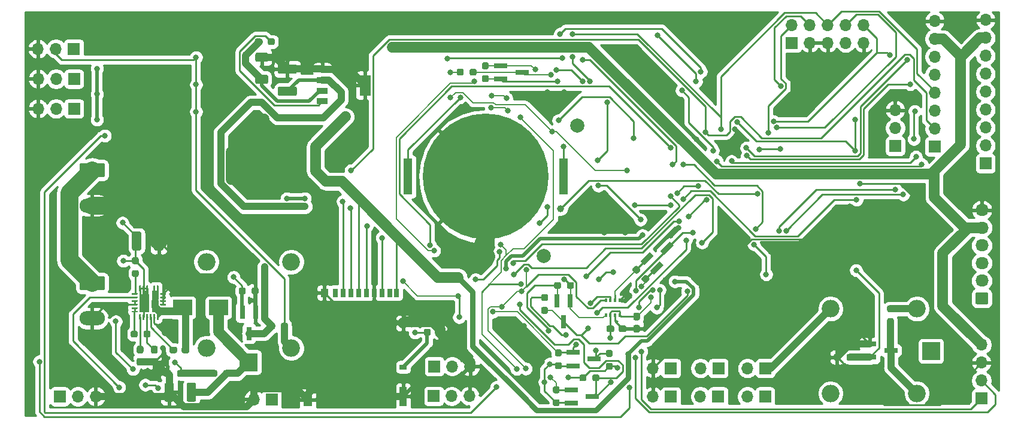
<source format=gbr>
%TF.GenerationSoftware,KiCad,Pcbnew,(5.1.8)-1*%
%TF.CreationDate,2022-04-23T21:59:24-07:00*%
%TF.ProjectId,AttitudeMotorController,41747469-7475-4646-954d-6f746f72436f,rev?*%
%TF.SameCoordinates,Original*%
%TF.FileFunction,Copper,L2,Bot*%
%TF.FilePolarity,Positive*%
%FSLAX46Y46*%
G04 Gerber Fmt 4.6, Leading zero omitted, Abs format (unit mm)*
G04 Created by KiCad (PCBNEW (5.1.8)-1) date 2022-04-23 21:59:24*
%MOMM*%
%LPD*%
G01*
G04 APERTURE LIST*
%TA.AperFunction,SMDPad,CuDef*%
%ADD10C,17.800000*%
%TD*%
%TA.AperFunction,SMDPad,CuDef*%
%ADD11R,1.270000X5.080000*%
%TD*%
%TA.AperFunction,ComponentPad*%
%ADD12R,1.700000X1.700000*%
%TD*%
%TA.AperFunction,ComponentPad*%
%ADD13O,1.700000X1.700000*%
%TD*%
%TA.AperFunction,ComponentPad*%
%ADD14O,1.850000X1.700000*%
%TD*%
%TA.AperFunction,SMDPad,CuDef*%
%ADD15R,0.700000X1.200000*%
%TD*%
%TA.AperFunction,SMDPad,CuDef*%
%ADD16R,1.000000X1.200000*%
%TD*%
%TA.AperFunction,SMDPad,CuDef*%
%ADD17R,1.000000X0.800000*%
%TD*%
%TA.AperFunction,SMDPad,CuDef*%
%ADD18R,1.000000X2.800000*%
%TD*%
%TA.AperFunction,SMDPad,CuDef*%
%ADD19R,1.300000X1.900000*%
%TD*%
%TA.AperFunction,ComponentPad*%
%ADD20O,3.600000X2.000000*%
%TD*%
%TA.AperFunction,ComponentPad*%
%ADD21R,2.500000X2.500000*%
%TD*%
%TA.AperFunction,ComponentPad*%
%ADD22O,2.500000X2.500000*%
%TD*%
%TA.AperFunction,SMDPad,CuDef*%
%ADD23R,2.700000X2.200000*%
%TD*%
%TA.AperFunction,SMDPad,CuDef*%
%ADD24R,0.800000X1.900000*%
%TD*%
%TA.AperFunction,SMDPad,CuDef*%
%ADD25R,1.900000X0.800000*%
%TD*%
%TA.AperFunction,ComponentPad*%
%ADD26C,2.000000*%
%TD*%
%TA.AperFunction,SMDPad,CuDef*%
%ADD27R,0.875000X3.100000*%
%TD*%
%TA.AperFunction,SMDPad,CuDef*%
%ADD28R,0.950000X3.100000*%
%TD*%
%TA.AperFunction,SMDPad,CuDef*%
%ADD29R,1.340000X2.625000*%
%TD*%
%TA.AperFunction,SMDPad,CuDef*%
%ADD30R,1.600200X0.838200*%
%TD*%
%TA.AperFunction,SMDPad,CuDef*%
%ADD31R,1.600200X2.997200*%
%TD*%
%TA.AperFunction,SMDPad,CuDef*%
%ADD32R,0.350000X0.500000*%
%TD*%
%TA.AperFunction,SMDPad,CuDef*%
%ADD33C,0.100000*%
%TD*%
%TA.AperFunction,ViaPad*%
%ADD34C,0.800000*%
%TD*%
%TA.AperFunction,ViaPad*%
%ADD35C,1.500000*%
%TD*%
%TA.AperFunction,ViaPad*%
%ADD36C,1.000000*%
%TD*%
%TA.AperFunction,Conductor*%
%ADD37C,0.500000*%
%TD*%
%TA.AperFunction,Conductor*%
%ADD38C,1.000000*%
%TD*%
%TA.AperFunction,Conductor*%
%ADD39C,2.500000*%
%TD*%
%TA.AperFunction,Conductor*%
%ADD40C,0.250000*%
%TD*%
%TA.AperFunction,Conductor*%
%ADD41C,1.500000*%
%TD*%
%TA.AperFunction,Conductor*%
%ADD42C,0.200000*%
%TD*%
%TA.AperFunction,Conductor*%
%ADD43C,0.750000*%
%TD*%
%TA.AperFunction,Conductor*%
%ADD44C,0.254000*%
%TD*%
%TA.AperFunction,Conductor*%
%ADD45C,0.100000*%
%TD*%
G04 APERTURE END LIST*
D10*
%TO.P,BT1,2*%
%TO.N,GND*%
X126758700Y-23990300D03*
D11*
%TO.P,BT1,1*%
%TO.N,+BATT*%
X137743700Y-23990300D03*
X115773700Y-23990300D03*
%TD*%
%TO.P,C12,1*%
%TO.N,PSUVoltage*%
%TA.AperFunction,SMDPad,CuDef*%
G36*
G01*
X76743200Y-34196202D02*
X76743200Y-31996198D01*
G75*
G02*
X76993198Y-31746200I249998J0D01*
G01*
X77818202Y-31746200D01*
G75*
G02*
X78068200Y-31996198I0J-249998D01*
G01*
X78068200Y-34196202D01*
G75*
G02*
X77818202Y-34446200I-249998J0D01*
G01*
X76993198Y-34446200D01*
G75*
G02*
X76743200Y-34196202I0J249998D01*
G01*
G37*
%TD.AperFunction*%
%TO.P,C12,2*%
%TO.N,GND*%
%TA.AperFunction,SMDPad,CuDef*%
G36*
G01*
X79868200Y-34196202D02*
X79868200Y-31996198D01*
G75*
G02*
X80118198Y-31746200I249998J0D01*
G01*
X80943202Y-31746200D01*
G75*
G02*
X81193200Y-31996198I0J-249998D01*
G01*
X81193200Y-34196202D01*
G75*
G02*
X80943202Y-34446200I-249998J0D01*
G01*
X80118198Y-34446200D01*
G75*
G02*
X79868200Y-34196202I0J249998D01*
G01*
G37*
%TD.AperFunction*%
%TD*%
%TO.P,C13,2*%
%TO.N,GND*%
%TA.AperFunction,SMDPad,CuDef*%
G36*
G01*
X77651600Y-49651800D02*
X78126600Y-49651800D01*
G75*
G02*
X78364100Y-49889300I0J-237500D01*
G01*
X78364100Y-50489300D01*
G75*
G02*
X78126600Y-50726800I-237500J0D01*
G01*
X77651600Y-50726800D01*
G75*
G02*
X77414100Y-50489300I0J237500D01*
G01*
X77414100Y-49889300D01*
G75*
G02*
X77651600Y-49651800I237500J0D01*
G01*
G37*
%TD.AperFunction*%
%TO.P,C13,1*%
%TO.N,Net-(C13-Pad1)*%
%TA.AperFunction,SMDPad,CuDef*%
G36*
G01*
X77651600Y-47926800D02*
X78126600Y-47926800D01*
G75*
G02*
X78364100Y-48164300I0J-237500D01*
G01*
X78364100Y-48764300D01*
G75*
G02*
X78126600Y-49001800I-237500J0D01*
G01*
X77651600Y-49001800D01*
G75*
G02*
X77414100Y-48764300I0J237500D01*
G01*
X77414100Y-48164300D01*
G75*
G02*
X77651600Y-47926800I237500J0D01*
G01*
G37*
%TD.AperFunction*%
%TD*%
%TO.P,C14,1*%
%TO.N,Net-(C14-Pad1)*%
%TA.AperFunction,SMDPad,CuDef*%
G36*
G01*
X79658200Y-47939500D02*
X80133200Y-47939500D01*
G75*
G02*
X80370700Y-48177000I0J-237500D01*
G01*
X80370700Y-48777000D01*
G75*
G02*
X80133200Y-49014500I-237500J0D01*
G01*
X79658200Y-49014500D01*
G75*
G02*
X79420700Y-48777000I0J237500D01*
G01*
X79420700Y-48177000D01*
G75*
G02*
X79658200Y-47939500I237500J0D01*
G01*
G37*
%TD.AperFunction*%
%TO.P,C14,2*%
%TO.N,GND*%
%TA.AperFunction,SMDPad,CuDef*%
G36*
G01*
X79658200Y-49664500D02*
X80133200Y-49664500D01*
G75*
G02*
X80370700Y-49902000I0J-237500D01*
G01*
X80370700Y-50502000D01*
G75*
G02*
X80133200Y-50739500I-237500J0D01*
G01*
X79658200Y-50739500D01*
G75*
G02*
X79420700Y-50502000I0J237500D01*
G01*
X79420700Y-49902000D01*
G75*
G02*
X79658200Y-49664500I237500J0D01*
G01*
G37*
%TD.AperFunction*%
%TD*%
%TO.P,C25,2*%
%TO.N,+1V8*%
%TA.AperFunction,SMDPad,CuDef*%
G36*
G01*
X148332200Y-44328200D02*
X147857200Y-44328200D01*
G75*
G02*
X147619700Y-44090700I0J237500D01*
G01*
X147619700Y-43490700D01*
G75*
G02*
X147857200Y-43253200I237500J0D01*
G01*
X148332200Y-43253200D01*
G75*
G02*
X148569700Y-43490700I0J-237500D01*
G01*
X148569700Y-44090700D01*
G75*
G02*
X148332200Y-44328200I-237500J0D01*
G01*
G37*
%TD.AperFunction*%
%TO.P,C25,1*%
%TO.N,GND*%
%TA.AperFunction,SMDPad,CuDef*%
G36*
G01*
X148332200Y-46053200D02*
X147857200Y-46053200D01*
G75*
G02*
X147619700Y-45815700I0J237500D01*
G01*
X147619700Y-45215700D01*
G75*
G02*
X147857200Y-44978200I237500J0D01*
G01*
X148332200Y-44978200D01*
G75*
G02*
X148569700Y-45215700I0J-237500D01*
G01*
X148569700Y-45815700D01*
G75*
G02*
X148332200Y-46053200I-237500J0D01*
G01*
G37*
%TD.AperFunction*%
%TD*%
%TO.P,C26,1*%
%TO.N,+1V8*%
%TA.AperFunction,SMDPad,CuDef*%
G36*
G01*
X143837200Y-45767000D02*
X143837200Y-45292000D01*
G75*
G02*
X144074700Y-45054500I237500J0D01*
G01*
X144674700Y-45054500D01*
G75*
G02*
X144912200Y-45292000I0J-237500D01*
G01*
X144912200Y-45767000D01*
G75*
G02*
X144674700Y-46004500I-237500J0D01*
G01*
X144074700Y-46004500D01*
G75*
G02*
X143837200Y-45767000I0J237500D01*
G01*
G37*
%TD.AperFunction*%
%TO.P,C26,2*%
%TO.N,GND*%
%TA.AperFunction,SMDPad,CuDef*%
G36*
G01*
X145562200Y-45767000D02*
X145562200Y-45292000D01*
G75*
G02*
X145799700Y-45054500I237500J0D01*
G01*
X146399700Y-45054500D01*
G75*
G02*
X146637200Y-45292000I0J-237500D01*
G01*
X146637200Y-45767000D01*
G75*
G02*
X146399700Y-46004500I-237500J0D01*
G01*
X145799700Y-46004500D01*
G75*
G02*
X145562200Y-45767000I0J237500D01*
G01*
G37*
%TD.AperFunction*%
%TD*%
%TO.P,C28,1*%
%TO.N,Net-(C28-Pad1)*%
%TA.AperFunction,SMDPad,CuDef*%
G36*
G01*
X84837900Y-48276500D02*
X84837900Y-48751500D01*
G75*
G02*
X84600400Y-48989000I-237500J0D01*
G01*
X84000400Y-48989000D01*
G75*
G02*
X83762900Y-48751500I0J237500D01*
G01*
X83762900Y-48276500D01*
G75*
G02*
X84000400Y-48039000I237500J0D01*
G01*
X84600400Y-48039000D01*
G75*
G02*
X84837900Y-48276500I0J-237500D01*
G01*
G37*
%TD.AperFunction*%
%TO.P,C28,2*%
%TO.N,Net-(C28-Pad2)*%
%TA.AperFunction,SMDPad,CuDef*%
G36*
G01*
X83112900Y-48276500D02*
X83112900Y-48751500D01*
G75*
G02*
X82875400Y-48989000I-237500J0D01*
G01*
X82275400Y-48989000D01*
G75*
G02*
X82037900Y-48751500I0J237500D01*
G01*
X82037900Y-48276500D01*
G75*
G02*
X82275400Y-48039000I237500J0D01*
G01*
X82875400Y-48039000D01*
G75*
G02*
X83112900Y-48276500I0J-237500D01*
G01*
G37*
%TD.AperFunction*%
%TD*%
%TO.P,C31,2*%
%TO.N,GND*%
%TA.AperFunction,SMDPad,CuDef*%
G36*
G01*
X82678700Y-53408398D02*
X82678700Y-55608402D01*
G75*
G02*
X82428702Y-55858400I-249998J0D01*
G01*
X81603698Y-55858400D01*
G75*
G02*
X81353700Y-55608402I0J249998D01*
G01*
X81353700Y-53408398D01*
G75*
G02*
X81603698Y-53158400I249998J0D01*
G01*
X82428702Y-53158400D01*
G75*
G02*
X82678700Y-53408398I0J-249998D01*
G01*
G37*
%TD.AperFunction*%
%TO.P,C31,1*%
%TO.N,+1V5*%
%TA.AperFunction,SMDPad,CuDef*%
G36*
G01*
X85803700Y-53408398D02*
X85803700Y-55608402D01*
G75*
G02*
X85553702Y-55858400I-249998J0D01*
G01*
X84728698Y-55858400D01*
G75*
G02*
X84478700Y-55608402I0J249998D01*
G01*
X84478700Y-53408398D01*
G75*
G02*
X84728698Y-53158400I249998J0D01*
G01*
X85553702Y-53158400D01*
G75*
G02*
X85803700Y-53408398I0J-249998D01*
G01*
G37*
%TD.AperFunction*%
%TD*%
%TO.P,C33,1*%
%TO.N,+3V8*%
%TA.AperFunction,SMDPad,CuDef*%
G36*
G01*
X95734902Y-10860600D02*
X94434898Y-10860600D01*
G75*
G02*
X94184900Y-10610602I0J249998D01*
G01*
X94184900Y-9785598D01*
G75*
G02*
X94434898Y-9535600I249998J0D01*
G01*
X95734902Y-9535600D01*
G75*
G02*
X95984900Y-9785598I0J-249998D01*
G01*
X95984900Y-10610602D01*
G75*
G02*
X95734902Y-10860600I-249998J0D01*
G01*
G37*
%TD.AperFunction*%
%TO.P,C33,2*%
%TO.N,GND*%
%TA.AperFunction,SMDPad,CuDef*%
G36*
G01*
X95734902Y-7735600D02*
X94434898Y-7735600D01*
G75*
G02*
X94184900Y-7485602I0J249998D01*
G01*
X94184900Y-6660598D01*
G75*
G02*
X94434898Y-6410600I249998J0D01*
G01*
X95734902Y-6410600D01*
G75*
G02*
X95984900Y-6660598I0J-249998D01*
G01*
X95984900Y-7485602D01*
G75*
G02*
X95734902Y-7735600I-249998J0D01*
G01*
G37*
%TD.AperFunction*%
%TD*%
%TO.P,C35,1*%
%TO.N,+1V8*%
%TA.AperFunction,SMDPad,CuDef*%
G36*
G01*
X99817102Y-12537400D02*
X97617098Y-12537400D01*
G75*
G02*
X97367100Y-12287402I0J249998D01*
G01*
X97367100Y-11462398D01*
G75*
G02*
X97617098Y-11212400I249998J0D01*
G01*
X99817102Y-11212400D01*
G75*
G02*
X100067100Y-11462398I0J-249998D01*
G01*
X100067100Y-12287402D01*
G75*
G02*
X99817102Y-12537400I-249998J0D01*
G01*
G37*
%TD.AperFunction*%
%TO.P,C35,2*%
%TO.N,GND*%
%TA.AperFunction,SMDPad,CuDef*%
G36*
G01*
X99817102Y-9412400D02*
X97617098Y-9412400D01*
G75*
G02*
X97367100Y-9162402I0J249998D01*
G01*
X97367100Y-8337398D01*
G75*
G02*
X97617098Y-8087400I249998J0D01*
G01*
X99817102Y-8087400D01*
G75*
G02*
X100067100Y-8337398I0J-249998D01*
G01*
X100067100Y-9162402D01*
G75*
G02*
X99817102Y-9412400I-249998J0D01*
G01*
G37*
%TD.AperFunction*%
%TD*%
D12*
%TO.P,J1,1*%
%TO.N,JTRST*%
X190220600Y-19723100D03*
D13*
%TO.P,J1,2*%
%TO.N,SPI3_MOSI*%
X190220600Y-17183100D03*
%TO.P,J1,3*%
%TO.N,SPI3_CS2*%
X190220600Y-14643100D03*
%TO.P,J1,4*%
%TO.N,JTDO-TRACESWO*%
X190220600Y-12103100D03*
%TO.P,J1,5*%
%TO.N,SPI3_NOTIFY*%
X190220600Y-9563100D03*
%TO.P,J1,6*%
%TO.N,WIFI_SLEEP*%
X190220600Y-7023100D03*
%TO.P,J1,7*%
%TO.N,+3V8*%
X190220600Y-4483100D03*
%TO.P,J1,8*%
%TO.N,GND*%
X190220600Y-1943100D03*
%TD*%
D12*
%TO.P,J2,1*%
%TO.N,Net-(J2-Pad1)*%
X119481600Y-50838100D03*
D13*
%TO.P,J2,2*%
%TO.N,+5V*%
X122021600Y-50838100D03*
%TO.P,J2,3*%
%TO.N,GND*%
X124561600Y-50838100D03*
%TD*%
D12*
%TO.P,J3,1*%
%TO.N,Net-(D2-Pad2)*%
X170027600Y-5054600D03*
D13*
%TO.P,J3,2*%
%TO.N,SWDIO-JTMS*%
X170027600Y-2514600D03*
%TO.P,J3,3*%
%TO.N,GND*%
X172567600Y-5054600D03*
%TO.P,J3,4*%
%TO.N,SWCLK-JTCK*%
X172567600Y-2514600D03*
%TO.P,J3,5*%
%TO.N,GND*%
X175107600Y-5054600D03*
%TO.P,J3,6*%
%TO.N,JTDO-TRACESWO*%
X175107600Y-2514600D03*
%TO.P,J3,7*%
%TO.N,Net-(J3-Pad7)*%
X177647600Y-5054600D03*
%TO.P,J3,8*%
%TO.N,JTDI*%
X177647600Y-2514600D03*
%TO.P,J3,9*%
%TO.N,GND*%
X180187600Y-5054600D03*
%TO.P,J3,10*%
%TO.N,JTRST*%
X180187600Y-2514600D03*
%TD*%
D12*
%TO.P,J4,1*%
%TO.N,UART1_TX*%
X184658000Y-19646900D03*
D13*
%TO.P,J4,2*%
%TO.N,UART1_RX*%
X184658000Y-17106900D03*
%TO.P,J4,3*%
%TO.N,GND*%
X184658000Y-14566900D03*
%TD*%
D12*
%TO.P,J5,1*%
%TO.N,Net-(J5-Pad1)*%
X68529200Y-5880100D03*
D13*
%TO.P,J5,2*%
%TO.N,+5V*%
X65989200Y-5880100D03*
%TO.P,J5,3*%
%TO.N,GND*%
X63449200Y-5880100D03*
%TD*%
%TO.P,J6,1*%
%TO.N,SPI2_MOSI*%
%TA.AperFunction,ComponentPad*%
G36*
G01*
X197575800Y-42061500D02*
X196225800Y-42061500D01*
G75*
G02*
X195975800Y-41811500I0J250000D01*
G01*
X195975800Y-40611500D01*
G75*
G02*
X196225800Y-40361500I250000J0D01*
G01*
X197575800Y-40361500D01*
G75*
G02*
X197825800Y-40611500I0J-250000D01*
G01*
X197825800Y-41811500D01*
G75*
G02*
X197575800Y-42061500I-250000J0D01*
G01*
G37*
%TD.AperFunction*%
D14*
%TO.P,J6,2*%
%TO.N,SPI2_MISO*%
X196900800Y-38711500D03*
%TO.P,J6,3*%
%TO.N,SPI2_SCK*%
X196900800Y-36211500D03*
%TO.P,J6,4*%
%TO.N,SPI2_NSS*%
X196900800Y-33711500D03*
%TO.P,J6,5*%
%TO.N,+3V8*%
X196900800Y-31211500D03*
%TO.P,J6,6*%
%TO.N,GND*%
X196900800Y-28711500D03*
%TD*%
D13*
%TO.P,J7,3*%
%TO.N,GND*%
X124485400Y-55054500D03*
%TO.P,J7,2*%
%TO.N,+5V*%
X121945400Y-55054500D03*
D12*
%TO.P,J7,1*%
%TO.N,Net-(J2-Pad1)*%
X119405400Y-55054500D03*
%TD*%
%TO.P,J8,1*%
%TO.N,UART3_RX*%
X197434200Y-22123400D03*
D13*
%TO.P,J8,2*%
%TO.N,UART3_TX*%
X197434200Y-19583400D03*
%TO.P,J8,3*%
%TO.N,UART3_CTS*%
X197434200Y-17043400D03*
%TO.P,J8,4*%
%TO.N,UART3_RTS_DE*%
X197434200Y-14503400D03*
%TO.P,J8,5*%
%TO.N,DTR*%
X197434200Y-11963400D03*
%TO.P,J8,6*%
%TO.N,POWER_ON_LTE*%
X197434200Y-9423400D03*
%TO.P,J8,7*%
%TO.N,LTE_STATUS*%
X197434200Y-6883400D03*
%TO.P,J8,8*%
%TO.N,+3V8*%
X197434200Y-4343400D03*
%TO.P,J8,9*%
%TO.N,GND*%
X197434200Y-1803400D03*
%TD*%
D12*
%TO.P,J9,1*%
%TO.N,UART2_RX*%
X196850000Y-55397400D03*
D13*
%TO.P,J9,2*%
%TO.N,UART2_TX*%
X196850000Y-52857400D03*
%TO.P,J9,3*%
%TO.N,GND*%
X196850000Y-50317400D03*
%TO.P,J9,4*%
%TO.N,+3V8*%
X196850000Y-47777400D03*
%TD*%
%TO.P,J10,2*%
%TO.N,Net-(J10-Pad2)*%
X163733480Y-55102760D03*
D12*
%TO.P,J10,1*%
%TO.N,/LEDs/OUTPUT*%
X166273480Y-55102760D03*
%TD*%
%TO.P,J11,1*%
%TO.N,Net-(J10-Pad2)*%
X159639000Y-55102760D03*
D13*
%TO.P,J11,2*%
%TO.N,Net-(J11-Pad2)*%
X157099000Y-55102760D03*
%TD*%
D12*
%TO.P,J12,1*%
%TO.N,Net-(J11-Pad2)*%
X152948640Y-55128160D03*
D13*
%TO.P,J12,2*%
%TO.N,GND*%
X150408640Y-55128160D03*
%TD*%
%TO.P,J13,2*%
%TO.N,Net-(J13-Pad2)*%
X163753800Y-51117500D03*
D12*
%TO.P,J13,1*%
%TO.N,/LEDs/OUTPUT*%
X166293800Y-51117500D03*
%TD*%
D13*
%TO.P,J14,2*%
%TO.N,Net-(J14-Pad2)*%
X157111700Y-51104800D03*
D12*
%TO.P,J14,1*%
%TO.N,Net-(J13-Pad2)*%
X159651700Y-51104800D03*
%TD*%
%TO.P,J15,1*%
%TO.N,Net-(J14-Pad2)*%
X152946100Y-51092100D03*
D13*
%TO.P,J15,2*%
%TO.N,GND*%
X150406100Y-51092100D03*
%TD*%
D12*
%TO.P,J16,1*%
%TO.N,/BuoyancyTanks/OUTPUT*%
X96507300Y-55524400D03*
D13*
%TO.P,J16,2*%
%TO.N,GND*%
X93967300Y-55524400D03*
%TD*%
D12*
%TO.P,J17,1*%
%TO.N,Net-(J17-Pad1)*%
X66548000Y-55105300D03*
D13*
%TO.P,J17,2*%
%TO.N,Net-(D3-Pad2)*%
X69088000Y-55105300D03*
%TO.P,J17,3*%
%TO.N,GND*%
X71628000Y-55105300D03*
%TD*%
D15*
%TO.P,J18,9*%
%TO.N,+3V3*%
X114142500Y-40433400D03*
%TO.P,J18,8*%
%TO.N,Net-(J18-Pad8)*%
X113192500Y-40433400D03*
%TO.P,J18,1*%
%TO.N,Net-(J18-Pad1)*%
X105492500Y-40433400D03*
%TO.P,J18,2*%
%TO.N,SPI3_CS1*%
X106592500Y-40433400D03*
%TO.P,J18,3*%
%TO.N,SPI3_MOSI*%
X107692500Y-40433400D03*
%TO.P,J18,4*%
%TO.N,+3V3*%
X108792500Y-40433400D03*
%TO.P,J18,5*%
%TO.N,JTDO-TRACESWO*%
X109892500Y-40433400D03*
%TO.P,J18,6*%
%TO.N,GND*%
X110992500Y-40433400D03*
%TO.P,J18,7*%
%TO.N,JTRST*%
X112092500Y-40433400D03*
D16*
%TO.P,J18,11*%
%TO.N,GND*%
X103942500Y-40433400D03*
X115092500Y-44733400D03*
D17*
%TO.P,J18,10*%
%TO.N,CARD_DETECT*%
X115092500Y-50933400D03*
D18*
%TO.P,J18,11*%
%TO.N,GND*%
X115092500Y-55083400D03*
D19*
X101592500Y-55533400D03*
%TD*%
D20*
%TO.P,J19,2*%
%TO.N,GND*%
X71120000Y-28063200D03*
%TO.P,J19,1*%
%TO.N,Net-(J19-Pad1)*%
%TA.AperFunction,ComponentPad*%
G36*
G01*
X69570000Y-22063200D02*
X72670000Y-22063200D01*
G75*
G02*
X72920000Y-22313200I0J-250000D01*
G01*
X72920000Y-23813200D01*
G75*
G02*
X72670000Y-24063200I-250000J0D01*
G01*
X69570000Y-24063200D01*
G75*
G02*
X69320000Y-23813200I0J250000D01*
G01*
X69320000Y-22313200D01*
G75*
G02*
X69570000Y-22063200I250000J0D01*
G01*
G37*
%TD.AperFunction*%
%TD*%
%TO.P,J20,1*%
%TO.N,Net-(J19-Pad1)*%
%TA.AperFunction,ComponentPad*%
G36*
G01*
X69570000Y-38052500D02*
X72670000Y-38052500D01*
G75*
G02*
X72920000Y-38302500I0J-250000D01*
G01*
X72920000Y-39802500D01*
G75*
G02*
X72670000Y-40052500I-250000J0D01*
G01*
X69570000Y-40052500D01*
G75*
G02*
X69320000Y-39802500I0J250000D01*
G01*
X69320000Y-38302500D01*
G75*
G02*
X69570000Y-38052500I250000J0D01*
G01*
G37*
%TD.AperFunction*%
%TO.P,J20,2*%
%TO.N,GND*%
X71120000Y-44052500D03*
%TD*%
D13*
%TO.P,J21,3*%
%TO.N,GND*%
X63461900Y-14363700D03*
%TO.P,J21,2*%
%TO.N,+5V*%
X66001900Y-14363700D03*
D12*
%TO.P,J21,1*%
%TO.N,Net-(J21-Pad1)*%
X68541900Y-14363700D03*
%TD*%
D13*
%TO.P,J22,3*%
%TO.N,GND*%
X63461900Y-10147300D03*
%TO.P,J22,2*%
%TO.N,+5V*%
X66001900Y-10147300D03*
D12*
%TO.P,J22,1*%
%TO.N,Net-(J22-Pad1)*%
X68541900Y-10147300D03*
%TD*%
D21*
%TO.P,K1,1*%
%TO.N,+1V5*%
X93256100Y-50253900D03*
D22*
%TO.P,K1,2*%
%TO.N,+5V*%
X99256100Y-48253900D03*
%TO.P,K1,3*%
%TO.N,/BuoyancyTanks/OUTPUT*%
X99256100Y-36053900D03*
%TO.P,K1,4*%
%TO.N,Net-(K1-Pad4)*%
X87256100Y-36053900D03*
%TO.P,K1,5*%
%TO.N,Net-(K1-Pad5)*%
X87256100Y-48253900D03*
%TD*%
%TO.P,K2,5*%
%TO.N,Net-(K2-Pad5)*%
X187712600Y-54679100D03*
%TO.P,K2,4*%
%TO.N,Net-(K2-Pad4)*%
X175512600Y-54679100D03*
%TO.P,K2,3*%
%TO.N,/LEDs/OUTPUT*%
X175512600Y-42679100D03*
%TO.P,K2,2*%
%TO.N,+5V*%
X187712600Y-42679100D03*
D21*
%TO.P,K2,1*%
%TO.N,PSUVoltage*%
X189712600Y-48679100D03*
%TD*%
D23*
%TO.P,L1,1*%
%TO.N,Net-(C28-Pad1)*%
X83873500Y-42519600D03*
%TO.P,L1,2*%
%TO.N,+1V5*%
X88973500Y-42519600D03*
%TD*%
D24*
%TO.P,Q7,3*%
%TO.N,Net-(K1-Pad5)*%
X93284000Y-46180000D03*
%TO.P,Q7,2*%
%TO.N,GND*%
X94234000Y-43180000D03*
%TO.P,Q7,1*%
%TO.N,BuoyancyEnable*%
X92334000Y-43180000D03*
%TD*%
D25*
%TO.P,Q8,3*%
%TO.N,Net-(K2-Pad5)*%
X184061100Y-48602900D03*
%TO.P,Q8,2*%
%TO.N,GND*%
X181061100Y-47652900D03*
%TO.P,Q8,1*%
%TO.N,LED_ON*%
X181061100Y-49552900D03*
%TD*%
%TO.P,R13,2*%
%TO.N,CARD_DETECT*%
%TA.AperFunction,SMDPad,CuDef*%
G36*
G01*
X118967700Y-45774600D02*
X118967700Y-46249600D01*
G75*
G02*
X118730200Y-46487100I-237500J0D01*
G01*
X118230200Y-46487100D01*
G75*
G02*
X117992700Y-46249600I0J237500D01*
G01*
X117992700Y-45774600D01*
G75*
G02*
X118230200Y-45537100I237500J0D01*
G01*
X118730200Y-45537100D01*
G75*
G02*
X118967700Y-45774600I0J-237500D01*
G01*
G37*
%TD.AperFunction*%
%TO.P,R13,1*%
%TO.N,GND*%
%TA.AperFunction,SMDPad,CuDef*%
G36*
G01*
X120792700Y-45774600D02*
X120792700Y-46249600D01*
G75*
G02*
X120555200Y-46487100I-237500J0D01*
G01*
X120055200Y-46487100D01*
G75*
G02*
X119817700Y-46249600I0J237500D01*
G01*
X119817700Y-45774600D01*
G75*
G02*
X120055200Y-45537100I237500J0D01*
G01*
X120555200Y-45537100D01*
G75*
G02*
X120792700Y-45774600I0J-237500D01*
G01*
G37*
%TD.AperFunction*%
%TD*%
%TO.P,R15,2*%
%TO.N,BuoyancyEnable*%
%TA.AperFunction,SMDPad,CuDef*%
G36*
G01*
X92818400Y-39919900D02*
X92818400Y-40394900D01*
G75*
G02*
X92580900Y-40632400I-237500J0D01*
G01*
X92080900Y-40632400D01*
G75*
G02*
X91843400Y-40394900I0J237500D01*
G01*
X91843400Y-39919900D01*
G75*
G02*
X92080900Y-39682400I237500J0D01*
G01*
X92580900Y-39682400D01*
G75*
G02*
X92818400Y-39919900I0J-237500D01*
G01*
G37*
%TD.AperFunction*%
%TO.P,R15,1*%
%TO.N,GND*%
%TA.AperFunction,SMDPad,CuDef*%
G36*
G01*
X94643400Y-39919900D02*
X94643400Y-40394900D01*
G75*
G02*
X94405900Y-40632400I-237500J0D01*
G01*
X93905900Y-40632400D01*
G75*
G02*
X93668400Y-40394900I0J237500D01*
G01*
X93668400Y-39919900D01*
G75*
G02*
X93905900Y-39682400I237500J0D01*
G01*
X94405900Y-39682400D01*
G75*
G02*
X94643400Y-39919900I0J-237500D01*
G01*
G37*
%TD.AperFunction*%
%TD*%
%TO.P,R16,1*%
%TO.N,Net-(K1-Pad5)*%
%TA.AperFunction,SMDPad,CuDef*%
G36*
G01*
X95996300Y-45373300D02*
X95996300Y-44898300D01*
G75*
G02*
X96233800Y-44660800I237500J0D01*
G01*
X96733800Y-44660800D01*
G75*
G02*
X96971300Y-44898300I0J-237500D01*
G01*
X96971300Y-45373300D01*
G75*
G02*
X96733800Y-45610800I-237500J0D01*
G01*
X96233800Y-45610800D01*
G75*
G02*
X95996300Y-45373300I0J237500D01*
G01*
G37*
%TD.AperFunction*%
%TO.P,R16,2*%
%TO.N,+5V*%
%TA.AperFunction,SMDPad,CuDef*%
G36*
G01*
X97821300Y-45373300D02*
X97821300Y-44898300D01*
G75*
G02*
X98058800Y-44660800I237500J0D01*
G01*
X98558800Y-44660800D01*
G75*
G02*
X98796300Y-44898300I0J-237500D01*
G01*
X98796300Y-45373300D01*
G75*
G02*
X98558800Y-45610800I-237500J0D01*
G01*
X98058800Y-45610800D01*
G75*
G02*
X97821300Y-45373300I0J237500D01*
G01*
G37*
%TD.AperFunction*%
%TD*%
%TO.P,R17,2*%
%TO.N,LED_ON*%
%TA.AperFunction,SMDPad,CuDef*%
G36*
G01*
X177782400Y-49792900D02*
X177782400Y-49317900D01*
G75*
G02*
X178019900Y-49080400I237500J0D01*
G01*
X178519900Y-49080400D01*
G75*
G02*
X178757400Y-49317900I0J-237500D01*
G01*
X178757400Y-49792900D01*
G75*
G02*
X178519900Y-50030400I-237500J0D01*
G01*
X178019900Y-50030400D01*
G75*
G02*
X177782400Y-49792900I0J237500D01*
G01*
G37*
%TD.AperFunction*%
%TO.P,R17,1*%
%TO.N,GND*%
%TA.AperFunction,SMDPad,CuDef*%
G36*
G01*
X175957400Y-49792900D02*
X175957400Y-49317900D01*
G75*
G02*
X176194900Y-49080400I237500J0D01*
G01*
X176694900Y-49080400D01*
G75*
G02*
X176932400Y-49317900I0J-237500D01*
G01*
X176932400Y-49792900D01*
G75*
G02*
X176694900Y-50030400I-237500J0D01*
G01*
X176194900Y-50030400D01*
G75*
G02*
X175957400Y-49792900I0J237500D01*
G01*
G37*
%TD.AperFunction*%
%TD*%
%TO.P,R18,1*%
%TO.N,Net-(K2-Pad5)*%
%TA.AperFunction,SMDPad,CuDef*%
G36*
G01*
X184222400Y-44997200D02*
X183747400Y-44997200D01*
G75*
G02*
X183509900Y-44759700I0J237500D01*
G01*
X183509900Y-44259700D01*
G75*
G02*
X183747400Y-44022200I237500J0D01*
G01*
X184222400Y-44022200D01*
G75*
G02*
X184459900Y-44259700I0J-237500D01*
G01*
X184459900Y-44759700D01*
G75*
G02*
X184222400Y-44997200I-237500J0D01*
G01*
G37*
%TD.AperFunction*%
%TO.P,R18,2*%
%TO.N,+5V*%
%TA.AperFunction,SMDPad,CuDef*%
G36*
G01*
X184222400Y-43172200D02*
X183747400Y-43172200D01*
G75*
G02*
X183509900Y-42934700I0J237500D01*
G01*
X183509900Y-42434700D01*
G75*
G02*
X183747400Y-42197200I237500J0D01*
G01*
X184222400Y-42197200D01*
G75*
G02*
X184459900Y-42434700I0J-237500D01*
G01*
X184459900Y-42934700D01*
G75*
G02*
X184222400Y-43172200I-237500J0D01*
G01*
G37*
%TD.AperFunction*%
%TD*%
%TO.P,R19,1*%
%TO.N,Net-(R19-Pad1)*%
%TA.AperFunction,SMDPad,CuDef*%
G36*
G01*
X76552600Y-46503600D02*
X76552600Y-46028600D01*
G75*
G02*
X76790100Y-45791100I237500J0D01*
G01*
X77290100Y-45791100D01*
G75*
G02*
X77527600Y-46028600I0J-237500D01*
G01*
X77527600Y-46503600D01*
G75*
G02*
X77290100Y-46741100I-237500J0D01*
G01*
X76790100Y-46741100D01*
G75*
G02*
X76552600Y-46503600I0J237500D01*
G01*
G37*
%TD.AperFunction*%
%TO.P,R19,2*%
%TO.N,Net-(C14-Pad1)*%
%TA.AperFunction,SMDPad,CuDef*%
G36*
G01*
X78377600Y-46503600D02*
X78377600Y-46028600D01*
G75*
G02*
X78615100Y-45791100I237500J0D01*
G01*
X79115100Y-45791100D01*
G75*
G02*
X79352600Y-46028600I0J-237500D01*
G01*
X79352600Y-46503600D01*
G75*
G02*
X79115100Y-46741100I-237500J0D01*
G01*
X78615100Y-46741100D01*
G75*
G02*
X78377600Y-46503600I0J237500D01*
G01*
G37*
%TD.AperFunction*%
%TD*%
%TO.P,R20,2*%
%TO.N,Net-(R20-Pad2)*%
%TA.AperFunction,SMDPad,CuDef*%
G36*
G01*
X76978500Y-37206100D02*
X77453500Y-37206100D01*
G75*
G02*
X77691000Y-37443600I0J-237500D01*
G01*
X77691000Y-37943600D01*
G75*
G02*
X77453500Y-38181100I-237500J0D01*
G01*
X76978500Y-38181100D01*
G75*
G02*
X76741000Y-37943600I0J237500D01*
G01*
X76741000Y-37443600D01*
G75*
G02*
X76978500Y-37206100I237500J0D01*
G01*
G37*
%TD.AperFunction*%
%TO.P,R20,1*%
%TO.N,PSUVoltage*%
%TA.AperFunction,SMDPad,CuDef*%
G36*
G01*
X76978500Y-35381100D02*
X77453500Y-35381100D01*
G75*
G02*
X77691000Y-35618600I0J-237500D01*
G01*
X77691000Y-36118600D01*
G75*
G02*
X77453500Y-36356100I-237500J0D01*
G01*
X76978500Y-36356100D01*
G75*
G02*
X76741000Y-36118600I0J237500D01*
G01*
X76741000Y-35618600D01*
G75*
G02*
X76978500Y-35381100I237500J0D01*
G01*
G37*
%TD.AperFunction*%
%TD*%
%TO.P,R21,1*%
%TO.N,+1V5*%
%TA.AperFunction,SMDPad,CuDef*%
G36*
G01*
X90630200Y-51603900D02*
X90630200Y-52078900D01*
G75*
G02*
X90392700Y-52316400I-237500J0D01*
G01*
X89892700Y-52316400D01*
G75*
G02*
X89655200Y-52078900I0J237500D01*
G01*
X89655200Y-51603900D01*
G75*
G02*
X89892700Y-51366400I237500J0D01*
G01*
X90392700Y-51366400D01*
G75*
G02*
X90630200Y-51603900I0J-237500D01*
G01*
G37*
%TD.AperFunction*%
%TO.P,R21,2*%
%TO.N,Net-(R21-Pad2)*%
%TA.AperFunction,SMDPad,CuDef*%
G36*
G01*
X88805200Y-51603900D02*
X88805200Y-52078900D01*
G75*
G02*
X88567700Y-52316400I-237500J0D01*
G01*
X88067700Y-52316400D01*
G75*
G02*
X87830200Y-52078900I0J237500D01*
G01*
X87830200Y-51603900D01*
G75*
G02*
X88067700Y-51366400I237500J0D01*
G01*
X88567700Y-51366400D01*
G75*
G02*
X88805200Y-51603900I0J-237500D01*
G01*
G37*
%TD.AperFunction*%
%TD*%
%TO.P,R22,2*%
%TO.N,GND*%
%TA.AperFunction,SMDPad,CuDef*%
G36*
G01*
X82275500Y-51603900D02*
X82275500Y-52078900D01*
G75*
G02*
X82038000Y-52316400I-237500J0D01*
G01*
X81538000Y-52316400D01*
G75*
G02*
X81300500Y-52078900I0J237500D01*
G01*
X81300500Y-51603900D01*
G75*
G02*
X81538000Y-51366400I237500J0D01*
G01*
X82038000Y-51366400D01*
G75*
G02*
X82275500Y-51603900I0J-237500D01*
G01*
G37*
%TD.AperFunction*%
%TO.P,R22,1*%
%TO.N,Net-(R21-Pad2)*%
%TA.AperFunction,SMDPad,CuDef*%
G36*
G01*
X84100500Y-51603900D02*
X84100500Y-52078900D01*
G75*
G02*
X83863000Y-52316400I-237500J0D01*
G01*
X83363000Y-52316400D01*
G75*
G02*
X83125500Y-52078900I0J237500D01*
G01*
X83125500Y-51603900D01*
G75*
G02*
X83363000Y-51366400I237500J0D01*
G01*
X83863000Y-51366400D01*
G75*
G02*
X84100500Y-51603900I0J-237500D01*
G01*
G37*
%TD.AperFunction*%
%TD*%
%TO.P,R26,1*%
%TO.N,Net-(R26-Pad1)*%
%TA.AperFunction,SMDPad,CuDef*%
G36*
G01*
X96929400Y-4652000D02*
X96929400Y-5127000D01*
G75*
G02*
X96691900Y-5364500I-237500J0D01*
G01*
X96191900Y-5364500D01*
G75*
G02*
X95954400Y-5127000I0J237500D01*
G01*
X95954400Y-4652000D01*
G75*
G02*
X96191900Y-4414500I237500J0D01*
G01*
X96691900Y-4414500D01*
G75*
G02*
X96929400Y-4652000I0J-237500D01*
G01*
G37*
%TD.AperFunction*%
%TO.P,R26,2*%
%TO.N,+3V8*%
%TA.AperFunction,SMDPad,CuDef*%
G36*
G01*
X95104400Y-4652000D02*
X95104400Y-5127000D01*
G75*
G02*
X94866900Y-5364500I-237500J0D01*
G01*
X94366900Y-5364500D01*
G75*
G02*
X94129400Y-5127000I0J237500D01*
G01*
X94129400Y-4652000D01*
G75*
G02*
X94366900Y-4414500I237500J0D01*
G01*
X94866900Y-4414500D01*
G75*
G02*
X95104400Y-4652000I0J-237500D01*
G01*
G37*
%TD.AperFunction*%
%TD*%
D26*
%TO.P,TP20,1*%
%TO.N,OSC_IN*%
X139738100Y-16789400D03*
%TD*%
%TO.P,TP21,1*%
%TO.N,OSC_OUT*%
X134962900Y-35179000D03*
%TD*%
D27*
%TO.P,U2,8*%
%TO.N,PSUVoltage*%
X78696200Y-41658800D03*
D28*
%TO.P,U2,10*%
%TO.N,Net-(C28-Pad1)*%
X79978700Y-41658800D03*
D29*
%TO.P,U2,8*%
%TO.N,PSUVoltage*%
X78463700Y-41896300D03*
%TO.P,U2,23*%
%TO.N,Net-(C13-Pad1)*%
%TA.AperFunction,SMDPad,CuDef*%
G36*
G01*
X77758700Y-44216300D02*
X77758700Y-43491300D01*
G75*
G02*
X77821200Y-43428800I62500J0D01*
G01*
X77946200Y-43428800D01*
G75*
G02*
X78008700Y-43491300I0J-62500D01*
G01*
X78008700Y-44216300D01*
G75*
G02*
X77946200Y-44278800I-62500J0D01*
G01*
X77821200Y-44278800D01*
G75*
G02*
X77758700Y-44216300I0J62500D01*
G01*
G37*
%TD.AperFunction*%
%TO.P,U2,22*%
%TO.N,PSUVoltage*%
%TA.AperFunction,SMDPad,CuDef*%
G36*
G01*
X78258700Y-44216300D02*
X78258700Y-43491300D01*
G75*
G02*
X78321200Y-43428800I62500J0D01*
G01*
X78446200Y-43428800D01*
G75*
G02*
X78508700Y-43491300I0J-62500D01*
G01*
X78508700Y-44216300D01*
G75*
G02*
X78446200Y-44278800I-62500J0D01*
G01*
X78321200Y-44278800D01*
G75*
G02*
X78258700Y-44216300I0J62500D01*
G01*
G37*
%TD.AperFunction*%
%TO.P,U2,21*%
%TO.N,Net-(C14-Pad1)*%
%TA.AperFunction,SMDPad,CuDef*%
G36*
G01*
X78758700Y-44216300D02*
X78758700Y-43491300D01*
G75*
G02*
X78821200Y-43428800I62500J0D01*
G01*
X78946200Y-43428800D01*
G75*
G02*
X79008700Y-43491300I0J-62500D01*
G01*
X79008700Y-44216300D01*
G75*
G02*
X78946200Y-44278800I-62500J0D01*
G01*
X78821200Y-44278800D01*
G75*
G02*
X78758700Y-44216300I0J62500D01*
G01*
G37*
%TD.AperFunction*%
%TO.P,U2,20*%
%TO.N,Net-(C28-Pad2)*%
%TA.AperFunction,SMDPad,CuDef*%
G36*
G01*
X79258700Y-44216300D02*
X79258700Y-43491300D01*
G75*
G02*
X79321200Y-43428800I62500J0D01*
G01*
X79446200Y-43428800D01*
G75*
G02*
X79508700Y-43491300I0J-62500D01*
G01*
X79508700Y-44216300D01*
G75*
G02*
X79446200Y-44278800I-62500J0D01*
G01*
X79321200Y-44278800D01*
G75*
G02*
X79258700Y-44216300I0J62500D01*
G01*
G37*
%TD.AperFunction*%
%TO.P,U2,19*%
%TO.N,GND*%
%TA.AperFunction,SMDPad,CuDef*%
G36*
G01*
X79758700Y-44216300D02*
X79758700Y-43491300D01*
G75*
G02*
X79821200Y-43428800I62500J0D01*
G01*
X79946200Y-43428800D01*
G75*
G02*
X80008700Y-43491300I0J-62500D01*
G01*
X80008700Y-44216300D01*
G75*
G02*
X79946200Y-44278800I-62500J0D01*
G01*
X79821200Y-44278800D01*
G75*
G02*
X79758700Y-44216300I0J62500D01*
G01*
G37*
%TD.AperFunction*%
%TO.P,U2,18*%
%TO.N,Net-(C28-Pad1)*%
%TA.AperFunction,SMDPad,CuDef*%
G36*
G01*
X80258700Y-44216300D02*
X80258700Y-43491300D01*
G75*
G02*
X80321200Y-43428800I62500J0D01*
G01*
X80446200Y-43428800D01*
G75*
G02*
X80508700Y-43491300I0J-62500D01*
G01*
X80508700Y-44216300D01*
G75*
G02*
X80446200Y-44278800I-62500J0D01*
G01*
X80321200Y-44278800D01*
G75*
G02*
X80258700Y-44216300I0J62500D01*
G01*
G37*
%TD.AperFunction*%
%TO.P,U2,17*%
%TA.AperFunction,SMDPad,CuDef*%
G36*
G01*
X80728700Y-43146300D02*
X80728700Y-43021300D01*
G75*
G02*
X80791200Y-42958800I62500J0D01*
G01*
X81516200Y-42958800D01*
G75*
G02*
X81578700Y-43021300I0J-62500D01*
G01*
X81578700Y-43146300D01*
G75*
G02*
X81516200Y-43208800I-62500J0D01*
G01*
X80791200Y-43208800D01*
G75*
G02*
X80728700Y-43146300I0J62500D01*
G01*
G37*
%TD.AperFunction*%
%TO.P,U2,16*%
%TA.AperFunction,SMDPad,CuDef*%
G36*
G01*
X80728700Y-42646300D02*
X80728700Y-42521300D01*
G75*
G02*
X80791200Y-42458800I62500J0D01*
G01*
X81516200Y-42458800D01*
G75*
G02*
X81578700Y-42521300I0J-62500D01*
G01*
X81578700Y-42646300D01*
G75*
G02*
X81516200Y-42708800I-62500J0D01*
G01*
X80791200Y-42708800D01*
G75*
G02*
X80728700Y-42646300I0J62500D01*
G01*
G37*
%TD.AperFunction*%
%TO.P,U2,15*%
%TO.N,GND*%
%TA.AperFunction,SMDPad,CuDef*%
G36*
G01*
X80728700Y-42146300D02*
X80728700Y-42021300D01*
G75*
G02*
X80791200Y-41958800I62500J0D01*
G01*
X81516200Y-41958800D01*
G75*
G02*
X81578700Y-42021300I0J-62500D01*
G01*
X81578700Y-42146300D01*
G75*
G02*
X81516200Y-42208800I-62500J0D01*
G01*
X80791200Y-42208800D01*
G75*
G02*
X80728700Y-42146300I0J62500D01*
G01*
G37*
%TD.AperFunction*%
%TO.P,U2,14*%
%TA.AperFunction,SMDPad,CuDef*%
G36*
G01*
X80728700Y-41646300D02*
X80728700Y-41521300D01*
G75*
G02*
X80791200Y-41458800I62500J0D01*
G01*
X81516200Y-41458800D01*
G75*
G02*
X81578700Y-41521300I0J-62500D01*
G01*
X81578700Y-41646300D01*
G75*
G02*
X81516200Y-41708800I-62500J0D01*
G01*
X80791200Y-41708800D01*
G75*
G02*
X80728700Y-41646300I0J62500D01*
G01*
G37*
%TD.AperFunction*%
%TO.P,U2,13*%
%TA.AperFunction,SMDPad,CuDef*%
G36*
G01*
X80728700Y-41146300D02*
X80728700Y-41021300D01*
G75*
G02*
X80791200Y-40958800I62500J0D01*
G01*
X81516200Y-40958800D01*
G75*
G02*
X81578700Y-41021300I0J-62500D01*
G01*
X81578700Y-41146300D01*
G75*
G02*
X81516200Y-41208800I-62500J0D01*
G01*
X80791200Y-41208800D01*
G75*
G02*
X80728700Y-41146300I0J62500D01*
G01*
G37*
%TD.AperFunction*%
%TO.P,U2,12*%
%TA.AperFunction,SMDPad,CuDef*%
G36*
G01*
X80728700Y-40646300D02*
X80728700Y-40521300D01*
G75*
G02*
X80791200Y-40458800I62500J0D01*
G01*
X81516200Y-40458800D01*
G75*
G02*
X81578700Y-40521300I0J-62500D01*
G01*
X81578700Y-40646300D01*
G75*
G02*
X81516200Y-40708800I-62500J0D01*
G01*
X80791200Y-40708800D01*
G75*
G02*
X80728700Y-40646300I0J62500D01*
G01*
G37*
%TD.AperFunction*%
%TO.P,U2,11*%
%TO.N,Net-(C28-Pad1)*%
%TA.AperFunction,SMDPad,CuDef*%
G36*
G01*
X80258700Y-40176300D02*
X80258700Y-39451300D01*
G75*
G02*
X80321200Y-39388800I62500J0D01*
G01*
X80446200Y-39388800D01*
G75*
G02*
X80508700Y-39451300I0J-62500D01*
G01*
X80508700Y-40176300D01*
G75*
G02*
X80446200Y-40238800I-62500J0D01*
G01*
X80321200Y-40238800D01*
G75*
G02*
X80258700Y-40176300I0J62500D01*
G01*
G37*
%TD.AperFunction*%
%TO.P,U2,10*%
%TA.AperFunction,SMDPad,CuDef*%
G36*
G01*
X79758700Y-40176300D02*
X79758700Y-39451300D01*
G75*
G02*
X79821200Y-39388800I62500J0D01*
G01*
X79946200Y-39388800D01*
G75*
G02*
X80008700Y-39451300I0J-62500D01*
G01*
X80008700Y-40176300D01*
G75*
G02*
X79946200Y-40238800I-62500J0D01*
G01*
X79821200Y-40238800D01*
G75*
G02*
X79758700Y-40176300I0J62500D01*
G01*
G37*
%TD.AperFunction*%
%TO.P,U2,9*%
%TO.N,PSUVoltage*%
%TA.AperFunction,SMDPad,CuDef*%
G36*
G01*
X78758700Y-40176300D02*
X78758700Y-39451300D01*
G75*
G02*
X78821200Y-39388800I62500J0D01*
G01*
X78946200Y-39388800D01*
G75*
G02*
X79008700Y-39451300I0J-62500D01*
G01*
X79008700Y-40176300D01*
G75*
G02*
X78946200Y-40238800I-62500J0D01*
G01*
X78821200Y-40238800D01*
G75*
G02*
X78758700Y-40176300I0J62500D01*
G01*
G37*
%TD.AperFunction*%
%TO.P,U2,8*%
%TA.AperFunction,SMDPad,CuDef*%
G36*
G01*
X78258700Y-40176300D02*
X78258700Y-39451300D01*
G75*
G02*
X78321200Y-39388800I62500J0D01*
G01*
X78446200Y-39388800D01*
G75*
G02*
X78508700Y-39451300I0J-62500D01*
G01*
X78508700Y-40176300D01*
G75*
G02*
X78446200Y-40238800I-62500J0D01*
G01*
X78321200Y-40238800D01*
G75*
G02*
X78258700Y-40176300I0J62500D01*
G01*
G37*
%TD.AperFunction*%
%TO.P,U2,7*%
%TA.AperFunction,SMDPad,CuDef*%
G36*
G01*
X77758700Y-40176300D02*
X77758700Y-39451300D01*
G75*
G02*
X77821200Y-39388800I62500J0D01*
G01*
X77946200Y-39388800D01*
G75*
G02*
X78008700Y-39451300I0J-62500D01*
G01*
X78008700Y-40176300D01*
G75*
G02*
X77946200Y-40238800I-62500J0D01*
G01*
X77821200Y-40238800D01*
G75*
G02*
X77758700Y-40176300I0J62500D01*
G01*
G37*
%TD.AperFunction*%
%TO.P,U2,6*%
%TO.N,Net-(R20-Pad2)*%
%TA.AperFunction,SMDPad,CuDef*%
G36*
G01*
X76688700Y-40646300D02*
X76688700Y-40521300D01*
G75*
G02*
X76751200Y-40458800I62500J0D01*
G01*
X77476200Y-40458800D01*
G75*
G02*
X77538700Y-40521300I0J-62500D01*
G01*
X77538700Y-40646300D01*
G75*
G02*
X77476200Y-40708800I-62500J0D01*
G01*
X76751200Y-40708800D01*
G75*
G02*
X76688700Y-40646300I0J62500D01*
G01*
G37*
%TD.AperFunction*%
%TO.P,U2,5*%
%TO.N,Net-(R21-Pad2)*%
%TA.AperFunction,SMDPad,CuDef*%
G36*
G01*
X76688700Y-41146300D02*
X76688700Y-41021300D01*
G75*
G02*
X76751200Y-40958800I62500J0D01*
G01*
X77476200Y-40958800D01*
G75*
G02*
X77538700Y-41021300I0J-62500D01*
G01*
X77538700Y-41146300D01*
G75*
G02*
X77476200Y-41208800I-62500J0D01*
G01*
X76751200Y-41208800D01*
G75*
G02*
X76688700Y-41146300I0J62500D01*
G01*
G37*
%TD.AperFunction*%
%TO.P,U2,4*%
%TO.N,GND*%
%TA.AperFunction,SMDPad,CuDef*%
G36*
G01*
X76688700Y-41646300D02*
X76688700Y-41521300D01*
G75*
G02*
X76751200Y-41458800I62500J0D01*
G01*
X77476200Y-41458800D01*
G75*
G02*
X77538700Y-41521300I0J-62500D01*
G01*
X77538700Y-41646300D01*
G75*
G02*
X77476200Y-41708800I-62500J0D01*
G01*
X76751200Y-41708800D01*
G75*
G02*
X76688700Y-41646300I0J62500D01*
G01*
G37*
%TD.AperFunction*%
%TO.P,U2,3*%
%TA.AperFunction,SMDPad,CuDef*%
G36*
G01*
X76688700Y-42146300D02*
X76688700Y-42021300D01*
G75*
G02*
X76751200Y-41958800I62500J0D01*
G01*
X77476200Y-41958800D01*
G75*
G02*
X77538700Y-42021300I0J-62500D01*
G01*
X77538700Y-42146300D01*
G75*
G02*
X77476200Y-42208800I-62500J0D01*
G01*
X76751200Y-42208800D01*
G75*
G02*
X76688700Y-42146300I0J62500D01*
G01*
G37*
%TD.AperFunction*%
%TO.P,U2,2*%
%TO.N,Net-(R19-Pad1)*%
%TA.AperFunction,SMDPad,CuDef*%
G36*
G01*
X76688700Y-42646300D02*
X76688700Y-42521300D01*
G75*
G02*
X76751200Y-42458800I62500J0D01*
G01*
X77476200Y-42458800D01*
G75*
G02*
X77538700Y-42521300I0J-62500D01*
G01*
X77538700Y-42646300D01*
G75*
G02*
X77476200Y-42708800I-62500J0D01*
G01*
X76751200Y-42708800D01*
G75*
G02*
X76688700Y-42646300I0J62500D01*
G01*
G37*
%TD.AperFunction*%
%TO.P,U2,1*%
%TA.AperFunction,SMDPad,CuDef*%
G36*
G01*
X76688700Y-43146300D02*
X76688700Y-43021300D01*
G75*
G02*
X76751200Y-42958800I62500J0D01*
G01*
X77476200Y-42958800D01*
G75*
G02*
X77538700Y-43021300I0J-62500D01*
G01*
X77538700Y-43146300D01*
G75*
G02*
X77476200Y-43208800I-62500J0D01*
G01*
X76751200Y-43208800D01*
G75*
G02*
X76688700Y-43146300I0J62500D01*
G01*
G37*
%TD.AperFunction*%
%TD*%
D30*
%TO.P,U4,1*%
%TO.N,Net-(R26-Pad1)*%
X103644700Y-13309600D03*
%TO.P,U4,2*%
%TO.N,+3V8*%
X103644700Y-11811000D03*
%TO.P,U4,3*%
%TO.N,+1V8*%
X103644700Y-10287000D03*
%TO.P,U4,4*%
%TO.N,GND*%
X103644700Y-8788400D03*
D31*
%TO.P,U4,5*%
X109689900Y-11049000D03*
%TD*%
D32*
%TO.P,U10,4*%
%TO.N,/sensors/SCK_1.8*%
X143728800Y-41507300D03*
%TO.P,U10,3*%
%TO.N,/sensors/MOSI_1.8*%
X144378800Y-41507300D03*
%TO.P,U10,2*%
%TO.N,/sensors/sheet625E4E06/Signal2*%
X145028800Y-41507300D03*
%TO.P,U10,1*%
%TO.N,GND*%
X145678800Y-41507300D03*
%TO.P,U10,8*%
%TO.N,+1V8*%
X145678800Y-43557300D03*
%TO.P,U10,7*%
%TO.N,GND*%
X145028800Y-43557300D03*
%TO.P,U10,6*%
%TO.N,+1V8*%
X144378800Y-43557300D03*
%TO.P,U10,5*%
%TO.N,/sensors/MISO_1.8*%
X143728800Y-43557300D03*
%TD*%
D25*
%TO.P,Q14,3*%
%TO.N,SPI1_CS2*%
X131875660Y-9207500D03*
%TO.P,Q14,2*%
%TO.N,/sensors/sheet625E3AF9/Signal2*%
X128875660Y-8257500D03*
%TO.P,Q14,1*%
%TO.N,+1V8*%
X128875660Y-10157500D03*
%TD*%
%TA.AperFunction,SMDPad,CuDef*%
D33*
%TO.P,Q16,3*%
%TO.N,SPI1_CS4*%
G36*
X151974471Y-35067854D02*
G01*
X151408786Y-34502169D01*
X152752289Y-33158666D01*
X153317974Y-33724351D01*
X151974471Y-35067854D01*
G37*
%TD.AperFunction*%
%TA.AperFunction,SMDPad,CuDef*%
%TO.P,Q16,2*%
%TO.N,/sensors/sheet625E4E06/Signal2*%
G36*
X149181399Y-36517423D02*
G01*
X148615714Y-35951738D01*
X149959217Y-34608235D01*
X150524902Y-35173920D01*
X149181399Y-36517423D01*
G37*
%TD.AperFunction*%
%TA.AperFunction,SMDPad,CuDef*%
%TO.P,Q16,1*%
%TO.N,+1V8*%
G36*
X150524902Y-37860926D02*
G01*
X149959217Y-37295241D01*
X151302720Y-35951738D01*
X151868405Y-36517423D01*
X150524902Y-37860926D01*
G37*
%TD.AperFunction*%
%TD*%
D25*
%TO.P,Q17,1*%
%TO.N,+1V8*%
X139101700Y-50759400D03*
%TO.P,Q17,2*%
%TO.N,/sensors/MOSI_1.8*%
X139101700Y-48859400D03*
%TO.P,Q17,3*%
%TO.N,SPI1_MOSI*%
X142101700Y-49809400D03*
%TD*%
%TO.P,Q18,3*%
%TO.N,SPI1_SCK*%
X141853920Y-55118000D03*
%TO.P,Q18,2*%
%TO.N,/sensors/SCK_1.8*%
X138853920Y-54168000D03*
%TO.P,Q18,1*%
%TO.N,+1V8*%
X138853920Y-56068000D03*
%TD*%
D24*
%TO.P,Q19,1*%
%TO.N,+1V8*%
X136824680Y-41542840D03*
%TO.P,Q19,2*%
%TO.N,/sensors/MISO_1.8*%
X138724680Y-41542840D03*
%TO.P,Q19,3*%
%TO.N,SPI1_MISO*%
X137774680Y-44542840D03*
%TD*%
%TO.P,R43,2*%
%TO.N,/sensors/sheet625E3AF9/Signal2*%
%TA.AperFunction,SMDPad,CuDef*%
G36*
G01*
X126940320Y-8779960D02*
X126465320Y-8779960D01*
G75*
G02*
X126227820Y-8542460I0J237500D01*
G01*
X126227820Y-8042460D01*
G75*
G02*
X126465320Y-7804960I237500J0D01*
G01*
X126940320Y-7804960D01*
G75*
G02*
X127177820Y-8042460I0J-237500D01*
G01*
X127177820Y-8542460D01*
G75*
G02*
X126940320Y-8779960I-237500J0D01*
G01*
G37*
%TD.AperFunction*%
%TO.P,R43,1*%
%TO.N,+1V8*%
%TA.AperFunction,SMDPad,CuDef*%
G36*
G01*
X126940320Y-10604960D02*
X126465320Y-10604960D01*
G75*
G02*
X126227820Y-10367460I0J237500D01*
G01*
X126227820Y-9867460D01*
G75*
G02*
X126465320Y-9629960I237500J0D01*
G01*
X126940320Y-9629960D01*
G75*
G02*
X127177820Y-9867460I0J-237500D01*
G01*
X127177820Y-10367460D01*
G75*
G02*
X126940320Y-10604960I-237500J0D01*
G01*
G37*
%TD.AperFunction*%
%TD*%
%TO.P,R44,2*%
%TO.N,SPI1_CS2*%
%TA.AperFunction,SMDPad,CuDef*%
G36*
G01*
X124488760Y-9427220D02*
X124488760Y-8952220D01*
G75*
G02*
X124726260Y-8714720I237500J0D01*
G01*
X125226260Y-8714720D01*
G75*
G02*
X125463760Y-8952220I0J-237500D01*
G01*
X125463760Y-9427220D01*
G75*
G02*
X125226260Y-9664720I-237500J0D01*
G01*
X124726260Y-9664720D01*
G75*
G02*
X124488760Y-9427220I0J237500D01*
G01*
G37*
%TD.AperFunction*%
%TO.P,R44,1*%
%TO.N,+3V3*%
%TA.AperFunction,SMDPad,CuDef*%
G36*
G01*
X122663760Y-9427220D02*
X122663760Y-8952220D01*
G75*
G02*
X122901260Y-8714720I237500J0D01*
G01*
X123401260Y-8714720D01*
G75*
G02*
X123638760Y-8952220I0J-237500D01*
G01*
X123638760Y-9427220D01*
G75*
G02*
X123401260Y-9664720I-237500J0D01*
G01*
X122901260Y-9664720D01*
G75*
G02*
X122663760Y-9427220I0J237500D01*
G01*
G37*
%TD.AperFunction*%
%TD*%
%TO.P,R47,1*%
%TO.N,+1V8*%
%TA.AperFunction,SMDPad,CuDef*%
G36*
G01*
X149854493Y-38632377D02*
X149518617Y-38968253D01*
G75*
G02*
X149182741Y-38968253I-167938J167938D01*
G01*
X148829187Y-38614699D01*
G75*
G02*
X148829187Y-38278823I167938J167938D01*
G01*
X149165063Y-37942947D01*
G75*
G02*
X149500939Y-37942947I167938J-167938D01*
G01*
X149854493Y-38296501D01*
G75*
G02*
X149854493Y-38632377I-167938J-167938D01*
G01*
G37*
%TD.AperFunction*%
%TO.P,R47,2*%
%TO.N,/sensors/sheet625E4E06/Signal2*%
%TA.AperFunction,SMDPad,CuDef*%
G36*
G01*
X148564023Y-37341907D02*
X148228147Y-37677783D01*
G75*
G02*
X147892271Y-37677783I-167938J167938D01*
G01*
X147538717Y-37324229D01*
G75*
G02*
X147538717Y-36988353I167938J167938D01*
G01*
X147874593Y-36652477D01*
G75*
G02*
X148210469Y-36652477I167938J-167938D01*
G01*
X148564023Y-37006031D01*
G75*
G02*
X148564023Y-37341907I-167938J-167938D01*
G01*
G37*
%TD.AperFunction*%
%TD*%
%TO.P,R49,1*%
%TO.N,+1V8*%
%TA.AperFunction,SMDPad,CuDef*%
G36*
G01*
X137262880Y-51237980D02*
X136787880Y-51237980D01*
G75*
G02*
X136550380Y-51000480I0J237500D01*
G01*
X136550380Y-50500480D01*
G75*
G02*
X136787880Y-50262980I237500J0D01*
G01*
X137262880Y-50262980D01*
G75*
G02*
X137500380Y-50500480I0J-237500D01*
G01*
X137500380Y-51000480D01*
G75*
G02*
X137262880Y-51237980I-237500J0D01*
G01*
G37*
%TD.AperFunction*%
%TO.P,R49,2*%
%TO.N,/sensors/MOSI_1.8*%
%TA.AperFunction,SMDPad,CuDef*%
G36*
G01*
X137262880Y-49412980D02*
X136787880Y-49412980D01*
G75*
G02*
X136550380Y-49175480I0J237500D01*
G01*
X136550380Y-48675480D01*
G75*
G02*
X136787880Y-48437980I237500J0D01*
G01*
X137262880Y-48437980D01*
G75*
G02*
X137500380Y-48675480I0J-237500D01*
G01*
X137500380Y-49175480D01*
G75*
G02*
X137262880Y-49412980I-237500J0D01*
G01*
G37*
%TD.AperFunction*%
%TD*%
%TO.P,R50,2*%
%TO.N,SPI1_MOSI*%
%TA.AperFunction,SMDPad,CuDef*%
G36*
G01*
X144463780Y-49488540D02*
X143988780Y-49488540D01*
G75*
G02*
X143751280Y-49251040I0J237500D01*
G01*
X143751280Y-48751040D01*
G75*
G02*
X143988780Y-48513540I237500J0D01*
G01*
X144463780Y-48513540D01*
G75*
G02*
X144701280Y-48751040I0J-237500D01*
G01*
X144701280Y-49251040D01*
G75*
G02*
X144463780Y-49488540I-237500J0D01*
G01*
G37*
%TD.AperFunction*%
%TO.P,R50,1*%
%TO.N,+3V3*%
%TA.AperFunction,SMDPad,CuDef*%
G36*
G01*
X144463780Y-51313540D02*
X143988780Y-51313540D01*
G75*
G02*
X143751280Y-51076040I0J237500D01*
G01*
X143751280Y-50576040D01*
G75*
G02*
X143988780Y-50338540I237500J0D01*
G01*
X144463780Y-50338540D01*
G75*
G02*
X144701280Y-50576040I0J-237500D01*
G01*
X144701280Y-51076040D01*
G75*
G02*
X144463780Y-51313540I-237500J0D01*
G01*
G37*
%TD.AperFunction*%
%TD*%
%TO.P,R51,1*%
%TO.N,+1V8*%
%TA.AperFunction,SMDPad,CuDef*%
G36*
G01*
X136965700Y-56467200D02*
X136490700Y-56467200D01*
G75*
G02*
X136253200Y-56229700I0J237500D01*
G01*
X136253200Y-55729700D01*
G75*
G02*
X136490700Y-55492200I237500J0D01*
G01*
X136965700Y-55492200D01*
G75*
G02*
X137203200Y-55729700I0J-237500D01*
G01*
X137203200Y-56229700D01*
G75*
G02*
X136965700Y-56467200I-237500J0D01*
G01*
G37*
%TD.AperFunction*%
%TO.P,R51,2*%
%TO.N,/sensors/SCK_1.8*%
%TA.AperFunction,SMDPad,CuDef*%
G36*
G01*
X136965700Y-54642200D02*
X136490700Y-54642200D01*
G75*
G02*
X136253200Y-54404700I0J237500D01*
G01*
X136253200Y-53904700D01*
G75*
G02*
X136490700Y-53667200I237500J0D01*
G01*
X136965700Y-53667200D01*
G75*
G02*
X137203200Y-53904700I0J-237500D01*
G01*
X137203200Y-54404700D01*
G75*
G02*
X136965700Y-54642200I-237500J0D01*
G01*
G37*
%TD.AperFunction*%
%TD*%
%TO.P,R52,2*%
%TO.N,SPI1_SCK*%
%TA.AperFunction,SMDPad,CuDef*%
G36*
G01*
X141838860Y-52703740D02*
X141838860Y-52228740D01*
G75*
G02*
X142076360Y-51991240I237500J0D01*
G01*
X142576360Y-51991240D01*
G75*
G02*
X142813860Y-52228740I0J-237500D01*
G01*
X142813860Y-52703740D01*
G75*
G02*
X142576360Y-52941240I-237500J0D01*
G01*
X142076360Y-52941240D01*
G75*
G02*
X141838860Y-52703740I0J237500D01*
G01*
G37*
%TD.AperFunction*%
%TO.P,R52,1*%
%TO.N,+3V3*%
%TA.AperFunction,SMDPad,CuDef*%
G36*
G01*
X140013860Y-52703740D02*
X140013860Y-52228740D01*
G75*
G02*
X140251360Y-51991240I237500J0D01*
G01*
X140751360Y-51991240D01*
G75*
G02*
X140988860Y-52228740I0J-237500D01*
G01*
X140988860Y-52703740D01*
G75*
G02*
X140751360Y-52941240I-237500J0D01*
G01*
X140251360Y-52941240D01*
G75*
G02*
X140013860Y-52703740I0J237500D01*
G01*
G37*
%TD.AperFunction*%
%TD*%
%TO.P,R53,1*%
%TO.N,+1V8*%
%TA.AperFunction,SMDPad,CuDef*%
G36*
G01*
X136425480Y-39617660D02*
X136425480Y-39142660D01*
G75*
G02*
X136662980Y-38905160I237500J0D01*
G01*
X137162980Y-38905160D01*
G75*
G02*
X137400480Y-39142660I0J-237500D01*
G01*
X137400480Y-39617660D01*
G75*
G02*
X137162980Y-39855160I-237500J0D01*
G01*
X136662980Y-39855160D01*
G75*
G02*
X136425480Y-39617660I0J237500D01*
G01*
G37*
%TD.AperFunction*%
%TO.P,R53,2*%
%TO.N,/sensors/MISO_1.8*%
%TA.AperFunction,SMDPad,CuDef*%
G36*
G01*
X138250480Y-39617660D02*
X138250480Y-39142660D01*
G75*
G02*
X138487980Y-38905160I237500J0D01*
G01*
X138987980Y-38905160D01*
G75*
G02*
X139225480Y-39142660I0J-237500D01*
G01*
X139225480Y-39617660D01*
G75*
G02*
X138987980Y-39855160I-237500J0D01*
G01*
X138487980Y-39855160D01*
G75*
G02*
X138250480Y-39617660I0J237500D01*
G01*
G37*
%TD.AperFunction*%
%TD*%
%TO.P,R54,2*%
%TO.N,SPI1_MISO*%
%TA.AperFunction,SMDPad,CuDef*%
G36*
G01*
X134842240Y-42418180D02*
X135317240Y-42418180D01*
G75*
G02*
X135554740Y-42655680I0J-237500D01*
G01*
X135554740Y-43155680D01*
G75*
G02*
X135317240Y-43393180I-237500J0D01*
G01*
X134842240Y-43393180D01*
G75*
G02*
X134604740Y-43155680I0J237500D01*
G01*
X134604740Y-42655680D01*
G75*
G02*
X134842240Y-42418180I237500J0D01*
G01*
G37*
%TD.AperFunction*%
%TO.P,R54,1*%
%TO.N,+3V3*%
%TA.AperFunction,SMDPad,CuDef*%
G36*
G01*
X134842240Y-40593180D02*
X135317240Y-40593180D01*
G75*
G02*
X135554740Y-40830680I0J-237500D01*
G01*
X135554740Y-41330680D01*
G75*
G02*
X135317240Y-41568180I-237500J0D01*
G01*
X134842240Y-41568180D01*
G75*
G02*
X134604740Y-41330680I0J237500D01*
G01*
X134604740Y-40830680D01*
G75*
G02*
X134842240Y-40593180I237500J0D01*
G01*
G37*
%TD.AperFunction*%
%TD*%
D34*
%TO.N,GND*%
X81330800Y-46101000D03*
X81098059Y-48281259D03*
X187147200Y-27444700D03*
X159270700Y-9232900D03*
X166433500Y-1435100D03*
X162013900Y-18847910D03*
X162001200Y-17259300D03*
X178231800Y-28143200D03*
X177800000Y-35610800D03*
X134721600Y-50165000D03*
X89662000Y-37744400D03*
D35*
X90741500Y-24358600D03*
D34*
X162547300Y-38290500D03*
X126809500Y-35318700D03*
X179666900Y-24959310D03*
X152172510Y-38583700D03*
X147027900Y-40805100D03*
D35*
X95389700Y-15798800D03*
D34*
X152933400Y-32308800D03*
X154001454Y-31256218D03*
X146469102Y-31927800D03*
X143471900Y-31902400D03*
X156527500Y-18669000D03*
X154076400Y-15925800D03*
X143484600Y-26301700D03*
X159852360Y-38795960D03*
X135483600Y-11973560D03*
X137835640Y-11981180D03*
X132207318Y-45097382D03*
X150665600Y-43922100D03*
X109712760Y-8399780D03*
X99336860Y-6926580D03*
%TO.N,+BATT*%
X137718800Y-19735800D03*
X137045700Y-16014700D03*
X147701000Y-18529300D03*
X140452587Y-10476390D03*
X136753600Y-8877300D03*
X123162060Y-12755880D03*
%TO.N,Net-(C4-Pad2)*%
X147802600Y-28054300D03*
X152871100Y-28053100D03*
%TO.N,+1V8*%
X127520700Y-14198600D03*
X135788400Y-50493700D03*
X101206300Y-28219400D03*
X129921000Y-14655800D03*
X115041680Y-38785800D03*
X136906000Y-10476400D03*
X148768302Y-39525293D03*
X150103840Y-41032600D03*
X135670290Y-45817790D03*
X122871460Y-40845740D03*
X135074660Y-53065680D03*
X144378680Y-46816170D03*
X125313440Y-38539420D03*
X128737388Y-34616721D03*
X122999500Y-43875960D03*
%TO.N,PSUVoltage*%
X75399900Y-30505400D03*
X63639700Y-50165000D03*
X75501500Y-35902900D03*
X147040600Y-53830220D03*
D36*
%TO.N,+3V8*%
X92811600Y-6720200D03*
D35*
X113550700Y-5638800D03*
D34*
%TO.N,+3V3*%
X162306000Y-16217900D03*
X179019189Y-20332690D03*
X179019189Y-15880206D03*
X71780400Y-8674100D03*
X71780400Y-12293600D03*
X71780400Y-15913100D03*
D35*
X106908600Y-15519400D03*
D34*
X144792700Y-37470080D03*
X142760700Y-38514020D03*
X138455400Y-52420520D03*
X138073299Y-46391661D03*
X136154160Y-17594580D03*
X146756120Y-23134320D03*
X121780300Y-12773660D03*
X121737120Y-9225280D03*
X120015000Y-38242240D03*
X122882660Y-38242240D03*
X145391040Y-51026060D03*
X146913034Y-49105020D03*
X153501900Y-38818360D03*
X76881718Y-51220098D03*
X74465180Y-44472860D03*
X102679500Y-23177500D03*
%TO.N,+5V*%
X85801200Y-7086600D03*
X85801200Y-10947400D03*
X85801200Y-14795500D03*
X78621040Y-53462340D03*
X80454500Y-53898800D03*
%TO.N,JTRST*%
X183857900Y-6794500D03*
X167442564Y-16153027D03*
X157175200Y-9118600D03*
X137287000Y-3759200D03*
X137591800Y-7183120D03*
X121345960Y-7252800D03*
X112095278Y-32628840D03*
%TO.N,SPI3_MOSI*%
X157840260Y-17711840D03*
X107716320Y-23119080D03*
X107640120Y-28432760D03*
%TO.N,SPI3_CS2*%
X187426600Y-14719300D03*
X154660600Y-27165300D03*
X179184300Y-27256400D03*
X187286900Y-18656300D03*
%TO.N,JTDO-TRACESWO*%
X160020000Y-17297400D03*
X138988800Y-3759200D03*
X109956598Y-30947360D03*
%TO.N,SPI3_NOTIFY*%
X155422600Y-29591000D03*
X163693068Y-21017887D03*
X186766200Y-10909300D03*
X157975300Y-27292300D03*
%TO.N,WIFI_SLEEP*%
X186321700Y-7429500D03*
X163614100Y-19900900D03*
%TO.N,SWDIO-JTMS*%
X166717560Y-17773379D03*
%TO.N,SWCLK-JTCK*%
X168465500Y-11125200D03*
%TO.N,JTDI*%
X167887969Y-17048369D03*
%TO.N,UART3_RX*%
X185801000Y-26531400D03*
X169228600Y-31667179D03*
%TO.N,UART3_TX*%
X184670700Y-25806400D03*
X168228587Y-31667179D03*
%TO.N,POWER_ON_LTE*%
X188391800Y-22259300D03*
X159410602Y-21801898D03*
%TO.N,LTE_STATUS*%
X161507995Y-21778405D03*
X187591700Y-21170900D03*
X153803350Y-26282650D03*
X156819600Y-25271890D03*
%TO.N,UART2_RX*%
X151345900Y-40017700D03*
X150942040Y-42524680D03*
X148765260Y-48727360D03*
%TO.N,UART2_TX*%
X148412200Y-42482610D03*
X150342600Y-40058340D03*
X147888035Y-49573021D03*
%TO.N,CARD_DETECT*%
X152882600Y-26784300D03*
X130658640Y-36193009D03*
X116762910Y-46062900D03*
D36*
%TO.N,Net-(K1-Pad5)*%
X95465900Y-36766500D03*
D34*
%TO.N,ThrustOut*%
X148921210Y-32278100D03*
X101185553Y-27068353D03*
X98628200Y-27101800D03*
X129633363Y-36992571D03*
%TO.N,SPI3_CS1*%
X148640800Y-30073600D03*
X142671800Y-25260300D03*
X142570200Y-21691600D03*
X143929100Y-13436600D03*
X141452600Y-10476390D03*
X139001500Y-7023100D03*
X106542840Y-27492960D03*
%TO.N,BuoyancyEnable*%
X91122500Y-38201600D03*
X153200100Y-22278100D03*
X140430250Y-7410450D03*
%TO.N,LED_ON*%
X179120800Y-37236400D03*
X166408100Y-37820600D03*
X164647453Y-33567200D03*
X154711400Y-22288500D03*
X164907810Y-31396090D03*
%TO.N,SERVO_OUT*%
X118872000Y-33654100D03*
X152908000Y-19900900D03*
X158889700Y-20294600D03*
X154495500Y-11772900D03*
%TO.N,FLAP_TOP*%
X151066500Y-3962400D03*
X156502100Y-10528298D03*
%TO.N,Net-(R21-Pad2)*%
X82816700Y-50279300D03*
X74955400Y-53809900D03*
%TO.N,PSUCurrent*%
X72910700Y-18186400D03*
X128259840Y-53792120D03*
%TO.N,SPI1_CS4*%
X156032200Y-31877000D03*
X147975320Y-40134540D03*
%TO.N,SPI1_CS1*%
X168427400Y-20078700D03*
X165417500Y-20104100D03*
X165163500Y-26403300D03*
D36*
X137355580Y-28483560D03*
D34*
%TO.N,SPI1_CS2*%
X136015169Y-9551631D03*
%TO.N,SPI1_CS3*%
X157340300Y-33324800D03*
X130733800Y-37828220D03*
%TO.N,SPI1_MOSI*%
X155079700Y-32981900D03*
X142290800Y-48567340D03*
X142521940Y-43256200D03*
%TO.N,SPI1_SCK*%
X144408162Y-53066122D03*
X131612640Y-42090340D03*
%TO.N,SPI1_MISO*%
X141236700Y-45468540D03*
X155282900Y-40223440D03*
%TO.N,SPI1_CS5*%
X154055465Y-30257666D03*
X140962380Y-38072060D03*
%TO.N,/sensors/LevelShifter/Signal2*%
X135475980Y-28287980D03*
X134332980Y-30553660D03*
%TO.N,/sensors/sheet625E3AF9/Signal2*%
X133753860Y-8821420D03*
%TO.N,/sensors/MOSI_1.8*%
X127749300Y-43116500D03*
X119459566Y-34463278D03*
X125110240Y-10476400D03*
X139534900Y-47703740D03*
X141554200Y-41856660D03*
%TO.N,/sensors/SCK_1.8*%
X131787900Y-40208200D03*
X127609600Y-12522200D03*
X129679700Y-12877800D03*
X132484970Y-37180294D03*
X129001520Y-42406800D03*
X132407660Y-51153060D03*
X135916510Y-52363142D03*
%TO.N,/sensors/MISO_1.8*%
X131622475Y-15569875D03*
X131127500Y-51193700D03*
X128897380Y-33629600D03*
X131729480Y-39163858D03*
X137835640Y-38550680D03*
%TD*%
D37*
%TO.N,GND*%
X94155900Y-43101900D02*
X94234000Y-43180000D01*
X94155900Y-40157400D02*
X94155900Y-43101900D01*
D38*
X103606200Y-8749900D02*
X103644700Y-8788400D01*
X98717100Y-8749900D02*
X103606200Y-8749900D01*
X107429300Y-8788400D02*
X109689900Y-11049000D01*
X103644700Y-8788400D02*
X107429300Y-8788400D01*
X97040300Y-7073100D02*
X98717100Y-8749900D01*
X95084900Y-7073100D02*
X97040300Y-7073100D01*
X81419300Y-55105300D02*
X82016200Y-54508400D01*
X71628000Y-55105300D02*
X81419300Y-55105300D01*
X82016200Y-52069600D02*
X81788000Y-51841400D01*
X82016200Y-54508400D02*
X82016200Y-52069600D01*
X81535100Y-51841400D02*
X79895700Y-50202000D01*
X81788000Y-51841400D02*
X81535100Y-51841400D01*
X79883000Y-50189300D02*
X79895700Y-50202000D01*
X77889100Y-50189300D02*
X79883000Y-50189300D01*
X93967300Y-54322319D02*
X93967300Y-55524400D01*
X94315220Y-53974399D02*
X93967300Y-54322319D01*
X100033499Y-53974399D02*
X94315220Y-53974399D01*
X101592500Y-55533400D02*
X100033499Y-53974399D01*
X84066210Y-56558410D02*
X82016200Y-54508400D01*
X92933290Y-56558410D02*
X84066210Y-56558410D01*
X93967300Y-55524400D02*
X92933290Y-56558410D01*
X178347400Y-47652900D02*
X176444900Y-49555400D01*
X181061100Y-47652900D02*
X178347400Y-47652900D01*
X101592500Y-55533400D02*
X101592500Y-54782600D01*
X101592500Y-54782600D02*
X102222300Y-54152800D01*
X102222300Y-54152800D02*
X110794800Y-54152800D01*
X111725400Y-55083400D02*
X115092500Y-55083400D01*
X110794800Y-54152800D02*
X111725400Y-55083400D01*
D39*
X76847700Y-28063200D02*
X71120000Y-28063200D01*
X80530700Y-31746200D02*
X76847700Y-28063200D01*
X80530700Y-33096200D02*
X80530700Y-31746200D01*
D40*
X73088700Y-42083800D02*
X77113700Y-42083800D01*
X71120000Y-44052500D02*
X73088700Y-42083800D01*
X81153700Y-40583800D02*
X81153700Y-41083800D01*
X81153700Y-41083800D02*
X81153700Y-41583800D01*
X81153700Y-41583800D02*
X81153700Y-42083800D01*
X77113700Y-41583800D02*
X77113700Y-42083800D01*
X79883700Y-43853800D02*
X79933690Y-43903790D01*
X79883700Y-44653900D02*
X81330800Y-46101000D01*
X79883700Y-43853800D02*
X79883700Y-44653900D01*
X81098059Y-48999641D02*
X79895700Y-50202000D01*
X81098059Y-48281259D02*
X81098059Y-48999641D01*
X166433500Y-2070100D02*
X166433500Y-1435100D01*
X159270700Y-9232900D02*
X166433500Y-2070100D01*
X162077400Y-18784410D02*
X162013900Y-18847910D01*
X162013900Y-17272000D02*
X162001200Y-17259300D01*
X162013900Y-18847910D02*
X162013900Y-17272000D01*
X177800000Y-28575000D02*
X177800000Y-35610800D01*
X178231800Y-28143200D02*
X177800000Y-28575000D01*
X145028800Y-44458600D02*
X146099700Y-45529500D01*
X145028800Y-43557300D02*
X145028800Y-44458600D01*
X148080900Y-45529500D02*
X148094700Y-45515700D01*
X146099700Y-45529500D02*
X148080900Y-45529500D01*
D41*
X124561600Y-50268500D02*
X124561600Y-50838100D01*
X120305200Y-46012100D02*
X124561600Y-50268500D01*
D37*
X122326400Y-53073300D02*
X124561600Y-50838100D01*
X117102600Y-53073300D02*
X122326400Y-53073300D01*
X115092500Y-55083400D02*
X117102600Y-53073300D01*
D40*
X83993100Y-37744400D02*
X81153700Y-40583800D01*
X89662000Y-37744400D02*
X83993100Y-37744400D01*
X83993100Y-36558600D02*
X83993100Y-37744400D01*
X80530700Y-33096200D02*
X83993100Y-36558600D01*
X162547300Y-36588700D02*
X161569400Y-35610800D01*
X162547300Y-38290500D02*
X162547300Y-36588700D01*
X187147200Y-27444700D02*
X187147200Y-26804598D01*
X187147200Y-26804598D02*
X185301912Y-24959310D01*
X185301912Y-24959310D02*
X179666900Y-24959310D01*
X183143601Y-56254101D02*
X176444900Y-49555400D01*
X190913299Y-56254101D02*
X183143601Y-56254101D01*
X196850000Y-50317400D02*
X190913299Y-56254101D01*
X146381000Y-40805100D02*
X145678800Y-41507300D01*
X147027900Y-40805100D02*
X146381000Y-40805100D01*
X164338000Y-32842200D02*
X161569400Y-35610800D01*
X175031400Y-32842200D02*
X164338000Y-32842200D01*
X177800000Y-35610800D02*
X175031400Y-32842200D01*
X177812700Y-44404500D02*
X181061100Y-47652900D01*
X177812700Y-35623500D02*
X177812700Y-44404500D01*
X177800000Y-35610800D02*
X177812700Y-35623500D01*
X103942500Y-40433400D02*
X106104900Y-42595800D01*
X109680100Y-42595800D02*
X110992500Y-41283400D01*
X106104900Y-42595800D02*
X109680100Y-42595800D01*
X114442500Y-44733400D02*
X115092500Y-44733400D01*
X110992500Y-41283400D02*
X114442500Y-44733400D01*
X110992500Y-40433400D02*
X110992500Y-41283400D01*
D41*
X90741500Y-24358600D02*
X90741500Y-20447000D01*
X90741500Y-20447000D02*
X95389700Y-15798800D01*
D40*
X94155900Y-38326700D02*
X94155900Y-40157400D01*
X92748100Y-36918900D02*
X94155900Y-38326700D01*
X90487500Y-36918900D02*
X92748100Y-36918900D01*
X89662000Y-37744400D02*
X90487500Y-36918900D01*
X152933400Y-32308800D02*
X153985982Y-31256218D01*
X153985982Y-31256218D02*
X154001454Y-31256218D01*
X143497300Y-31927800D02*
X143471900Y-31902400D01*
X146469102Y-31927800D02*
X143497300Y-31927800D01*
D41*
X120305200Y-45537100D02*
X119275290Y-44507190D01*
X120305200Y-46012100D02*
X120305200Y-45537100D01*
X119275290Y-44507190D02*
X115318710Y-44507190D01*
X115318710Y-44507190D02*
X115092500Y-44733400D01*
D40*
X154076400Y-16217900D02*
X154076400Y-15925800D01*
X156527500Y-18669000D02*
X154076400Y-16217900D01*
X143471900Y-31902400D02*
X143471900Y-26314400D01*
X143471900Y-26314400D02*
X143484600Y-26301700D01*
D39*
X126409501Y-34918701D02*
X126809500Y-35318700D01*
X126758700Y-33139498D02*
X126409501Y-33488697D01*
X126409501Y-33488697D02*
X126409501Y-34918701D01*
X126758700Y-23990300D02*
X126758700Y-33139498D01*
D40*
X159852360Y-37327840D02*
X159852360Y-38795960D01*
X161569400Y-35610800D02*
X159852360Y-37327840D01*
X152949411Y-37806799D02*
X158863199Y-37806799D01*
X158863199Y-37806799D02*
X159852360Y-38795960D01*
X152172510Y-38583700D02*
X152949411Y-37806799D01*
X159852360Y-41640760D02*
X159852360Y-38795960D01*
X150406100Y-51087020D02*
X159852360Y-41640760D01*
X150406100Y-51092100D02*
X150406100Y-51087020D01*
D42*
X137828020Y-11973560D02*
X137835640Y-11981180D01*
X135483600Y-11973560D02*
X137828020Y-11973560D01*
D40*
X134721600Y-50165000D02*
X132207318Y-47650718D01*
X132207318Y-47650718D02*
X132207318Y-45097382D01*
X149072000Y-45515700D02*
X150665600Y-43922100D01*
X148094700Y-45515700D02*
X149072000Y-45515700D01*
X109712760Y-11026140D02*
X109689900Y-11049000D01*
X109712760Y-8399780D02*
X109712760Y-11026140D01*
X98717100Y-7546340D02*
X99336860Y-6926580D01*
X98717100Y-8749900D02*
X98717100Y-7546340D01*
%TO.N,+BATT*%
X137743700Y-19760700D02*
X137718800Y-19735800D01*
X137743700Y-23990300D02*
X137743700Y-19760700D01*
X147701000Y-16135498D02*
X147701000Y-18529300D01*
X144277101Y-12711599D02*
X147701000Y-16135498D01*
X140348801Y-12711599D02*
X144277101Y-12711599D01*
X137045700Y-16014700D02*
X140348801Y-12711599D01*
X140452587Y-10476390D02*
X138853497Y-8877300D01*
X138853497Y-8877300D02*
X136753600Y-8877300D01*
X115773700Y-23990300D02*
X115773700Y-20144240D01*
X115773700Y-20144240D02*
X123162060Y-12755880D01*
%TO.N,Net-(C4-Pad2)*%
X147802600Y-28054300D02*
X152869900Y-28054300D01*
X152869900Y-28054300D02*
X152871100Y-28053100D01*
D37*
%TO.N,+1V8*%
X100305000Y-10287000D02*
X103644700Y-10287000D01*
X98717100Y-11874900D02*
X100305000Y-10287000D01*
D40*
X144374700Y-43561400D02*
X144378800Y-43557300D01*
X144374700Y-45529500D02*
X144374700Y-43561400D01*
X145912200Y-43790700D02*
X145678800Y-43557300D01*
X148094700Y-43790700D02*
X145912200Y-43790700D01*
X144593799Y-42982299D02*
X144378800Y-43197298D01*
X145603799Y-42982299D02*
X144593799Y-42982299D01*
X144378800Y-43197298D02*
X144378800Y-43557300D01*
X145678800Y-43057300D02*
X145603799Y-42982299D01*
X145678800Y-43557300D02*
X145678800Y-43057300D01*
D42*
X127520700Y-14198600D02*
X129463800Y-14198600D01*
X129463800Y-14198600D02*
X129921000Y-14655800D01*
D38*
X106307986Y-13125516D02*
X106307986Y-11995084D01*
X103774402Y-15659100D02*
X106307986Y-13125516D01*
X93530512Y-13468778D02*
X95110300Y-13468778D01*
X104599902Y-10287000D02*
X103644700Y-10287000D01*
X97300622Y-15659100D02*
X103774402Y-15659100D01*
X89291490Y-17707800D02*
X93530512Y-13468778D01*
X89291490Y-24959213D02*
X89291490Y-17707800D01*
X106307986Y-11995084D02*
X104599902Y-10287000D01*
X92551677Y-28219400D02*
X89291490Y-24959213D01*
X95110300Y-13468778D02*
X97300622Y-15659100D01*
X101206300Y-28219400D02*
X92551677Y-28219400D01*
D40*
X138765620Y-55979700D02*
X138853920Y-56068000D01*
X136728200Y-55979700D02*
X138765620Y-55979700D01*
X136768600Y-50493700D02*
X137025380Y-50750480D01*
X135788400Y-50493700D02*
X136768600Y-50493700D01*
X137034300Y-50759400D02*
X137025380Y-50750480D01*
X139101700Y-50759400D02*
X137034300Y-50759400D01*
D42*
X136912980Y-41454540D02*
X136824680Y-41542840D01*
X136912980Y-39380160D02*
X136912980Y-41454540D01*
D40*
X149364543Y-38455600D02*
X150913811Y-36906332D01*
X149341840Y-38455600D02*
X149364543Y-38455600D01*
D42*
X128835620Y-10117460D02*
X128875660Y-10157500D01*
X126702820Y-10117460D02*
X128835620Y-10117460D01*
D40*
X129194560Y-10476400D02*
X136906000Y-10476400D01*
X128875660Y-10157500D02*
X129194560Y-10476400D01*
D42*
X149341840Y-38951755D02*
X148768302Y-39525293D01*
X149341840Y-38455600D02*
X149341840Y-38951755D01*
X148140112Y-43790700D02*
X148094700Y-43790700D01*
X150103840Y-41826972D02*
X148140112Y-43790700D01*
X150103840Y-41032600D02*
X150103840Y-41826972D01*
D40*
X133682740Y-39380160D02*
X136912980Y-39380160D01*
X132582920Y-42476420D02*
X132582920Y-40479980D01*
X135670290Y-45817790D02*
X135670290Y-45563790D01*
X135670290Y-45563790D02*
X132582920Y-42476420D01*
X132582920Y-40479980D02*
X133682740Y-39380160D01*
D42*
X117101620Y-40845740D02*
X122871460Y-40845740D01*
X115041680Y-38785800D02*
X117101620Y-40845740D01*
D40*
X135074660Y-51207440D02*
X135074660Y-53065680D01*
X135788400Y-50493700D02*
X135074660Y-51207440D01*
X136728200Y-55979700D02*
X135074660Y-54326160D01*
X135074660Y-54326160D02*
X135074660Y-53065680D01*
X144374700Y-46812190D02*
X144378680Y-46816170D01*
X144374700Y-45529500D02*
X144374700Y-46812190D01*
X128384509Y-36555471D02*
X126400560Y-38539420D01*
X126400560Y-38539420D02*
X125313440Y-38539420D01*
X128384509Y-35825703D02*
X128384509Y-36555471D01*
X128737388Y-35472824D02*
X128384509Y-35825703D01*
X128737388Y-34616721D02*
X128737388Y-35472824D01*
X122999500Y-40973780D02*
X122871460Y-40845740D01*
X122999500Y-43875960D02*
X122999500Y-40973780D01*
%TO.N,PSUVoltage*%
X77405700Y-32511200D02*
X77405700Y-33096200D01*
X75399900Y-30505400D02*
X77405700Y-32511200D01*
X77216000Y-33285900D02*
X77405700Y-33096200D01*
X77216000Y-35868600D02*
X77216000Y-33285900D01*
X78383700Y-37036300D02*
X78383700Y-39813800D01*
X77216000Y-35868600D02*
X78383700Y-37036300D01*
X77883700Y-39813800D02*
X78383700Y-39813800D01*
X78883700Y-39813800D02*
X78383700Y-39813800D01*
X77883700Y-41316300D02*
X78463700Y-41896300D01*
X77883700Y-39813800D02*
X77883700Y-41316300D01*
X78383700Y-41816300D02*
X78463700Y-41896300D01*
X78383700Y-39813800D02*
X78383700Y-41816300D01*
X78883700Y-41471300D02*
X78696200Y-41658800D01*
X78883700Y-39813800D02*
X78883700Y-41471300D01*
X78383700Y-41971300D02*
X78696200Y-41658800D01*
X78383700Y-43853800D02*
X78383700Y-41971300D01*
X77181700Y-35902900D02*
X77216000Y-35868600D01*
X75501500Y-35902900D02*
X77181700Y-35902900D01*
X147040600Y-56741060D02*
X147040600Y-53830220D01*
X145829020Y-57952640D02*
X147040600Y-56741060D01*
X64364730Y-57952640D02*
X145829020Y-57952640D01*
X63639700Y-57227610D02*
X64364730Y-57952640D01*
X63639700Y-50165000D02*
X63639700Y-57227610D01*
%TO.N,Net-(C13-Pad1)*%
X77883700Y-48458900D02*
X77889100Y-48464300D01*
X77883700Y-43853800D02*
X77883700Y-48458900D01*
%TO.N,Net-(C14-Pad1)*%
X78865100Y-43872400D02*
X78883700Y-43853800D01*
X78865100Y-46266100D02*
X78865100Y-43872400D01*
X78865100Y-47446400D02*
X79895700Y-48477000D01*
X78865100Y-46266100D02*
X78865100Y-47446400D01*
D38*
%TO.N,Net-(C28-Pad1)*%
X84300400Y-42946500D02*
X83873500Y-42519600D01*
X84300400Y-48514000D02*
X84300400Y-42946500D01*
D40*
X83809300Y-42583800D02*
X83873500Y-42519600D01*
X81153700Y-42583800D02*
X83809300Y-42583800D01*
X79978700Y-41881822D02*
X79978700Y-41658800D01*
X80680678Y-42583800D02*
X79978700Y-41881822D01*
X81153700Y-42583800D02*
X80680678Y-42583800D01*
X79883700Y-41563800D02*
X79978700Y-41658800D01*
X79883700Y-39813800D02*
X79883700Y-41563800D01*
X80383700Y-41253800D02*
X79978700Y-41658800D01*
X80383700Y-39813800D02*
X80383700Y-41253800D01*
X80383700Y-43853800D02*
X81153700Y-43083800D01*
X81153700Y-42583800D02*
X81153700Y-43083800D01*
X80383700Y-42063800D02*
X79978700Y-41658800D01*
X80383700Y-43853800D02*
X80383700Y-42063800D01*
D38*
X80617052Y-43083800D02*
X81153700Y-43083800D01*
X79978700Y-42445448D02*
X80617052Y-43083800D01*
X79978700Y-41658800D02*
X79978700Y-42445448D01*
X83309300Y-43083800D02*
X83873500Y-42519600D01*
X81153700Y-43083800D02*
X83309300Y-43083800D01*
D40*
%TO.N,Net-(C28-Pad2)*%
X79383700Y-45322300D02*
X82575400Y-48514000D01*
X79383700Y-43853800D02*
X79383700Y-45322300D01*
D41*
%TO.N,+1V5*%
X88973500Y-45971300D02*
X93256100Y-50253900D01*
X88973500Y-42519600D02*
X88973500Y-45971300D01*
D38*
X91668600Y-51841400D02*
X93256100Y-50253900D01*
X90142700Y-51841400D02*
X91668600Y-51841400D01*
X87475700Y-54508400D02*
X90142700Y-51841400D01*
X85141200Y-54508400D02*
X87475700Y-54508400D01*
%TO.N,+3V8*%
X92811600Y-7924800D02*
X95084900Y-10198100D01*
X92811600Y-6832600D02*
X92811600Y-7924800D01*
X94754700Y-4889500D02*
X92811600Y-6832600D01*
X94616900Y-4889500D02*
X94754700Y-4889500D01*
D41*
X191422681Y-4483100D02*
X190220600Y-4483100D01*
X193954400Y-7014819D02*
X191422681Y-4483100D01*
X196625819Y-4343400D02*
X197434200Y-4343400D01*
X193954400Y-7014819D02*
X196625819Y-4343400D01*
X194475800Y-31211500D02*
X196900800Y-31211500D01*
X190163502Y-26899202D02*
X194475800Y-31211500D01*
X190163502Y-23190200D02*
X190163502Y-26899202D01*
X196900800Y-31211500D02*
X194975500Y-31211500D01*
X194975500Y-31211500D02*
X191363600Y-34823400D01*
X191363600Y-42291000D02*
X196850000Y-47777400D01*
X191363600Y-34823400D02*
X191363600Y-42291000D01*
X193878200Y-7091019D02*
X193954400Y-7014819D01*
X193878200Y-19475502D02*
X193878200Y-7091019D01*
X190163502Y-23190200D02*
X193878200Y-19475502D01*
X189744402Y-23609300D02*
X190163502Y-23190200D01*
X141338300Y-5638800D02*
X159308800Y-23609300D01*
X113550700Y-5638800D02*
X141338300Y-5638800D01*
X159308800Y-23609300D02*
X189744402Y-23609300D01*
D37*
X95084900Y-11061700D02*
X97295688Y-13272488D01*
X103263700Y-11811000D02*
X103644700Y-11811000D01*
X95084900Y-10198100D02*
X95084900Y-11061700D01*
X97295688Y-13272488D02*
X101802212Y-13272488D01*
X101802212Y-13272488D02*
X103263700Y-11811000D01*
D40*
%TO.N,+3V3*%
X179019189Y-20332690D02*
X179019189Y-15880206D01*
X165036500Y-18948400D02*
X177634899Y-18948400D01*
X177634899Y-18948400D02*
X179019189Y-20332690D01*
X162306000Y-16217900D02*
X165036500Y-18948400D01*
D37*
X71780400Y-8674100D02*
X71780400Y-12293600D01*
X71780400Y-12293600D02*
X71780400Y-15913100D01*
D41*
X104155240Y-24653240D02*
X106426000Y-24653240D01*
X102679500Y-23177500D02*
X104155240Y-24653240D01*
X102679500Y-19748500D02*
X102679500Y-23177500D01*
X106908600Y-15519400D02*
X102679500Y-19748500D01*
D40*
X108792500Y-27900140D02*
X109232700Y-27459940D01*
X108792500Y-40433400D02*
X108792500Y-27900140D01*
D41*
X106426000Y-24653240D02*
X109232700Y-27459940D01*
D40*
X114142500Y-32730460D02*
X114322860Y-32550100D01*
X114142500Y-40433400D02*
X114142500Y-32730460D01*
D41*
X109232700Y-27459940D02*
X114322860Y-32550100D01*
D40*
X141483199Y-51484401D02*
X140501360Y-52466240D01*
X143567919Y-51484401D02*
X141483199Y-51484401D01*
X144226280Y-50826040D02*
X143567919Y-51484401D01*
X143804640Y-37470080D02*
X142760700Y-38514020D01*
X144792700Y-37470080D02*
X143804640Y-37470080D01*
X140455640Y-52420520D02*
X140501360Y-52466240D01*
X138455400Y-52420520D02*
X140455640Y-52420520D01*
X135079740Y-41080680D02*
X133252220Y-41080680D01*
X135835699Y-45092789D02*
X136208742Y-45092789D01*
X133252220Y-41080680D02*
X133057900Y-41275000D01*
X136208742Y-45092789D02*
X137507614Y-46391661D01*
X133057900Y-41275000D02*
X133057900Y-42314990D01*
X133057900Y-42314990D02*
X135835699Y-45092789D01*
X137507614Y-46391661D02*
X138073299Y-46391661D01*
D42*
X142259585Y-23134320D02*
X146756120Y-23134320D01*
X136719845Y-17594580D02*
X142259585Y-23134320D01*
X136154160Y-17594580D02*
X136719845Y-17594580D01*
X122498081Y-12055879D02*
X121780300Y-12773660D01*
X123498061Y-12055879D02*
X122498081Y-12055879D01*
X127856701Y-13498599D02*
X124940781Y-13498599D01*
X124940781Y-13498599D02*
X123498061Y-12055879D01*
X128156692Y-13798590D02*
X127856701Y-13498599D01*
X132358170Y-13798590D02*
X128156692Y-13798590D01*
X136154160Y-17594580D02*
X132358170Y-13798590D01*
X123115700Y-9225280D02*
X123151260Y-9189720D01*
X121737120Y-9225280D02*
X123115700Y-9225280D01*
D41*
X114322860Y-32550100D02*
X120015000Y-38242240D01*
D43*
X124927360Y-48008540D02*
X131711700Y-54792880D01*
X124927360Y-40286940D02*
X124927360Y-48008540D01*
X122882660Y-38242240D02*
X124927360Y-40286940D01*
D41*
X120015000Y-38242240D02*
X122882660Y-38242240D01*
D37*
X146913034Y-49105020D02*
X148767464Y-47250590D01*
D43*
X146913034Y-52443888D02*
X146913034Y-49105020D01*
X142313921Y-57043001D02*
X146913034Y-52443888D01*
X133961821Y-57043001D02*
X142313921Y-57043001D01*
X131711700Y-54792880D02*
X133961821Y-57043001D01*
D40*
X145191020Y-50826040D02*
X145391040Y-51026060D01*
X144226280Y-50826040D02*
X145191020Y-50826040D01*
D37*
X155135822Y-38818360D02*
X153501900Y-38818360D01*
X156132901Y-39815439D02*
X155135822Y-38818360D01*
X156132901Y-40752310D02*
X156132901Y-39815439D01*
X149634621Y-47250590D02*
X156132901Y-40752310D01*
X148767464Y-47250590D02*
X149634621Y-47250590D01*
D40*
X74465180Y-48803560D02*
X74465180Y-44472860D01*
X76881718Y-51220098D02*
X74465180Y-48803560D01*
D38*
%TO.N,+5V*%
X98308800Y-47306600D02*
X99256100Y-48253900D01*
X98308800Y-45135800D02*
X98308800Y-47306600D01*
X187707000Y-42684700D02*
X187712600Y-42679100D01*
X183984900Y-42684700D02*
X187707000Y-42684700D01*
D40*
X85801200Y-7086600D02*
X85801200Y-10947400D01*
X85801200Y-10947400D02*
X85801200Y-14795500D01*
X65989200Y-6616700D02*
X65989200Y-5880100D01*
X66840100Y-7467600D02*
X65989200Y-6616700D01*
X85420200Y-7467600D02*
X66840100Y-7467600D01*
X85801200Y-7086600D02*
X85420200Y-7467600D01*
X98308800Y-38442660D02*
X98308800Y-45135800D01*
X85801200Y-25935060D02*
X98308800Y-38442660D01*
X85801200Y-14795500D02*
X85801200Y-25935060D01*
X80018040Y-53462340D02*
X80454500Y-53898800D01*
X78621040Y-53462340D02*
X80018040Y-53462340D01*
%TO.N,JTRST*%
X180187600Y-2514600D02*
X182054500Y-4381500D01*
X182054500Y-6426200D02*
X183489600Y-6426200D01*
X183489600Y-6426200D02*
X183857900Y-6794500D01*
X182054500Y-4381500D02*
X182054500Y-6426200D01*
X182054500Y-6426200D02*
X172327673Y-16153027D01*
X172327673Y-16153027D02*
X168008249Y-16153027D01*
X168008249Y-16153027D02*
X167442564Y-16153027D01*
X138012001Y-3034199D02*
X137287000Y-3759200D01*
X151656484Y-3034199D02*
X138012001Y-3034199D01*
X157175200Y-8552915D02*
X151656484Y-3034199D01*
X157175200Y-9118600D02*
X157175200Y-8552915D01*
X121415640Y-7183120D02*
X121345960Y-7252800D01*
X137591800Y-7183120D02*
X121415640Y-7183120D01*
X112092500Y-32631618D02*
X112095278Y-32628840D01*
X112092500Y-40433400D02*
X112092500Y-32631618D01*
%TO.N,SPI3_MOSI*%
X187255990Y-7290788D02*
X186669701Y-6704499D01*
X190220600Y-17183100D02*
X189045599Y-16008099D01*
X162812899Y-15492899D02*
X161957999Y-15492899D01*
X186669701Y-6704499D02*
X185973699Y-6704499D01*
X158240259Y-18111839D02*
X157840260Y-17711840D01*
X160771661Y-18111839D02*
X158240259Y-18111839D01*
X174179809Y-18498389D02*
X165818389Y-18498389D01*
X161276199Y-17607301D02*
X160771661Y-18111839D01*
X189045599Y-12115697D02*
X187255990Y-10326088D01*
X187255990Y-10326088D02*
X187255990Y-7290788D01*
X161957999Y-15492899D02*
X161276199Y-16174699D01*
X189045599Y-16008099D02*
X189045599Y-12115697D01*
X161276199Y-16174699D02*
X161276199Y-17607301D01*
X185973699Y-6704499D02*
X174179809Y-18498389D01*
X165818389Y-18498389D02*
X162812899Y-15492899D01*
X110815001Y-6854206D02*
X110815001Y-20020399D01*
X157840260Y-17711840D02*
X157840260Y-14044658D01*
X110815001Y-20020399D02*
X107716320Y-23119080D01*
X157840260Y-14044658D02*
X148359392Y-4563790D01*
X113105417Y-4563790D02*
X110815001Y-6854206D01*
X148359392Y-4563790D02*
X113105417Y-4563790D01*
X107692500Y-40433400D02*
X107692500Y-28485140D01*
X107692500Y-28485140D02*
X107640120Y-28432760D01*
%TO.N,SPI3_CS2*%
X187286900Y-14859000D02*
X187426600Y-14719300D01*
X187286900Y-18656300D02*
X187286900Y-14859000D01*
X164878589Y-32392189D02*
X170850574Y-32392189D01*
X158483300Y-25996900D02*
X164878589Y-32392189D01*
X155829000Y-25996900D02*
X158483300Y-25996900D01*
X154660600Y-27165300D02*
X155829000Y-25996900D01*
X170850574Y-32392189D02*
X175986363Y-27256400D01*
X175986363Y-27256400D02*
X179184300Y-27256400D01*
%TO.N,JTDO-TRACESWO*%
X175107600Y-2514600D02*
X173380400Y-787400D01*
X173380400Y-787400D02*
X169035590Y-787400D01*
X169035590Y-787400D02*
X160020000Y-9802990D01*
X160020000Y-9802990D02*
X160020000Y-17297400D01*
X187706000Y-9353698D02*
X190220600Y-11868298D01*
X175107600Y-2514600D02*
X177068910Y-553290D01*
X187706000Y-5904090D02*
X187706000Y-9353698D01*
X190220600Y-11868298D02*
X190220600Y-12103100D01*
X182355201Y-553291D02*
X187706000Y-5904090D01*
X177068910Y-553290D02*
X182355201Y-553291D01*
D37*
X109905800Y-40420100D02*
X109892500Y-40433400D01*
D40*
X148191212Y-3759200D02*
X160020000Y-15587988D01*
X138988800Y-3759200D02*
X148191212Y-3759200D01*
X160020000Y-15587988D02*
X160020000Y-17297400D01*
X109905800Y-40420100D02*
X109905800Y-30998158D01*
X109905800Y-30998158D02*
X109956598Y-30947360D01*
%TO.N,SPI3_NOTIFY*%
X183680100Y-10909300D02*
X186766200Y-10909300D01*
X179553601Y-21507711D02*
X180194210Y-20867102D01*
X164182892Y-21507711D02*
X179553601Y-21507711D01*
X163693068Y-21017887D02*
X164182892Y-21507711D01*
X180194210Y-14395190D02*
X183680100Y-10909300D01*
X180194210Y-20867102D02*
X180194210Y-14395190D01*
X155422600Y-29591000D02*
X157721300Y-27292300D01*
X157721300Y-27292300D02*
X157975300Y-27292300D01*
%TO.N,WIFI_SLEEP*%
X179744199Y-20680703D02*
X179367202Y-21057700D01*
X179367202Y-21057700D02*
X164770900Y-21057700D01*
X179744199Y-14007001D02*
X179744199Y-20680703D01*
X164770900Y-21057700D02*
X163614100Y-19900900D01*
X186321700Y-7429500D02*
X179744199Y-14007001D01*
%TO.N,SWDIO-JTMS*%
X168529000Y-10115698D02*
X169190501Y-10777199D01*
X166717560Y-13990740D02*
X166717560Y-17773379D01*
X168529000Y-4013200D02*
X168529000Y-10115698D01*
X170027600Y-2514600D02*
X168529000Y-4013200D01*
X169190501Y-10777199D02*
X169190501Y-11517799D01*
X169190501Y-11517799D02*
X166717560Y-13990740D01*
%TO.N,SWCLK-JTCK*%
X171290411Y-1237411D02*
X172567600Y-2514600D01*
X169221989Y-1237411D02*
X171290411Y-1237411D01*
X168465500Y-11125200D02*
X167576500Y-10236200D01*
X167576500Y-10236200D02*
X167576500Y-2882900D01*
X167576500Y-2882900D02*
X169221989Y-1237411D01*
%TO.N,JTDI*%
X184721500Y-3556000D02*
X184721500Y-6997700D01*
X179158900Y-1003300D02*
X182168800Y-1003300D01*
X182168800Y-1003300D02*
X184721500Y-3556000D01*
X184721500Y-6997700D02*
X174670831Y-17048369D01*
X177647600Y-2514600D02*
X179158900Y-1003300D01*
X174670831Y-17048369D02*
X167887969Y-17048369D01*
%TO.N,UART3_RX*%
X185801000Y-26531400D02*
X174364379Y-26531400D01*
X174364379Y-26531400D02*
X169228600Y-31667179D01*
%TO.N,UART3_TX*%
X168228587Y-31101494D02*
X168228587Y-31667179D01*
X173523681Y-25806400D02*
X168228587Y-31101494D01*
X184670700Y-25806400D02*
X173523681Y-25806400D01*
%TO.N,POWER_ON_LTE*%
X188147694Y-22503406D02*
X160112110Y-22503406D01*
X160112110Y-22503406D02*
X159410602Y-21801898D01*
X188391800Y-22259300D02*
X188147694Y-22503406D01*
%TO.N,LTE_STATUS*%
X161562999Y-21964599D02*
X186798001Y-21964599D01*
X161378900Y-21780500D02*
X161562999Y-21964599D01*
X186798001Y-21964599D02*
X187591700Y-21170900D01*
X154814110Y-25271890D02*
X156819600Y-25271890D01*
X153803350Y-26282650D02*
X154814110Y-25271890D01*
%TO.N,UART2_RX*%
X151345900Y-40017700D02*
X151345900Y-42120820D01*
X151345900Y-42120820D02*
X150942040Y-42524680D01*
X150076798Y-56883300D02*
X148765260Y-55571762D01*
X196850000Y-55397400D02*
X195364100Y-56883300D01*
X195364100Y-56883300D02*
X150076798Y-56883300D01*
X148765260Y-55571762D02*
X148765260Y-48727360D01*
%TO.N,UART2_TX*%
X149994620Y-40058340D02*
X150342600Y-40058340D01*
X148412200Y-41640760D02*
X149994620Y-40058340D01*
X148412200Y-42482610D02*
X148412200Y-41640760D01*
X149890398Y-57333310D02*
X147888035Y-55330947D01*
X147888035Y-55330947D02*
X147888035Y-49573021D01*
X197657290Y-57333310D02*
X149890398Y-57333310D01*
X196850000Y-52857400D02*
X198805800Y-54813200D01*
X198805800Y-56184800D02*
X197657290Y-57333310D01*
X198805800Y-54813200D02*
X198805800Y-56184800D01*
D38*
%TO.N,/LEDs/OUTPUT*%
X167074200Y-51117500D02*
X166293800Y-51117500D01*
X175512600Y-42679100D02*
X167074200Y-51117500D01*
D37*
%TO.N,CARD_DETECT*%
X118480200Y-47545700D02*
X115092500Y-50933400D01*
X118480200Y-46012100D02*
X118480200Y-47545700D01*
D40*
X116813710Y-46012100D02*
X116762910Y-46062900D01*
X118480200Y-46012100D02*
X116813710Y-46012100D01*
X132331978Y-35918010D02*
X134726189Y-33523799D01*
X154076400Y-28234359D02*
X154076400Y-27978100D01*
X148786960Y-33523799D02*
X154076400Y-28234359D01*
X130594100Y-36068000D02*
X130744090Y-35918010D01*
X134726189Y-33523799D02*
X148786960Y-33523799D01*
X154076400Y-27978100D02*
X152882600Y-26784300D01*
X130744090Y-35918010D02*
X132331978Y-35918010D01*
D39*
%TO.N,Net-(J19-Pad1)*%
X67869990Y-35802490D02*
X71120000Y-39052500D01*
X67869990Y-26313210D02*
X67869990Y-35802490D01*
X71120000Y-23063200D02*
X67869990Y-26313210D01*
D38*
%TO.N,Net-(K1-Pad5)*%
X95465900Y-44117900D02*
X96483800Y-45135800D01*
X95465900Y-36766500D02*
X95465900Y-44117900D01*
X95439600Y-46180000D02*
X96483800Y-45135800D01*
X93284000Y-46180000D02*
X95439600Y-46180000D01*
%TO.N,Net-(K2-Pad5)*%
X184061100Y-51027600D02*
X187712600Y-54679100D01*
X184061100Y-48602900D02*
X184061100Y-51027600D01*
X183984900Y-48526700D02*
X184061100Y-48602900D01*
X183984900Y-44509700D02*
X183984900Y-48526700D01*
D37*
%TO.N,ThrustOut*%
X101185553Y-27068353D02*
X98721753Y-27068353D01*
D40*
X98661647Y-27068353D02*
X98628200Y-27101800D01*
X98721753Y-27068353D02*
X98661647Y-27068353D01*
D37*
X129633363Y-35965070D02*
X129633363Y-36992571D01*
X130355933Y-35242500D02*
X129633363Y-35965070D01*
X131965700Y-35242500D02*
X130355933Y-35242500D01*
X134416800Y-32791400D02*
X131965700Y-35242500D01*
X148407910Y-32791400D02*
X134416800Y-32791400D01*
X148921210Y-32278100D02*
X148407910Y-32791400D01*
D40*
%TO.N,SPI3_CS1*%
X143827500Y-25260300D02*
X142671800Y-25260300D01*
X148640800Y-30073600D02*
X143827500Y-25260300D01*
X143929100Y-20332700D02*
X143929100Y-13436600D01*
X142570200Y-21691600D02*
X143929100Y-20332700D01*
X139001500Y-7912100D02*
X139001500Y-7023100D01*
X141452600Y-10363200D02*
X139001500Y-7912100D01*
X141452600Y-10476390D02*
X141452600Y-10363200D01*
X106592500Y-27542620D02*
X106542840Y-27492960D01*
X106592500Y-40433400D02*
X106592500Y-27542620D01*
D37*
%TO.N,BuoyancyEnable*%
X92330900Y-43176900D02*
X92334000Y-43180000D01*
X92330900Y-40157400D02*
X92330900Y-43176900D01*
D40*
X92330900Y-39410000D02*
X91122500Y-38201600D01*
X92330900Y-40157400D02*
X92330900Y-39410000D01*
X153633002Y-21845198D02*
X153633002Y-19590998D01*
X153200100Y-22278100D02*
X153633002Y-21845198D01*
X141452454Y-7410450D02*
X140430250Y-7410450D01*
X153633002Y-19590998D02*
X141452454Y-7410450D01*
D38*
%TO.N,LED_ON*%
X181058600Y-49555400D02*
X181061100Y-49552900D01*
X178269900Y-49555400D02*
X181058600Y-49555400D01*
D40*
X182336101Y-40451701D02*
X179120800Y-37236400D01*
X182336101Y-48277899D02*
X182336101Y-40451701D01*
X181061100Y-49552900D02*
X182336101Y-48277899D01*
X166408100Y-35327847D02*
X164647453Y-33567200D01*
X166408100Y-37820600D02*
X166408100Y-35327847D01*
X165888501Y-26055299D02*
X165888501Y-30415399D01*
X156173310Y-22288500D02*
X159119710Y-25234900D01*
X154711400Y-22288500D02*
X156173310Y-22288500D01*
X165888501Y-30415399D02*
X164907810Y-31396090D01*
X165068102Y-25234900D02*
X165888501Y-26055299D01*
X159119710Y-25234900D02*
X165068102Y-25234900D01*
%TO.N,SERVO_OUT*%
X155473400Y-12750800D02*
X154495500Y-11772900D01*
X155473400Y-16370300D02*
X155473400Y-12750800D01*
X158889700Y-20294600D02*
X158889700Y-19786600D01*
X158889700Y-19786600D02*
X155473400Y-16370300D01*
X144208500Y-11201400D02*
X152908000Y-19900900D01*
X121932700Y-11201400D02*
X144208500Y-11201400D01*
X114528600Y-18605500D02*
X121932700Y-11201400D01*
X118872000Y-30788758D02*
X114528600Y-26445358D01*
X118872000Y-33654100D02*
X118872000Y-30788758D01*
X114528600Y-26445358D02*
X114528600Y-18605500D01*
%TO.N,FLAP_TOP*%
X151066500Y-3962400D02*
X156502100Y-9398000D01*
X156502100Y-9398000D02*
X156502100Y-10528298D01*
%TO.N,Net-(R19-Pad1)*%
X77040100Y-43157400D02*
X77113700Y-43083800D01*
X77040100Y-46266100D02*
X77040100Y-43157400D01*
X77113700Y-42583800D02*
X77113700Y-43083800D01*
%TO.N,Net-(R20-Pad2)*%
X77216000Y-40481500D02*
X77113700Y-40583800D01*
X77216000Y-37693600D02*
X77216000Y-40481500D01*
D38*
%TO.N,Net-(R21-Pad2)*%
X88317700Y-51841400D02*
X83613000Y-51841400D01*
D40*
X83613000Y-51075600D02*
X82816700Y-50279300D01*
X83613000Y-51841400D02*
X83613000Y-51075600D01*
X70777800Y-41083800D02*
X77113700Y-41083800D01*
X68402200Y-43459400D02*
X70777800Y-41083800D01*
X68402200Y-47256700D02*
X68402200Y-43459400D01*
X74955400Y-53809900D02*
X68402200Y-47256700D01*
%TO.N,Net-(R26-Pad1)*%
X103106801Y-13847499D02*
X96858609Y-13847499D01*
X91986590Y-8975480D02*
X91986590Y-6236800D01*
X96858609Y-13847499D02*
X91986590Y-8975480D01*
X94158900Y-4064490D02*
X95616890Y-4064490D01*
X91986590Y-6236800D02*
X94158900Y-4064490D01*
X103644700Y-13309600D02*
X103106801Y-13847499D01*
X95616890Y-4064490D02*
X96441900Y-4889500D01*
%TO.N,PSUCurrent*%
X64431920Y-57383420D02*
X124668540Y-57383420D01*
X64389000Y-57340500D02*
X64431920Y-57383420D01*
X72345015Y-18186400D02*
X64389000Y-26142415D01*
X72910700Y-18186400D02*
X72345015Y-18186400D01*
X64389000Y-26142415D02*
X64389000Y-57340500D01*
X124668540Y-57383420D02*
X128259840Y-53792120D01*
%TO.N,SPI1_CS4*%
X154599640Y-31877000D02*
X156032200Y-31877000D01*
X152363380Y-34113260D02*
X154599640Y-31877000D01*
X152363380Y-34284996D02*
X152363380Y-34113260D01*
X147975320Y-38673056D02*
X152363380Y-34284996D01*
X147975320Y-40134540D02*
X147975320Y-38673056D01*
%TO.N,SPI1_CS1*%
X165442900Y-20078700D02*
X165417500Y-20104100D01*
X168427400Y-20078700D02*
X165442900Y-20078700D01*
X157770999Y-24522599D02*
X141316541Y-24522599D01*
X141316541Y-24522599D02*
X137355580Y-28483560D01*
X165163500Y-26403300D02*
X159651700Y-26403300D01*
X159651700Y-26403300D02*
X157770999Y-24522599D01*
D42*
%TO.N,SPI1_CS2*%
X132219791Y-9551631D02*
X131875660Y-9207500D01*
X136015169Y-9551631D02*
X132219791Y-9551631D01*
X131857880Y-9189720D02*
X131875660Y-9207500D01*
X124976260Y-9189720D02*
X131857880Y-9189720D01*
D40*
%TO.N,SPI1_CS3*%
X133267302Y-36868100D02*
X132767223Y-36368021D01*
X140962380Y-36868100D02*
X133267302Y-36868100D01*
X143685260Y-34145220D02*
X140962380Y-36868100D01*
X132193999Y-36368021D02*
X130733800Y-37828220D01*
X148801949Y-34145220D02*
X143685260Y-34145220D01*
X132767223Y-36368021D02*
X132193999Y-36368021D01*
X158323301Y-26567299D02*
X156379870Y-26567299D01*
X158851600Y-27095598D02*
X158323301Y-26567299D01*
X158851600Y-31813500D02*
X158851600Y-27095598D01*
X156379870Y-26567299D02*
X148801949Y-34145220D01*
X157340300Y-33324800D02*
X158851600Y-31813500D01*
%TO.N,SPI1_MOSI*%
X142290800Y-49620300D02*
X142101700Y-49809400D01*
X142290800Y-48567340D02*
X142290800Y-49620300D01*
X142910060Y-49001040D02*
X142101700Y-49809400D01*
X144226280Y-49001040D02*
X142910060Y-49001040D01*
X155079700Y-32981900D02*
X155079700Y-34239200D01*
X155079700Y-34239200D02*
X146828459Y-42490441D01*
X143287699Y-42490441D02*
X142521940Y-43256200D01*
X146828459Y-42490441D02*
X143287699Y-42490441D01*
%TO.N,SPI1_SCK*%
X142356284Y-55118000D02*
X141853920Y-55118000D01*
X144408162Y-53066122D02*
X142356284Y-55118000D01*
X142326360Y-54645560D02*
X141853920Y-55118000D01*
X142326360Y-52466240D02*
X142326360Y-54645560D01*
X140622020Y-50264722D02*
X140622020Y-47717858D01*
X145479430Y-50013530D02*
X143755780Y-50013530D01*
X136523878Y-47744380D02*
X131612640Y-42833142D01*
X139186899Y-46978739D02*
X138421258Y-47744380D01*
X142326360Y-52466240D02*
X145191480Y-52466240D01*
X145191480Y-52466240D02*
X146116040Y-51541680D01*
X146116040Y-51541680D02*
X146116040Y-50650140D01*
X131612640Y-42833142D02*
X131612640Y-42090340D01*
X139882901Y-46978739D02*
X139186899Y-46978739D01*
X138421258Y-47744380D02*
X136523878Y-47744380D01*
X143755780Y-50013530D02*
X142734919Y-51034391D01*
X140622020Y-47717858D02*
X139882901Y-46978739D01*
X141391689Y-51034391D02*
X140622020Y-50264722D01*
X142734919Y-51034391D02*
X141391689Y-51034391D01*
X146116040Y-50650140D02*
X145479430Y-50013530D01*
%TO.N,SPI1_MISO*%
X140327030Y-46378210D02*
X141236700Y-45468540D01*
X140242510Y-46378210D02*
X140327030Y-46378210D01*
X139610050Y-46378210D02*
X137774680Y-44542840D01*
X140242510Y-46378210D02*
X139610050Y-46378210D01*
D42*
X136137520Y-42905680D02*
X137774680Y-44542840D01*
X135079740Y-42905680D02*
X136137520Y-42905680D01*
D40*
X141405480Y-47541180D02*
X145463260Y-47541180D01*
X140242510Y-46378210D02*
X141405480Y-47541180D01*
X145463260Y-47541180D02*
X146453860Y-46550580D01*
X146453860Y-46550580D02*
X149521445Y-46550580D01*
X149521445Y-46550580D02*
X155282900Y-40789125D01*
X155282900Y-40789125D02*
X155282900Y-40223440D01*
%TO.N,SPI1_CS5*%
X144345660Y-34688780D02*
X140962380Y-38072060D01*
X154055465Y-30257666D02*
X153325914Y-30257666D01*
X148894800Y-34688780D02*
X144345660Y-34688780D01*
X153325914Y-30257666D02*
X148894800Y-34688780D01*
%TO.N,/sensors/LevelShifter/Signal2*%
X135475980Y-29410660D02*
X134332980Y-30553660D01*
X135475980Y-28287980D02*
X135475980Y-29410660D01*
D42*
%TO.N,/sensors/sheet625E3AF9/Signal2*%
X128840700Y-8292460D02*
X128875660Y-8257500D01*
X126702820Y-8292460D02*
X128840700Y-8292460D01*
X133189940Y-8257500D02*
X133753860Y-8821420D01*
X128875660Y-8257500D02*
X133189940Y-8257500D01*
D40*
%TO.N,/sensors/sheet625E4E06/Signal2*%
X145028800Y-41507300D02*
X145028800Y-40683300D01*
X148051370Y-37081767D02*
X149570308Y-35562829D01*
X148051370Y-37165130D02*
X148051370Y-37081767D01*
D42*
X145028800Y-40187700D02*
X148051370Y-37165130D01*
X145028800Y-40683300D02*
X145028800Y-40187700D01*
D40*
%TO.N,/sensors/MOSI_1.8*%
X137091460Y-48859400D02*
X137025380Y-48925480D01*
X139101700Y-48859400D02*
X137091460Y-48859400D01*
D42*
X114103590Y-18429456D02*
X121756656Y-10776390D01*
X114103590Y-29921692D02*
X114103590Y-18429456D01*
X118645176Y-34463278D02*
X114103590Y-29921692D01*
X119459566Y-34463278D02*
X118645176Y-34463278D01*
X124810250Y-10776390D02*
X125110240Y-10476400D01*
X121756656Y-10776390D02*
X124810250Y-10776390D01*
X131216400Y-43116500D02*
X137025380Y-48925480D01*
X127749300Y-43116500D02*
X131216400Y-43116500D01*
D40*
X139101700Y-48859400D02*
X139101700Y-48136940D01*
X139101700Y-48136940D02*
X139534900Y-47703740D01*
X144303799Y-40932299D02*
X142478561Y-40932299D01*
X144378800Y-41007300D02*
X144303799Y-40932299D01*
X144378800Y-41507300D02*
X144378800Y-41007300D01*
X142478561Y-40932299D02*
X141554200Y-41856660D01*
D42*
%TO.N,/sensors/SCK_1.8*%
X127609600Y-12522200D02*
X129324100Y-12522200D01*
X129324100Y-12522200D02*
X129679700Y-12877800D01*
X132484970Y-39511130D02*
X132484970Y-37180294D01*
X131787900Y-40208200D02*
X132484970Y-39511130D01*
D40*
X138840620Y-54154700D02*
X138853920Y-54168000D01*
X136728200Y-54154700D02*
X138840620Y-54154700D01*
D42*
X127049299Y-45794699D02*
X132407660Y-51153060D01*
X127049299Y-42780499D02*
X127049299Y-45794699D01*
X127422998Y-42406800D02*
X127049299Y-42780499D01*
X129001520Y-42406800D02*
X127422998Y-42406800D01*
X131200120Y-40208200D02*
X131787900Y-40208200D01*
X129001520Y-42406800D02*
X131200120Y-40208200D01*
X136728200Y-53174832D02*
X135916510Y-52363142D01*
X136728200Y-54154700D02*
X136728200Y-53174832D01*
D40*
X134170420Y-37825680D02*
X132484970Y-39511130D01*
X138466510Y-37825680D02*
X134170420Y-37825680D01*
X139550490Y-38909660D02*
X138466510Y-37825680D01*
X139550490Y-40925952D02*
X139550490Y-38909660D01*
X141206199Y-42581661D02*
X139550490Y-40925952D01*
X141902201Y-42581661D02*
X141206199Y-42581661D01*
X142976562Y-41507300D02*
X141902201Y-42581661D01*
X143728800Y-41507300D02*
X142976562Y-41507300D01*
D42*
%TO.N,/sensors/MISO_1.8*%
X138737980Y-41529540D02*
X138724680Y-41542840D01*
X138737980Y-39380160D02*
X138737980Y-41529540D01*
X132022474Y-15969874D02*
X131622475Y-15569875D01*
X136334500Y-20281900D02*
X132022474Y-15969874D01*
X136334500Y-30045660D02*
X136334500Y-20281900D01*
X132189220Y-34190940D02*
X136334500Y-30045660D01*
X130629660Y-34190940D02*
X132189220Y-34190940D01*
X129660650Y-35159950D02*
X130629660Y-34190940D01*
X129651315Y-35159951D02*
X129660650Y-35159950D01*
X128933353Y-35877913D02*
X129651315Y-35159951D01*
X131127500Y-51193700D02*
X126203431Y-46269631D01*
X128933353Y-37528087D02*
X128933353Y-35877913D01*
X126203431Y-46269631D02*
X126203431Y-40258009D01*
X126203431Y-40258009D02*
X128933353Y-37528087D01*
X129660650Y-34392870D02*
X128897380Y-33629600D01*
X129660650Y-35159950D02*
X129660650Y-34392870D01*
X138724680Y-41542840D02*
X138724680Y-42692840D01*
X138724680Y-42692840D02*
X139988041Y-43956201D01*
X139988041Y-43956201D02*
X143329899Y-43956201D01*
X143329899Y-43956201D02*
X143728800Y-43557300D01*
D40*
X127297582Y-39163858D02*
X131729480Y-39163858D01*
X126203431Y-40258009D02*
X127297582Y-39163858D01*
X137908500Y-38550680D02*
X138737980Y-39380160D01*
X137835640Y-38550680D02*
X137908500Y-38550680D01*
%TD*%
D44*
%TO.N,GND*%
X159509003Y-9239186D02*
X159479999Y-9262989D01*
X159428366Y-9325905D01*
X159385026Y-9378714D01*
X159330593Y-9480551D01*
X159314454Y-9510744D01*
X159270997Y-9654005D01*
X159260000Y-9765658D01*
X159260000Y-9765668D01*
X159256324Y-9802990D01*
X159260000Y-9840312D01*
X159260001Y-13753186D01*
X156964044Y-11457230D01*
X156992356Y-11445503D01*
X157161874Y-11332235D01*
X157306037Y-11188072D01*
X157419305Y-11018554D01*
X157497326Y-10830196D01*
X157537100Y-10630237D01*
X157537100Y-10426359D01*
X157497326Y-10226400D01*
X157452706Y-10118678D01*
X157477098Y-10113826D01*
X157665456Y-10035805D01*
X157834974Y-9922537D01*
X157979137Y-9778374D01*
X158092405Y-9608856D01*
X158170426Y-9420498D01*
X158210200Y-9220539D01*
X158210200Y-9016661D01*
X158170426Y-8816702D01*
X158092405Y-8628344D01*
X157979137Y-8458826D01*
X157924187Y-8403876D01*
X157880746Y-8260668D01*
X157866191Y-8233437D01*
X157810174Y-8128638D01*
X157738999Y-8041912D01*
X157715201Y-8012914D01*
X157686203Y-7989116D01*
X152220288Y-2523202D01*
X152196485Y-2494198D01*
X152080760Y-2399225D01*
X151948731Y-2328653D01*
X151805470Y-2285196D01*
X151693817Y-2274199D01*
X151693806Y-2274199D01*
X151656484Y-2270523D01*
X151619162Y-2274199D01*
X138049323Y-2274199D01*
X138012000Y-2270523D01*
X137974677Y-2274199D01*
X137974668Y-2274199D01*
X137863015Y-2285196D01*
X137719754Y-2328653D01*
X137587725Y-2399225D01*
X137472000Y-2494198D01*
X137448202Y-2523197D01*
X137247198Y-2724200D01*
X137185061Y-2724200D01*
X136985102Y-2763974D01*
X136796744Y-2841995D01*
X136627226Y-2955263D01*
X136483063Y-3099426D01*
X136369795Y-3268944D01*
X136291774Y-3457302D01*
X136252000Y-3657261D01*
X136252000Y-3803790D01*
X113142739Y-3803790D01*
X113105416Y-3800114D01*
X113068093Y-3803790D01*
X113068084Y-3803790D01*
X112956431Y-3814787D01*
X112813170Y-3858244D01*
X112681141Y-3928816D01*
X112565416Y-4023789D01*
X112541618Y-4052787D01*
X110304004Y-6290402D01*
X110275000Y-6314205D01*
X110225308Y-6374755D01*
X110180027Y-6429930D01*
X110111338Y-6558438D01*
X110109455Y-6561960D01*
X110065998Y-6705221D01*
X110055001Y-6816874D01*
X110055001Y-6816884D01*
X110051325Y-6854206D01*
X110055001Y-6891528D01*
X110055001Y-8914926D01*
X109975650Y-8915400D01*
X109816900Y-9074150D01*
X109816900Y-10922000D01*
X109836900Y-10922000D01*
X109836900Y-11176000D01*
X109816900Y-11176000D01*
X109816900Y-13023850D01*
X109975650Y-13182600D01*
X110055001Y-13183074D01*
X110055002Y-19705596D01*
X107676519Y-22084080D01*
X107614381Y-22084080D01*
X107414422Y-22123854D01*
X107226064Y-22201875D01*
X107056546Y-22315143D01*
X106912383Y-22459306D01*
X106799115Y-22628824D01*
X106721094Y-22817182D01*
X106681320Y-23017141D01*
X106681320Y-23221019D01*
X106694643Y-23287998D01*
X106494037Y-23268240D01*
X106494029Y-23268240D01*
X106426000Y-23261540D01*
X106357971Y-23268240D01*
X104728926Y-23268240D01*
X104064500Y-22603815D01*
X104064500Y-20322185D01*
X107936052Y-16450634D01*
X107936057Y-16450628D01*
X107984399Y-16402286D01*
X108022382Y-16345441D01*
X108065757Y-16292588D01*
X108097987Y-16232290D01*
X108135971Y-16175443D01*
X108162135Y-16112277D01*
X108194364Y-16051981D01*
X108214211Y-15986555D01*
X108240375Y-15923389D01*
X108253714Y-15856332D01*
X108273560Y-15790907D01*
X108280261Y-15722872D01*
X108293600Y-15655811D01*
X108293600Y-15587429D01*
X108300300Y-15519400D01*
X108293600Y-15451371D01*
X108293600Y-15382989D01*
X108280261Y-15315928D01*
X108273560Y-15247893D01*
X108253714Y-15182468D01*
X108240375Y-15115411D01*
X108214211Y-15052245D01*
X108194364Y-14986819D01*
X108162135Y-14926523D01*
X108135971Y-14863357D01*
X108097987Y-14806510D01*
X108065757Y-14746212D01*
X108022383Y-14693360D01*
X107984399Y-14636514D01*
X107936054Y-14588169D01*
X107892681Y-14535319D01*
X107839831Y-14491946D01*
X107791486Y-14443601D01*
X107734640Y-14405617D01*
X107681788Y-14362243D01*
X107621490Y-14330013D01*
X107564643Y-14292029D01*
X107501477Y-14265865D01*
X107441181Y-14233636D01*
X107375755Y-14213789D01*
X107312589Y-14187625D01*
X107245532Y-14174286D01*
X107180107Y-14154440D01*
X107112072Y-14147739D01*
X107045011Y-14134400D01*
X106976629Y-14134400D01*
X106910725Y-14127909D01*
X107071127Y-13967507D01*
X107114435Y-13931965D01*
X107256270Y-13759139D01*
X107361662Y-13561963D01*
X107426563Y-13348015D01*
X107442986Y-13181268D01*
X107442986Y-13181267D01*
X107448477Y-13125516D01*
X107442986Y-13069764D01*
X107442986Y-12547600D01*
X108251728Y-12547600D01*
X108263988Y-12672082D01*
X108300298Y-12791780D01*
X108359263Y-12902094D01*
X108438615Y-12998785D01*
X108535306Y-13078137D01*
X108645620Y-13137102D01*
X108765318Y-13173412D01*
X108889800Y-13185672D01*
X109404150Y-13182600D01*
X109562900Y-13023850D01*
X109562900Y-11176000D01*
X108413550Y-11176000D01*
X108254800Y-11334750D01*
X108251728Y-12547600D01*
X107442986Y-12547600D01*
X107442986Y-12050836D01*
X107448477Y-11995084D01*
X107442451Y-11933895D01*
X107426563Y-11772585D01*
X107361662Y-11558637D01*
X107256270Y-11361461D01*
X107248522Y-11352020D01*
X107149975Y-11231940D01*
X107149973Y-11231938D01*
X107114435Y-11188635D01*
X107071132Y-11153097D01*
X105468434Y-9550400D01*
X108251728Y-9550400D01*
X108254800Y-10763250D01*
X108413550Y-10922000D01*
X109562900Y-10922000D01*
X109562900Y-9074150D01*
X109404150Y-8915400D01*
X108889800Y-8912328D01*
X108765318Y-8924588D01*
X108645620Y-8960898D01*
X108535306Y-9019863D01*
X108438615Y-9099215D01*
X108359263Y-9195906D01*
X108300298Y-9306220D01*
X108263988Y-9425918D01*
X108251728Y-9550400D01*
X105468434Y-9550400D01*
X105441897Y-9523864D01*
X105406351Y-9480551D01*
X105233525Y-9338716D01*
X105078129Y-9255656D01*
X105082872Y-9207500D01*
X105079800Y-9074150D01*
X104921050Y-8915400D01*
X103771700Y-8915400D01*
X103771700Y-8935400D01*
X103517700Y-8935400D01*
X103517700Y-8915400D01*
X102368350Y-8915400D01*
X102209600Y-9074150D01*
X102206528Y-9207500D01*
X102218788Y-9331982D01*
X102240028Y-9402000D01*
X100705087Y-9402000D01*
X100702100Y-9035650D01*
X100543350Y-8876900D01*
X98844100Y-8876900D01*
X98844100Y-9888650D01*
X99002850Y-10047400D01*
X99292186Y-10048235D01*
X98766094Y-10574328D01*
X97617098Y-10574328D01*
X97443844Y-10591392D01*
X97277248Y-10641928D01*
X97123713Y-10723995D01*
X96989138Y-10834438D01*
X96878695Y-10969013D01*
X96796628Y-11122548D01*
X96746092Y-11289144D01*
X96729759Y-11454980D01*
X96430691Y-11155912D01*
X96473305Y-11103987D01*
X96555372Y-10950452D01*
X96605908Y-10783856D01*
X96622972Y-10610602D01*
X96622972Y-9785598D01*
X96605908Y-9612344D01*
X96555372Y-9445748D01*
X96537547Y-9412400D01*
X96729028Y-9412400D01*
X96741288Y-9536882D01*
X96777598Y-9656580D01*
X96836563Y-9766894D01*
X96915915Y-9863585D01*
X97012606Y-9942937D01*
X97122920Y-10001902D01*
X97242618Y-10038212D01*
X97367100Y-10050472D01*
X98431350Y-10047400D01*
X98590100Y-9888650D01*
X98590100Y-8876900D01*
X96890850Y-8876900D01*
X96732100Y-9035650D01*
X96729028Y-9412400D01*
X96537547Y-9412400D01*
X96473305Y-9292213D01*
X96362862Y-9157638D01*
X96228287Y-9047195D01*
X96074752Y-8965128D01*
X95908156Y-8914592D01*
X95734902Y-8897528D01*
X95389461Y-8897528D01*
X94830841Y-8338909D01*
X94957900Y-8211850D01*
X94957900Y-7200100D01*
X95211900Y-7200100D01*
X95211900Y-8211850D01*
X95370650Y-8370600D01*
X95984900Y-8373672D01*
X96109382Y-8361412D01*
X96229080Y-8325102D01*
X96339394Y-8266137D01*
X96436085Y-8186785D01*
X96515437Y-8090094D01*
X96516876Y-8087400D01*
X96729028Y-8087400D01*
X96732100Y-8464150D01*
X96890850Y-8622900D01*
X98590100Y-8622900D01*
X98590100Y-7611150D01*
X98844100Y-7611150D01*
X98844100Y-8622900D01*
X100543350Y-8622900D01*
X100702100Y-8464150D01*
X100702873Y-8369300D01*
X102206528Y-8369300D01*
X102209600Y-8502650D01*
X102368350Y-8661400D01*
X103517700Y-8661400D01*
X103517700Y-7893050D01*
X103771700Y-7893050D01*
X103771700Y-8661400D01*
X104921050Y-8661400D01*
X105079800Y-8502650D01*
X105082872Y-8369300D01*
X105070612Y-8244818D01*
X105034302Y-8125120D01*
X104975337Y-8014806D01*
X104895985Y-7918115D01*
X104799294Y-7838763D01*
X104688980Y-7779798D01*
X104569282Y-7743488D01*
X104444800Y-7731228D01*
X103930450Y-7734300D01*
X103771700Y-7893050D01*
X103517700Y-7893050D01*
X103358950Y-7734300D01*
X102844600Y-7731228D01*
X102720118Y-7743488D01*
X102600420Y-7779798D01*
X102490106Y-7838763D01*
X102393415Y-7918115D01*
X102314063Y-8014806D01*
X102255098Y-8125120D01*
X102218788Y-8244818D01*
X102206528Y-8369300D01*
X100702873Y-8369300D01*
X100705172Y-8087400D01*
X100692912Y-7962918D01*
X100656602Y-7843220D01*
X100597637Y-7732906D01*
X100518285Y-7636215D01*
X100421594Y-7556863D01*
X100311280Y-7497898D01*
X100191582Y-7461588D01*
X100067100Y-7449328D01*
X99002850Y-7452400D01*
X98844100Y-7611150D01*
X98590100Y-7611150D01*
X98431350Y-7452400D01*
X97367100Y-7449328D01*
X97242618Y-7461588D01*
X97122920Y-7497898D01*
X97012606Y-7556863D01*
X96915915Y-7636215D01*
X96836563Y-7732906D01*
X96777598Y-7843220D01*
X96741288Y-7962918D01*
X96729028Y-8087400D01*
X96516876Y-8087400D01*
X96574402Y-7979780D01*
X96610712Y-7860082D01*
X96622972Y-7735600D01*
X96619900Y-7358850D01*
X96461150Y-7200100D01*
X95211900Y-7200100D01*
X94957900Y-7200100D01*
X94937900Y-7200100D01*
X94937900Y-6946100D01*
X94957900Y-6946100D01*
X94957900Y-6926100D01*
X95211900Y-6926100D01*
X95211900Y-6946100D01*
X96461150Y-6946100D01*
X96619900Y-6787350D01*
X96622972Y-6410600D01*
X96610712Y-6286118D01*
X96574402Y-6166420D01*
X96515437Y-6056106D01*
X96471503Y-6002572D01*
X96691900Y-6002572D01*
X96862716Y-5985748D01*
X97026967Y-5935923D01*
X97178342Y-5855012D01*
X97311023Y-5746123D01*
X97419912Y-5613442D01*
X97500823Y-5462067D01*
X97550648Y-5297816D01*
X97567472Y-5127000D01*
X97567472Y-4652000D01*
X97550648Y-4481184D01*
X97500823Y-4316933D01*
X97419912Y-4165558D01*
X97311023Y-4032877D01*
X97178342Y-3923988D01*
X97026967Y-3843077D01*
X96862716Y-3793252D01*
X96691900Y-3776428D01*
X96403629Y-3776428D01*
X96180693Y-3553492D01*
X96156891Y-3524489D01*
X96041166Y-3429516D01*
X95909137Y-3358944D01*
X95765876Y-3315487D01*
X95654223Y-3304490D01*
X95654212Y-3304490D01*
X95616890Y-3300814D01*
X95579568Y-3304490D01*
X94196222Y-3304490D01*
X94158899Y-3300814D01*
X94121576Y-3304490D01*
X94121567Y-3304490D01*
X94009914Y-3315487D01*
X93866653Y-3358944D01*
X93734624Y-3429516D01*
X93618899Y-3524489D01*
X93595101Y-3553487D01*
X91475588Y-5673001D01*
X91446590Y-5696799D01*
X91422792Y-5725797D01*
X91422791Y-5725798D01*
X91351616Y-5812524D01*
X91281044Y-5944554D01*
X91251246Y-6042789D01*
X91237588Y-6087814D01*
X91233044Y-6133953D01*
X91222914Y-6236800D01*
X91226591Y-6274132D01*
X91226590Y-8938157D01*
X91222914Y-8975480D01*
X91226590Y-9012802D01*
X91226590Y-9012812D01*
X91237587Y-9124465D01*
X91273267Y-9242088D01*
X91281044Y-9267726D01*
X91351616Y-9399756D01*
X91388757Y-9445012D01*
X91446589Y-9515481D01*
X91475593Y-9539284D01*
X94270086Y-12333778D01*
X93586253Y-12333778D01*
X93530511Y-12328288D01*
X93474769Y-12333778D01*
X93474760Y-12333778D01*
X93308013Y-12350201D01*
X93094065Y-12415102D01*
X92896889Y-12520494D01*
X92724063Y-12662329D01*
X92688521Y-12705637D01*
X88528350Y-16865809D01*
X88485042Y-16901351D01*
X88343207Y-17074177D01*
X88301931Y-17151400D01*
X88237814Y-17271354D01*
X88172913Y-17485302D01*
X88150999Y-17707800D01*
X88156491Y-17763561D01*
X88156490Y-24903461D01*
X88150999Y-24959213D01*
X88156490Y-25014964D01*
X88172913Y-25181711D01*
X88237814Y-25395659D01*
X88343206Y-25592836D01*
X88485041Y-25765662D01*
X88528355Y-25801209D01*
X91709690Y-28982546D01*
X91745228Y-29025849D01*
X91788531Y-29061387D01*
X91788533Y-29061389D01*
X91860090Y-29120114D01*
X91918054Y-29167684D01*
X92115230Y-29273076D01*
X92329178Y-29337977D01*
X92450896Y-29349965D01*
X92551677Y-29359891D01*
X92607429Y-29354400D01*
X101262052Y-29354400D01*
X101428799Y-29337977D01*
X101642747Y-29273076D01*
X101839923Y-29167684D01*
X102012749Y-29025849D01*
X102154584Y-28853023D01*
X102259976Y-28655847D01*
X102324877Y-28441899D01*
X102346791Y-28219400D01*
X102324877Y-27996901D01*
X102259976Y-27782953D01*
X102154584Y-27585777D01*
X102112663Y-27534696D01*
X102180779Y-27370251D01*
X102220553Y-27170292D01*
X102220553Y-26966414D01*
X102180779Y-26766455D01*
X102102758Y-26578097D01*
X101989490Y-26408579D01*
X101845327Y-26264416D01*
X101675809Y-26151148D01*
X101487451Y-26073127D01*
X101287492Y-26033353D01*
X101083614Y-26033353D01*
X100883655Y-26073127D01*
X100695297Y-26151148D01*
X100647099Y-26183353D01*
X99115458Y-26183353D01*
X98930098Y-26106574D01*
X98730139Y-26066800D01*
X98526261Y-26066800D01*
X98326302Y-26106574D01*
X98137944Y-26184595D01*
X97968426Y-26297863D01*
X97824263Y-26442026D01*
X97710995Y-26611544D01*
X97632974Y-26799902D01*
X97593200Y-26999861D01*
X97593200Y-27084400D01*
X93021810Y-27084400D01*
X90426490Y-24489082D01*
X90426490Y-18177931D01*
X94000644Y-14603778D01*
X94640169Y-14603778D01*
X96458631Y-16422241D01*
X96494173Y-16465549D01*
X96666999Y-16607384D01*
X96855532Y-16708156D01*
X96864175Y-16712776D01*
X97078123Y-16777677D01*
X97300621Y-16799591D01*
X97356373Y-16794100D01*
X103675215Y-16794100D01*
X101748265Y-18721050D01*
X101695419Y-18764420D01*
X101652050Y-18817265D01*
X101652048Y-18817267D01*
X101596090Y-18885452D01*
X101522343Y-18975313D01*
X101404729Y-19195354D01*
X101393736Y-19215920D01*
X101314540Y-19476993D01*
X101313194Y-19490663D01*
X101294500Y-19680464D01*
X101294500Y-19680471D01*
X101287800Y-19748500D01*
X101294500Y-19816529D01*
X101294501Y-23109461D01*
X101287800Y-23177500D01*
X101314540Y-23449007D01*
X101393736Y-23710080D01*
X101522344Y-23950688D01*
X101652048Y-24108733D01*
X101652051Y-24108736D01*
X101695420Y-24161581D01*
X101748264Y-24204949D01*
X103127790Y-25584476D01*
X103171159Y-25637321D01*
X103224004Y-25680690D01*
X103224006Y-25680692D01*
X103334415Y-25771302D01*
X103382052Y-25810397D01*
X103622659Y-25939004D01*
X103883733Y-26018200D01*
X104057333Y-26035298D01*
X104155240Y-26044941D01*
X104223277Y-26038240D01*
X105852315Y-26038240D01*
X106300051Y-26485977D01*
X106240942Y-26497734D01*
X106052584Y-26575755D01*
X105883066Y-26689023D01*
X105738903Y-26833186D01*
X105625635Y-27002704D01*
X105547614Y-27191062D01*
X105507840Y-27391021D01*
X105507840Y-27594899D01*
X105547614Y-27794858D01*
X105625635Y-27983216D01*
X105738903Y-28152734D01*
X105832501Y-28246332D01*
X105832500Y-39195328D01*
X105142500Y-39195328D01*
X105018018Y-39207588D01*
X104898320Y-39243898D01*
X104792500Y-39300461D01*
X104686680Y-39243898D01*
X104566982Y-39207588D01*
X104442500Y-39195328D01*
X104228250Y-39198400D01*
X104069500Y-39357150D01*
X104069500Y-40306400D01*
X104089500Y-40306400D01*
X104089500Y-40560400D01*
X104069500Y-40560400D01*
X104069500Y-41509650D01*
X104228250Y-41668400D01*
X104442500Y-41671472D01*
X104566982Y-41659212D01*
X104686680Y-41622902D01*
X104792500Y-41566339D01*
X104898320Y-41622902D01*
X105018018Y-41659212D01*
X105142500Y-41671472D01*
X105842500Y-41671472D01*
X105966982Y-41659212D01*
X106042500Y-41636304D01*
X106118018Y-41659212D01*
X106242500Y-41671472D01*
X106942500Y-41671472D01*
X107066982Y-41659212D01*
X107142500Y-41636304D01*
X107218018Y-41659212D01*
X107342500Y-41671472D01*
X108042500Y-41671472D01*
X108166982Y-41659212D01*
X108242500Y-41636304D01*
X108318018Y-41659212D01*
X108442500Y-41671472D01*
X109142500Y-41671472D01*
X109266982Y-41659212D01*
X109342500Y-41636304D01*
X109418018Y-41659212D01*
X109542500Y-41671472D01*
X110242500Y-41671472D01*
X110366982Y-41659212D01*
X110442500Y-41636304D01*
X110518018Y-41659212D01*
X110642500Y-41671472D01*
X110706750Y-41668400D01*
X110865500Y-41509650D01*
X110865500Y-41167152D01*
X110868312Y-41157882D01*
X110880572Y-41033400D01*
X110880572Y-39833400D01*
X110868312Y-39708918D01*
X110865500Y-39699648D01*
X110865500Y-39357150D01*
X110706750Y-39198400D01*
X110665800Y-39196442D01*
X110665800Y-31701869D01*
X110760535Y-31607134D01*
X110873803Y-31437616D01*
X110951824Y-31249258D01*
X110970324Y-31156250D01*
X111557477Y-31743403D01*
X111435504Y-31824903D01*
X111291341Y-31969066D01*
X111178073Y-32138584D01*
X111100052Y-32326942D01*
X111060278Y-32526901D01*
X111060278Y-32730779D01*
X111100052Y-32930738D01*
X111178073Y-33119096D01*
X111291341Y-33288614D01*
X111332501Y-33329774D01*
X111332500Y-39195806D01*
X111278250Y-39198400D01*
X111119500Y-39357150D01*
X111119500Y-39699648D01*
X111116688Y-39708918D01*
X111104428Y-39833400D01*
X111104428Y-41033400D01*
X111116688Y-41157882D01*
X111119500Y-41167152D01*
X111119500Y-41509650D01*
X111278250Y-41668400D01*
X111342500Y-41671472D01*
X111466982Y-41659212D01*
X111542500Y-41636304D01*
X111618018Y-41659212D01*
X111742500Y-41671472D01*
X112442500Y-41671472D01*
X112566982Y-41659212D01*
X112642500Y-41636304D01*
X112718018Y-41659212D01*
X112842500Y-41671472D01*
X113542500Y-41671472D01*
X113666982Y-41659212D01*
X113667500Y-41659055D01*
X113668018Y-41659212D01*
X113792500Y-41671472D01*
X114492500Y-41671472D01*
X114616982Y-41659212D01*
X114736680Y-41622902D01*
X114846994Y-41563937D01*
X114943685Y-41484585D01*
X115023037Y-41387894D01*
X115082002Y-41277580D01*
X115118312Y-41157882D01*
X115130572Y-41033400D01*
X115130572Y-39914138D01*
X116556366Y-41339933D01*
X116579382Y-41367978D01*
X116691300Y-41459827D01*
X116818987Y-41528077D01*
X116900478Y-41552797D01*
X116957534Y-41570105D01*
X117101619Y-41584296D01*
X117137724Y-41580740D01*
X122142749Y-41580740D01*
X122211686Y-41649677D01*
X122239501Y-41668262D01*
X122239500Y-43172249D01*
X122195563Y-43216186D01*
X122082295Y-43385704D01*
X122004274Y-43574062D01*
X121964500Y-43774021D01*
X121964500Y-43977899D01*
X122004274Y-44177858D01*
X122082295Y-44366216D01*
X122195563Y-44535734D01*
X122339726Y-44679897D01*
X122509244Y-44793165D01*
X122697602Y-44871186D01*
X122897561Y-44910960D01*
X123101439Y-44910960D01*
X123301398Y-44871186D01*
X123489756Y-44793165D01*
X123659274Y-44679897D01*
X123803437Y-44535734D01*
X123916705Y-44366216D01*
X123917361Y-44364633D01*
X123917361Y-47958922D01*
X123912474Y-48008540D01*
X123931975Y-48206534D01*
X123989728Y-48396919D01*
X124083514Y-48572380D01*
X124169325Y-48676941D01*
X124209728Y-48726173D01*
X124248261Y-48757796D01*
X124897936Y-49407471D01*
X124688600Y-49517945D01*
X124688600Y-50711100D01*
X125882414Y-50711100D01*
X125992270Y-50501805D01*
X128247584Y-52757120D01*
X128157901Y-52757120D01*
X127957942Y-52796894D01*
X127769584Y-52874915D01*
X127600066Y-52988183D01*
X127455903Y-53132346D01*
X127342635Y-53301864D01*
X127264614Y-53490222D01*
X127224840Y-53690181D01*
X127224840Y-53752318D01*
X125970400Y-55006759D01*
X125970400Y-54927498D01*
X125806215Y-54927498D01*
X125926881Y-54697609D01*
X125829557Y-54423248D01*
X125680578Y-54173145D01*
X125485669Y-53956912D01*
X125252320Y-53782859D01*
X124989499Y-53657675D01*
X124842290Y-53613024D01*
X124612400Y-53734345D01*
X124612400Y-54927500D01*
X124632400Y-54927500D01*
X124632400Y-55181500D01*
X124612400Y-55181500D01*
X124612400Y-55201500D01*
X124358400Y-55201500D01*
X124358400Y-55181500D01*
X124338400Y-55181500D01*
X124338400Y-54927500D01*
X124358400Y-54927500D01*
X124358400Y-53734345D01*
X124128510Y-53613024D01*
X123981301Y-53657675D01*
X123718480Y-53782859D01*
X123485131Y-53956912D01*
X123290222Y-54173145D01*
X123220595Y-54290034D01*
X123098875Y-54107868D01*
X122892032Y-53901025D01*
X122648811Y-53738510D01*
X122378558Y-53626568D01*
X122091660Y-53569500D01*
X121799140Y-53569500D01*
X121512242Y-53626568D01*
X121241989Y-53738510D01*
X120998768Y-53901025D01*
X120866913Y-54032880D01*
X120844902Y-53960320D01*
X120785937Y-53850006D01*
X120706585Y-53753315D01*
X120609894Y-53673963D01*
X120499580Y-53614998D01*
X120379882Y-53578688D01*
X120255400Y-53566428D01*
X118555400Y-53566428D01*
X118430918Y-53578688D01*
X118311220Y-53614998D01*
X118200906Y-53673963D01*
X118104215Y-53753315D01*
X118024863Y-53850006D01*
X117965898Y-53960320D01*
X117929588Y-54080018D01*
X117917328Y-54204500D01*
X117917328Y-55904500D01*
X117929588Y-56028982D01*
X117965898Y-56148680D01*
X118024863Y-56258994D01*
X118104215Y-56355685D01*
X118200906Y-56435037D01*
X118311220Y-56494002D01*
X118430918Y-56530312D01*
X118555400Y-56542572D01*
X120255400Y-56542572D01*
X120379882Y-56530312D01*
X120499580Y-56494002D01*
X120609894Y-56435037D01*
X120706585Y-56355685D01*
X120785937Y-56258994D01*
X120844902Y-56148680D01*
X120866913Y-56076120D01*
X120998768Y-56207975D01*
X121241989Y-56370490D01*
X121512242Y-56482432D01*
X121799140Y-56539500D01*
X122091660Y-56539500D01*
X122378558Y-56482432D01*
X122648811Y-56370490D01*
X122892032Y-56207975D01*
X123098875Y-56001132D01*
X123220595Y-55818966D01*
X123290222Y-55935855D01*
X123485131Y-56152088D01*
X123718480Y-56326141D01*
X123981301Y-56451325D01*
X124128510Y-56495976D01*
X124358398Y-56374656D01*
X124358398Y-56539500D01*
X124437659Y-56539500D01*
X124353739Y-56623420D01*
X116213599Y-56623420D01*
X116218312Y-56607882D01*
X116230572Y-56483400D01*
X116227500Y-55369150D01*
X116068750Y-55210400D01*
X115219500Y-55210400D01*
X115219500Y-55230400D01*
X114965500Y-55230400D01*
X114965500Y-55210400D01*
X114116250Y-55210400D01*
X113957500Y-55369150D01*
X113954428Y-56483400D01*
X113966688Y-56607882D01*
X113971401Y-56623420D01*
X102863599Y-56623420D01*
X102868312Y-56607882D01*
X102880572Y-56483400D01*
X102877500Y-55819150D01*
X102718750Y-55660400D01*
X101719500Y-55660400D01*
X101719500Y-55680400D01*
X101465500Y-55680400D01*
X101465500Y-55660400D01*
X100466250Y-55660400D01*
X100307500Y-55819150D01*
X100304428Y-56483400D01*
X100316688Y-56607882D01*
X100321401Y-56623420D01*
X97944215Y-56623420D01*
X97946802Y-56618580D01*
X97983112Y-56498882D01*
X97995372Y-56374400D01*
X97995372Y-54674400D01*
X97986410Y-54583400D01*
X100304428Y-54583400D01*
X100307500Y-55247650D01*
X100466250Y-55406400D01*
X101465500Y-55406400D01*
X101465500Y-54107150D01*
X101719500Y-54107150D01*
X101719500Y-55406400D01*
X102718750Y-55406400D01*
X102877500Y-55247650D01*
X102880572Y-54583400D01*
X102868312Y-54458918D01*
X102832002Y-54339220D01*
X102773037Y-54228906D01*
X102693685Y-54132215D01*
X102596994Y-54052863D01*
X102486680Y-53993898D01*
X102366982Y-53957588D01*
X102242500Y-53945328D01*
X101878250Y-53948400D01*
X101719500Y-54107150D01*
X101465500Y-54107150D01*
X101306750Y-53948400D01*
X100942500Y-53945328D01*
X100818018Y-53957588D01*
X100698320Y-53993898D01*
X100588006Y-54052863D01*
X100491315Y-54132215D01*
X100411963Y-54228906D01*
X100352998Y-54339220D01*
X100316688Y-54458918D01*
X100304428Y-54583400D01*
X97986410Y-54583400D01*
X97983112Y-54549918D01*
X97946802Y-54430220D01*
X97887837Y-54319906D01*
X97808485Y-54223215D01*
X97711794Y-54143863D01*
X97601480Y-54084898D01*
X97481782Y-54048588D01*
X97357300Y-54036328D01*
X95657300Y-54036328D01*
X95532818Y-54048588D01*
X95413120Y-54084898D01*
X95302806Y-54143863D01*
X95206115Y-54223215D01*
X95126763Y-54319906D01*
X95067798Y-54430220D01*
X95044802Y-54506026D01*
X94848655Y-54329222D01*
X94598552Y-54180243D01*
X94324191Y-54082919D01*
X94094300Y-54203586D01*
X94094300Y-55397400D01*
X94114300Y-55397400D01*
X94114300Y-55651400D01*
X94094300Y-55651400D01*
X94094300Y-55671400D01*
X93840300Y-55671400D01*
X93840300Y-55651400D01*
X92647145Y-55651400D01*
X92525824Y-55881290D01*
X92570475Y-56028499D01*
X92695659Y-56291320D01*
X92869712Y-56524669D01*
X92979267Y-56623420D01*
X65149000Y-56623420D01*
X65149000Y-56275253D01*
X65167463Y-56309794D01*
X65246815Y-56406485D01*
X65343506Y-56485837D01*
X65453820Y-56544802D01*
X65573518Y-56581112D01*
X65698000Y-56593372D01*
X67398000Y-56593372D01*
X67522482Y-56581112D01*
X67642180Y-56544802D01*
X67752494Y-56485837D01*
X67849185Y-56406485D01*
X67928537Y-56309794D01*
X67987502Y-56199480D01*
X68009513Y-56126920D01*
X68141368Y-56258775D01*
X68384589Y-56421290D01*
X68654842Y-56533232D01*
X68941740Y-56590300D01*
X69234260Y-56590300D01*
X69521158Y-56533232D01*
X69791411Y-56421290D01*
X70034632Y-56258775D01*
X70241475Y-56051932D01*
X70363195Y-55869766D01*
X70432822Y-55986655D01*
X70627731Y-56202888D01*
X70861080Y-56376941D01*
X71123901Y-56502125D01*
X71271110Y-56546776D01*
X71501000Y-56425455D01*
X71501000Y-55232300D01*
X71755000Y-55232300D01*
X71755000Y-56425455D01*
X71984890Y-56546776D01*
X72132099Y-56502125D01*
X72394920Y-56376941D01*
X72628269Y-56202888D01*
X72823178Y-55986655D01*
X72972157Y-55736552D01*
X73069481Y-55462191D01*
X72948814Y-55232300D01*
X71755000Y-55232300D01*
X71501000Y-55232300D01*
X71481000Y-55232300D01*
X71481000Y-54978300D01*
X71501000Y-54978300D01*
X71501000Y-53785145D01*
X71755000Y-53785145D01*
X71755000Y-54978300D01*
X72948814Y-54978300D01*
X73069481Y-54748409D01*
X72972157Y-54474048D01*
X72823178Y-54223945D01*
X72628269Y-54007712D01*
X72394920Y-53833659D01*
X72132099Y-53708475D01*
X71984890Y-53663824D01*
X71755000Y-53785145D01*
X71501000Y-53785145D01*
X71271110Y-53663824D01*
X71123901Y-53708475D01*
X70861080Y-53833659D01*
X70627731Y-54007712D01*
X70432822Y-54223945D01*
X70363195Y-54340834D01*
X70241475Y-54158668D01*
X70034632Y-53951825D01*
X69791411Y-53789310D01*
X69521158Y-53677368D01*
X69234260Y-53620300D01*
X68941740Y-53620300D01*
X68654842Y-53677368D01*
X68384589Y-53789310D01*
X68141368Y-53951825D01*
X68009513Y-54083680D01*
X67987502Y-54011120D01*
X67928537Y-53900806D01*
X67849185Y-53804115D01*
X67752494Y-53724763D01*
X67642180Y-53665798D01*
X67522482Y-53629488D01*
X67398000Y-53617228D01*
X65698000Y-53617228D01*
X65573518Y-53629488D01*
X65453820Y-53665798D01*
X65343506Y-53724763D01*
X65246815Y-53804115D01*
X65167463Y-53900806D01*
X65149000Y-53935347D01*
X65149000Y-26457216D01*
X66237402Y-25368814D01*
X66120051Y-25588363D01*
X66053638Y-25807299D01*
X66012265Y-25943686D01*
X66009910Y-25967601D01*
X65984990Y-26220614D01*
X65984990Y-26220621D01*
X65975871Y-26313210D01*
X65984990Y-26405799D01*
X65984991Y-35709891D01*
X65975871Y-35802490D01*
X66012265Y-36172014D01*
X66120052Y-36527338D01*
X66295088Y-36854807D01*
X66471618Y-37069910D01*
X66471621Y-37069913D01*
X66530646Y-37141835D01*
X66602567Y-37200859D01*
X68681928Y-39280221D01*
X68681928Y-39802500D01*
X68698992Y-39975754D01*
X68749528Y-40142350D01*
X68831595Y-40295886D01*
X68942038Y-40430462D01*
X69076614Y-40540905D01*
X69230150Y-40622972D01*
X69396746Y-40673508D01*
X69570000Y-40690572D01*
X70096226Y-40690572D01*
X67891198Y-42895601D01*
X67862200Y-42919399D01*
X67838402Y-42948397D01*
X67838401Y-42948398D01*
X67767226Y-43035124D01*
X67696654Y-43167154D01*
X67677034Y-43231836D01*
X67653198Y-43310414D01*
X67643152Y-43412414D01*
X67638524Y-43459400D01*
X67642201Y-43496732D01*
X67642200Y-47219377D01*
X67638524Y-47256700D01*
X67642200Y-47294022D01*
X67642200Y-47294032D01*
X67653197Y-47405685D01*
X67677103Y-47484494D01*
X67696654Y-47548946D01*
X67767226Y-47680976D01*
X67805606Y-47727742D01*
X67862199Y-47796701D01*
X67891203Y-47820504D01*
X73920400Y-53849702D01*
X73920400Y-53911839D01*
X73960174Y-54111798D01*
X74038195Y-54300156D01*
X74151463Y-54469674D01*
X74295626Y-54613837D01*
X74465144Y-54727105D01*
X74653502Y-54805126D01*
X74853461Y-54844900D01*
X75057339Y-54844900D01*
X75257298Y-54805126D01*
X75445656Y-54727105D01*
X75615174Y-54613837D01*
X75759337Y-54469674D01*
X75872605Y-54300156D01*
X75950626Y-54111798D01*
X75990400Y-53911839D01*
X75990400Y-53707961D01*
X75950626Y-53508002D01*
X75872605Y-53319644D01*
X75759337Y-53150126D01*
X75615174Y-53005963D01*
X75445656Y-52892695D01*
X75257298Y-52814674D01*
X75057339Y-52774900D01*
X74995202Y-52774900D01*
X69162200Y-46941899D01*
X69162200Y-45203372D01*
X69306046Y-45341395D01*
X69576980Y-45514442D01*
X69876468Y-45631307D01*
X70193000Y-45687500D01*
X70993000Y-45687500D01*
X70993000Y-44179500D01*
X70973000Y-44179500D01*
X70973000Y-43925500D01*
X70993000Y-43925500D01*
X70993000Y-42417500D01*
X70518902Y-42417500D01*
X71092602Y-41843800D01*
X76063131Y-41843800D01*
X76053700Y-41925050D01*
X76117759Y-41989109D01*
X76166354Y-42075257D01*
X76191408Y-42104408D01*
X76189423Y-42106827D01*
X76053700Y-42242550D01*
X76065878Y-42347469D01*
X76070807Y-42362480D01*
X76064089Y-42384625D01*
X76050628Y-42521300D01*
X76050628Y-42646300D01*
X76064089Y-42782975D01*
X76079507Y-42833800D01*
X76064089Y-42884625D01*
X76050628Y-43021300D01*
X76050628Y-43146300D01*
X76064089Y-43282975D01*
X76103956Y-43414397D01*
X76168696Y-43535517D01*
X76255821Y-43641679D01*
X76280101Y-43661605D01*
X76280100Y-45319921D01*
X76170977Y-45409477D01*
X76062088Y-45542158D01*
X75981177Y-45693533D01*
X75931352Y-45857784D01*
X75914528Y-46028600D01*
X75914528Y-46503600D01*
X75931352Y-46674416D01*
X75981177Y-46838667D01*
X76062088Y-46990042D01*
X76170977Y-47122723D01*
X76303658Y-47231612D01*
X76455033Y-47312523D01*
X76619284Y-47362348D01*
X76790100Y-47379172D01*
X77123701Y-47379172D01*
X77123701Y-47470311D01*
X77032477Y-47545177D01*
X76923588Y-47677858D01*
X76842677Y-47829233D01*
X76792852Y-47993484D01*
X76776028Y-48164300D01*
X76776028Y-48764300D01*
X76792852Y-48935116D01*
X76842677Y-49099367D01*
X76922874Y-49249406D01*
X76883563Y-49297306D01*
X76824598Y-49407620D01*
X76788288Y-49527318D01*
X76776028Y-49651800D01*
X76779100Y-49903550D01*
X76937848Y-50062298D01*
X76798720Y-50062298D01*
X75225180Y-48488759D01*
X75225180Y-45176571D01*
X75269117Y-45132634D01*
X75382385Y-44963116D01*
X75460406Y-44774758D01*
X75500180Y-44574799D01*
X75500180Y-44370921D01*
X75460406Y-44170962D01*
X75382385Y-43982604D01*
X75269117Y-43813086D01*
X75124954Y-43668923D01*
X74955436Y-43555655D01*
X74767078Y-43477634D01*
X74567119Y-43437860D01*
X74363241Y-43437860D01*
X74163282Y-43477634D01*
X73974924Y-43555655D01*
X73805406Y-43668923D01*
X73661243Y-43813086D01*
X73555000Y-43972090D01*
X73555000Y-43925498D01*
X73390778Y-43925498D01*
X73510124Y-43672066D01*
X73479144Y-43544145D01*
X73350010Y-43249739D01*
X73165922Y-42986183D01*
X72933954Y-42763605D01*
X72663020Y-42590558D01*
X72363532Y-42473693D01*
X72047000Y-42417500D01*
X71247000Y-42417500D01*
X71247000Y-43925500D01*
X71267000Y-43925500D01*
X71267000Y-44179500D01*
X71247000Y-44179500D01*
X71247000Y-45687500D01*
X72047000Y-45687500D01*
X72363532Y-45631307D01*
X72663020Y-45514442D01*
X72933954Y-45341395D01*
X73165922Y-45118817D01*
X73350010Y-44855261D01*
X73443548Y-44642007D01*
X73469954Y-44774758D01*
X73547975Y-44963116D01*
X73661243Y-45132634D01*
X73705181Y-45176572D01*
X73705180Y-48766237D01*
X73701504Y-48803560D01*
X73705180Y-48840882D01*
X73705180Y-48840892D01*
X73716177Y-48952545D01*
X73753322Y-49074998D01*
X73759634Y-49095806D01*
X73830206Y-49227836D01*
X73860318Y-49264527D01*
X73925179Y-49343561D01*
X73954183Y-49367364D01*
X75846718Y-51259900D01*
X75846718Y-51322037D01*
X75886492Y-51521996D01*
X75964513Y-51710354D01*
X76077781Y-51879872D01*
X76221944Y-52024035D01*
X76391462Y-52137303D01*
X76579820Y-52215324D01*
X76779779Y-52255098D01*
X76983657Y-52255098D01*
X77183616Y-52215324D01*
X77371974Y-52137303D01*
X77541492Y-52024035D01*
X77685655Y-51879872D01*
X77798923Y-51710354D01*
X77876944Y-51521996D01*
X77908809Y-51361800D01*
X78016102Y-51361800D01*
X78016102Y-51203052D01*
X78174850Y-51361800D01*
X78364100Y-51364872D01*
X78488582Y-51352612D01*
X78608280Y-51316302D01*
X78718594Y-51257337D01*
X78815285Y-51177985D01*
X78887817Y-51089605D01*
X78890163Y-51093994D01*
X78969515Y-51190685D01*
X79066206Y-51270037D01*
X79176520Y-51329002D01*
X79296218Y-51365312D01*
X79420700Y-51377572D01*
X79609950Y-51374500D01*
X79768700Y-51215750D01*
X79768700Y-50329000D01*
X80022700Y-50329000D01*
X80022700Y-51215750D01*
X80181450Y-51374500D01*
X80370700Y-51377572D01*
X80495182Y-51365312D01*
X80614880Y-51329002D01*
X80668958Y-51300096D01*
X80662428Y-51366400D01*
X80665500Y-51555650D01*
X80824250Y-51714400D01*
X81661000Y-51714400D01*
X81661000Y-50890150D01*
X81502250Y-50731400D01*
X81300500Y-50728328D01*
X81176018Y-50740588D01*
X81056320Y-50776898D01*
X81002242Y-50805804D01*
X81008772Y-50739500D01*
X81005700Y-50487750D01*
X80846950Y-50329000D01*
X80022700Y-50329000D01*
X79768700Y-50329000D01*
X78944450Y-50329000D01*
X78898750Y-50374700D01*
X78840350Y-50316300D01*
X78016100Y-50316300D01*
X78016100Y-50336300D01*
X77762100Y-50336300D01*
X77762100Y-50316300D01*
X77742100Y-50316300D01*
X77742100Y-50062300D01*
X77762100Y-50062300D01*
X77762100Y-50042300D01*
X78016100Y-50042300D01*
X78016100Y-50062300D01*
X78840350Y-50062300D01*
X78886050Y-50016600D01*
X78944450Y-50075000D01*
X79768700Y-50075000D01*
X79768700Y-50055000D01*
X80022700Y-50055000D01*
X80022700Y-50075000D01*
X80846950Y-50075000D01*
X81005700Y-49916250D01*
X81008772Y-49664500D01*
X80996512Y-49540018D01*
X80960202Y-49420320D01*
X80901237Y-49310006D01*
X80861926Y-49262106D01*
X80942123Y-49112067D01*
X80991948Y-48947816D01*
X81008772Y-48777000D01*
X81008772Y-48177000D01*
X80991948Y-48006184D01*
X80991585Y-48004987D01*
X81399828Y-48413231D01*
X81399828Y-48751500D01*
X81416652Y-48922316D01*
X81466477Y-49086567D01*
X81547388Y-49237942D01*
X81656277Y-49370623D01*
X81788958Y-49479512D01*
X81940333Y-49560423D01*
X82041252Y-49591037D01*
X82012763Y-49619526D01*
X81899495Y-49789044D01*
X81821474Y-49977402D01*
X81781700Y-50177361D01*
X81781700Y-50381239D01*
X81821474Y-50581198D01*
X81899495Y-50769556D01*
X81954009Y-50851141D01*
X81915000Y-50890150D01*
X81915000Y-51714400D01*
X81935000Y-51714400D01*
X81935000Y-51968400D01*
X81915000Y-51968400D01*
X81915000Y-51988400D01*
X81661000Y-51988400D01*
X81661000Y-51968400D01*
X80824250Y-51968400D01*
X80665500Y-52127150D01*
X80662428Y-52316400D01*
X80674688Y-52440882D01*
X80710998Y-52560580D01*
X80769963Y-52670894D01*
X80849315Y-52767585D01*
X80851499Y-52769378D01*
X80823163Y-52803906D01*
X80767443Y-52908149D01*
X80756398Y-52903574D01*
X80556439Y-52863800D01*
X80486711Y-52863800D01*
X80442316Y-52827366D01*
X80310287Y-52756794D01*
X80167026Y-52713337D01*
X80055373Y-52702340D01*
X80055362Y-52702340D01*
X80018040Y-52698664D01*
X79980718Y-52702340D01*
X79324751Y-52702340D01*
X79280814Y-52658403D01*
X79111296Y-52545135D01*
X78922938Y-52467114D01*
X78722979Y-52427340D01*
X78519101Y-52427340D01*
X78319142Y-52467114D01*
X78130784Y-52545135D01*
X77961266Y-52658403D01*
X77817103Y-52802566D01*
X77703835Y-52972084D01*
X77625814Y-53160442D01*
X77586040Y-53360401D01*
X77586040Y-53564279D01*
X77625814Y-53764238D01*
X77703835Y-53952596D01*
X77817103Y-54122114D01*
X77961266Y-54266277D01*
X78130784Y-54379545D01*
X78319142Y-54457566D01*
X78519101Y-54497340D01*
X78722979Y-54497340D01*
X78922938Y-54457566D01*
X79111296Y-54379545D01*
X79280814Y-54266277D01*
X79324751Y-54222340D01*
X79468238Y-54222340D01*
X79537295Y-54389056D01*
X79650563Y-54558574D01*
X79794726Y-54702737D01*
X79964244Y-54816005D01*
X80152602Y-54894026D01*
X80352561Y-54933800D01*
X80556439Y-54933800D01*
X80718390Y-54901586D01*
X80715628Y-55858400D01*
X80727888Y-55982882D01*
X80764198Y-56102580D01*
X80823163Y-56212894D01*
X80902515Y-56309585D01*
X80999206Y-56388937D01*
X81109520Y-56447902D01*
X81229218Y-56484212D01*
X81353700Y-56496472D01*
X81730450Y-56493400D01*
X81889200Y-56334650D01*
X81889200Y-54635400D01*
X82143200Y-54635400D01*
X82143200Y-56334650D01*
X82301950Y-56493400D01*
X82678700Y-56496472D01*
X82803182Y-56484212D01*
X82922880Y-56447902D01*
X83033194Y-56388937D01*
X83129885Y-56309585D01*
X83209237Y-56212894D01*
X83268202Y-56102580D01*
X83304512Y-55982882D01*
X83316772Y-55858400D01*
X83313700Y-54794150D01*
X83154950Y-54635400D01*
X82143200Y-54635400D01*
X81889200Y-54635400D01*
X81869200Y-54635400D01*
X81869200Y-54381400D01*
X81889200Y-54381400D01*
X81889200Y-54361400D01*
X82143200Y-54361400D01*
X82143200Y-54381400D01*
X83154950Y-54381400D01*
X83313700Y-54222650D01*
X83316772Y-53158400D01*
X83304512Y-53033918D01*
X83277869Y-52946087D01*
X83363000Y-52954472D01*
X83372354Y-52954472D01*
X83390501Y-52959977D01*
X83557248Y-52976400D01*
X83957483Y-52976400D01*
X83908228Y-53068548D01*
X83857692Y-53235144D01*
X83840628Y-53408398D01*
X83840628Y-55608402D01*
X83857692Y-55781656D01*
X83908228Y-55948252D01*
X83990295Y-56101787D01*
X84100738Y-56236362D01*
X84235313Y-56346805D01*
X84388848Y-56428872D01*
X84555444Y-56479408D01*
X84728698Y-56496472D01*
X85553702Y-56496472D01*
X85726956Y-56479408D01*
X85893552Y-56428872D01*
X86047087Y-56346805D01*
X86181662Y-56236362D01*
X86292105Y-56101787D01*
X86374172Y-55948252D01*
X86424708Y-55781656D01*
X86438325Y-55643400D01*
X87419949Y-55643400D01*
X87475700Y-55648891D01*
X87531451Y-55643400D01*
X87531452Y-55643400D01*
X87698199Y-55626977D01*
X87912147Y-55562076D01*
X88109323Y-55456684D01*
X88282149Y-55314849D01*
X88317696Y-55271535D01*
X88421721Y-55167510D01*
X92525824Y-55167510D01*
X92647145Y-55397400D01*
X93840300Y-55397400D01*
X93840300Y-54203586D01*
X93610409Y-54082919D01*
X93336048Y-54180243D01*
X93085945Y-54329222D01*
X92869712Y-54524131D01*
X92695659Y-54757480D01*
X92570475Y-55020301D01*
X92525824Y-55167510D01*
X88421721Y-55167510D01*
X89905832Y-53683400D01*
X113954428Y-53683400D01*
X113957500Y-54797650D01*
X114116250Y-54956400D01*
X114965500Y-54956400D01*
X114965500Y-53207150D01*
X115219500Y-53207150D01*
X115219500Y-54956400D01*
X116068750Y-54956400D01*
X116227500Y-54797650D01*
X116230572Y-53683400D01*
X116218312Y-53558918D01*
X116182002Y-53439220D01*
X116123037Y-53328906D01*
X116043685Y-53232215D01*
X115946994Y-53152863D01*
X115836680Y-53093898D01*
X115716982Y-53057588D01*
X115592500Y-53045328D01*
X115378250Y-53048400D01*
X115219500Y-53207150D01*
X114965500Y-53207150D01*
X114806750Y-53048400D01*
X114592500Y-53045328D01*
X114468018Y-53057588D01*
X114348320Y-53093898D01*
X114238006Y-53152863D01*
X114141315Y-53232215D01*
X114061963Y-53328906D01*
X114002998Y-53439220D01*
X113966688Y-53558918D01*
X113954428Y-53683400D01*
X89905832Y-53683400D01*
X90612833Y-52976400D01*
X91612849Y-52976400D01*
X91668600Y-52981891D01*
X91724351Y-52976400D01*
X91724352Y-52976400D01*
X91891099Y-52959977D01*
X92105047Y-52895076D01*
X92302223Y-52789684D01*
X92475049Y-52647849D01*
X92510596Y-52604535D01*
X92973159Y-52141972D01*
X94506100Y-52141972D01*
X94630582Y-52129712D01*
X94750280Y-52093402D01*
X94860594Y-52034437D01*
X94957285Y-51955085D01*
X95036637Y-51858394D01*
X95095602Y-51748080D01*
X95131912Y-51628382D01*
X95144172Y-51503900D01*
X95144172Y-50533400D01*
X113954428Y-50533400D01*
X113954428Y-51333400D01*
X113966688Y-51457882D01*
X114002998Y-51577580D01*
X114061963Y-51687894D01*
X114141315Y-51784585D01*
X114238006Y-51863937D01*
X114348320Y-51922902D01*
X114468018Y-51959212D01*
X114592500Y-51971472D01*
X115592500Y-51971472D01*
X115716982Y-51959212D01*
X115836680Y-51922902D01*
X115946994Y-51863937D01*
X116043685Y-51784585D01*
X116123037Y-51687894D01*
X116182002Y-51577580D01*
X116218312Y-51457882D01*
X116230572Y-51333400D01*
X116230572Y-51046906D01*
X117289378Y-49988100D01*
X117993528Y-49988100D01*
X117993528Y-51688100D01*
X118005788Y-51812582D01*
X118042098Y-51932280D01*
X118101063Y-52042594D01*
X118180415Y-52139285D01*
X118277106Y-52218637D01*
X118387420Y-52277602D01*
X118507118Y-52313912D01*
X118631600Y-52326172D01*
X120331600Y-52326172D01*
X120456082Y-52313912D01*
X120575780Y-52277602D01*
X120686094Y-52218637D01*
X120782785Y-52139285D01*
X120862137Y-52042594D01*
X120921102Y-51932280D01*
X120943113Y-51859720D01*
X121074968Y-51991575D01*
X121318189Y-52154090D01*
X121588442Y-52266032D01*
X121875340Y-52323100D01*
X122167860Y-52323100D01*
X122454758Y-52266032D01*
X122725011Y-52154090D01*
X122968232Y-51991575D01*
X123175075Y-51784732D01*
X123296795Y-51602566D01*
X123366422Y-51719455D01*
X123561331Y-51935688D01*
X123794680Y-52109741D01*
X124057501Y-52234925D01*
X124204710Y-52279576D01*
X124434600Y-52158255D01*
X124434600Y-50965100D01*
X124688600Y-50965100D01*
X124688600Y-52158255D01*
X124918490Y-52279576D01*
X125065699Y-52234925D01*
X125328520Y-52109741D01*
X125561869Y-51935688D01*
X125756778Y-51719455D01*
X125905757Y-51469352D01*
X126003081Y-51194991D01*
X125882414Y-50965100D01*
X124688600Y-50965100D01*
X124434600Y-50965100D01*
X124414600Y-50965100D01*
X124414600Y-50711100D01*
X124434600Y-50711100D01*
X124434600Y-49517945D01*
X124204710Y-49396624D01*
X124057501Y-49441275D01*
X123794680Y-49566459D01*
X123561331Y-49740512D01*
X123366422Y-49956745D01*
X123296795Y-50073634D01*
X123175075Y-49891468D01*
X122968232Y-49684625D01*
X122725011Y-49522110D01*
X122454758Y-49410168D01*
X122167860Y-49353100D01*
X121875340Y-49353100D01*
X121588442Y-49410168D01*
X121318189Y-49522110D01*
X121074968Y-49684625D01*
X120943113Y-49816480D01*
X120921102Y-49743920D01*
X120862137Y-49633606D01*
X120782785Y-49536915D01*
X120686094Y-49457563D01*
X120575780Y-49398598D01*
X120456082Y-49362288D01*
X120331600Y-49350028D01*
X118631600Y-49350028D01*
X118507118Y-49362288D01*
X118387420Y-49398598D01*
X118277106Y-49457563D01*
X118180415Y-49536915D01*
X118101063Y-49633606D01*
X118042098Y-49743920D01*
X118005788Y-49863618D01*
X117993528Y-49988100D01*
X117289378Y-49988100D01*
X119075249Y-48202230D01*
X119109017Y-48174517D01*
X119137451Y-48139871D01*
X119219610Y-48039760D01*
X119221285Y-48036627D01*
X119301789Y-47886013D01*
X119352395Y-47719190D01*
X119365200Y-47589177D01*
X119365200Y-47589167D01*
X119369481Y-47545701D01*
X119365200Y-47502235D01*
X119365200Y-46936683D01*
X119366515Y-46938285D01*
X119463206Y-47017637D01*
X119573520Y-47076602D01*
X119693218Y-47112912D01*
X119817700Y-47125172D01*
X120019450Y-47122100D01*
X120178200Y-46963350D01*
X120178200Y-46139100D01*
X120432200Y-46139100D01*
X120432200Y-46963350D01*
X120590950Y-47122100D01*
X120792700Y-47125172D01*
X120917182Y-47112912D01*
X121036880Y-47076602D01*
X121147194Y-47017637D01*
X121243885Y-46938285D01*
X121323237Y-46841594D01*
X121382202Y-46731280D01*
X121418512Y-46611582D01*
X121430772Y-46487100D01*
X121427700Y-46297850D01*
X121268950Y-46139100D01*
X120432200Y-46139100D01*
X120178200Y-46139100D01*
X120158200Y-46139100D01*
X120158200Y-45885100D01*
X120178200Y-45885100D01*
X120178200Y-45060850D01*
X120432200Y-45060850D01*
X120432200Y-45885100D01*
X121268950Y-45885100D01*
X121427700Y-45726350D01*
X121430772Y-45537100D01*
X121418512Y-45412618D01*
X121382202Y-45292920D01*
X121323237Y-45182606D01*
X121243885Y-45085915D01*
X121147194Y-45006563D01*
X121036880Y-44947598D01*
X120917182Y-44911288D01*
X120792700Y-44899028D01*
X120590950Y-44902100D01*
X120432200Y-45060850D01*
X120178200Y-45060850D01*
X120019450Y-44902100D01*
X119817700Y-44899028D01*
X119693218Y-44911288D01*
X119573520Y-44947598D01*
X119463206Y-45006563D01*
X119366515Y-45085915D01*
X119325483Y-45135912D01*
X119216642Y-45046588D01*
X119065267Y-44965677D01*
X118901016Y-44915852D01*
X118730200Y-44899028D01*
X118230200Y-44899028D01*
X118059384Y-44915852D01*
X117895133Y-44965677D01*
X117743758Y-45046588D01*
X117611077Y-45155477D01*
X117531780Y-45252100D01*
X117412413Y-45252100D01*
X117253166Y-45145695D01*
X117064808Y-45067674D01*
X116864849Y-45027900D01*
X116660971Y-45027900D01*
X116461012Y-45067674D01*
X116272654Y-45145695D01*
X116229022Y-45174849D01*
X116227500Y-45019150D01*
X116068750Y-44860400D01*
X115219500Y-44860400D01*
X115219500Y-45809650D01*
X115378250Y-45968400D01*
X115592500Y-45971472D01*
X115716982Y-45959212D01*
X115728982Y-45955572D01*
X115727910Y-45960961D01*
X115727910Y-46164839D01*
X115767684Y-46364798D01*
X115845705Y-46553156D01*
X115958973Y-46722674D01*
X116103136Y-46866837D01*
X116272654Y-46980105D01*
X116461012Y-47058126D01*
X116660971Y-47097900D01*
X116864849Y-47097900D01*
X117064808Y-47058126D01*
X117253166Y-46980105D01*
X117422684Y-46866837D01*
X117517421Y-46772100D01*
X117531780Y-46772100D01*
X117595201Y-46849378D01*
X117595201Y-47179120D01*
X114878994Y-49895328D01*
X114592500Y-49895328D01*
X114468018Y-49907588D01*
X114348320Y-49943898D01*
X114238006Y-50002863D01*
X114141315Y-50082215D01*
X114061963Y-50178906D01*
X114002998Y-50289220D01*
X113966688Y-50408918D01*
X113954428Y-50533400D01*
X95144172Y-50533400D01*
X95144172Y-49003900D01*
X95131912Y-48879418D01*
X95095602Y-48759720D01*
X95036637Y-48649406D01*
X94957285Y-48552715D01*
X94860594Y-48473363D01*
X94750280Y-48414398D01*
X94630582Y-48378088D01*
X94506100Y-48365828D01*
X93326714Y-48365828D01*
X92698052Y-47737167D01*
X92759518Y-47755812D01*
X92884000Y-47768072D01*
X93684000Y-47768072D01*
X93808482Y-47755812D01*
X93928180Y-47719502D01*
X94038494Y-47660537D01*
X94135185Y-47581185D01*
X94214537Y-47484494D01*
X94273502Y-47374180D01*
X94291454Y-47315000D01*
X95383849Y-47315000D01*
X95439600Y-47320491D01*
X95495351Y-47315000D01*
X95495352Y-47315000D01*
X95662099Y-47298577D01*
X95876047Y-47233676D01*
X96073223Y-47128284D01*
X96246049Y-46986449D01*
X96281596Y-46943136D01*
X97031031Y-46193700D01*
X97068867Y-46182223D01*
X97173800Y-46126135D01*
X97173801Y-47250839D01*
X97168309Y-47306600D01*
X97190223Y-47529098D01*
X97255124Y-47743046D01*
X97295368Y-47818337D01*
X97360517Y-47940223D01*
X97389532Y-47975578D01*
X97371100Y-48068244D01*
X97371100Y-48439556D01*
X97443539Y-48803734D01*
X97585634Y-49146782D01*
X97791925Y-49455518D01*
X98054482Y-49718075D01*
X98363218Y-49924366D01*
X98706266Y-50066461D01*
X99070444Y-50138900D01*
X99441756Y-50138900D01*
X99805934Y-50066461D01*
X100148982Y-49924366D01*
X100457718Y-49718075D01*
X100720275Y-49455518D01*
X100926566Y-49146782D01*
X101068661Y-48803734D01*
X101141100Y-48439556D01*
X101141100Y-48068244D01*
X101068661Y-47704066D01*
X100926566Y-47361018D01*
X100720275Y-47052282D01*
X100457718Y-46789725D01*
X100148982Y-46583434D01*
X99805934Y-46441339D01*
X99443800Y-46369307D01*
X99443800Y-45333400D01*
X113954428Y-45333400D01*
X113966688Y-45457882D01*
X114002998Y-45577580D01*
X114061963Y-45687894D01*
X114141315Y-45784585D01*
X114238006Y-45863937D01*
X114348320Y-45922902D01*
X114468018Y-45959212D01*
X114592500Y-45971472D01*
X114806750Y-45968400D01*
X114965500Y-45809650D01*
X114965500Y-44860400D01*
X114116250Y-44860400D01*
X113957500Y-45019150D01*
X113954428Y-45333400D01*
X99443800Y-45333400D01*
X99443800Y-45080048D01*
X99434372Y-44984323D01*
X99434372Y-44898300D01*
X99417548Y-44727484D01*
X99367723Y-44563233D01*
X99286812Y-44411858D01*
X99177923Y-44279177D01*
X99068800Y-44189622D01*
X99068800Y-44133400D01*
X113954428Y-44133400D01*
X113957500Y-44447650D01*
X114116250Y-44606400D01*
X114965500Y-44606400D01*
X114965500Y-43657150D01*
X115219500Y-43657150D01*
X115219500Y-44606400D01*
X116068750Y-44606400D01*
X116227500Y-44447650D01*
X116230572Y-44133400D01*
X116218312Y-44008918D01*
X116182002Y-43889220D01*
X116123037Y-43778906D01*
X116043685Y-43682215D01*
X115946994Y-43602863D01*
X115836680Y-43543898D01*
X115716982Y-43507588D01*
X115592500Y-43495328D01*
X115378250Y-43498400D01*
X115219500Y-43657150D01*
X114965500Y-43657150D01*
X114806750Y-43498400D01*
X114592500Y-43495328D01*
X114468018Y-43507588D01*
X114348320Y-43543898D01*
X114238006Y-43602863D01*
X114141315Y-43682215D01*
X114061963Y-43778906D01*
X114002998Y-43889220D01*
X113966688Y-44008918D01*
X113954428Y-44133400D01*
X99068800Y-44133400D01*
X99068800Y-41033400D01*
X102804428Y-41033400D01*
X102816688Y-41157882D01*
X102852998Y-41277580D01*
X102911963Y-41387894D01*
X102991315Y-41484585D01*
X103088006Y-41563937D01*
X103198320Y-41622902D01*
X103318018Y-41659212D01*
X103442500Y-41671472D01*
X103656750Y-41668400D01*
X103815500Y-41509650D01*
X103815500Y-40560400D01*
X102966250Y-40560400D01*
X102807500Y-40719150D01*
X102804428Y-41033400D01*
X99068800Y-41033400D01*
X99068800Y-39833400D01*
X102804428Y-39833400D01*
X102807500Y-40147650D01*
X102966250Y-40306400D01*
X103815500Y-40306400D01*
X103815500Y-39357150D01*
X103656750Y-39198400D01*
X103442500Y-39195328D01*
X103318018Y-39207588D01*
X103198320Y-39243898D01*
X103088006Y-39302863D01*
X102991315Y-39382215D01*
X102911963Y-39478906D01*
X102852998Y-39589220D01*
X102816688Y-39708918D01*
X102804428Y-39833400D01*
X99068800Y-39833400D01*
X99068800Y-38479993D01*
X99072477Y-38442660D01*
X99057803Y-38293674D01*
X99014346Y-38150413D01*
X98943774Y-38018384D01*
X98872599Y-37931657D01*
X98848801Y-37902659D01*
X98836182Y-37892303D01*
X99070444Y-37938900D01*
X99441756Y-37938900D01*
X99805934Y-37866461D01*
X100148982Y-37724366D01*
X100457718Y-37518075D01*
X100720275Y-37255518D01*
X100926566Y-36946782D01*
X101068661Y-36603734D01*
X101141100Y-36239556D01*
X101141100Y-35868244D01*
X101068661Y-35504066D01*
X100926566Y-35161018D01*
X100720275Y-34852282D01*
X100457718Y-34589725D01*
X100148982Y-34383434D01*
X99805934Y-34241339D01*
X99441756Y-34168900D01*
X99070444Y-34168900D01*
X98706266Y-34241339D01*
X98363218Y-34383434D01*
X98054482Y-34589725D01*
X97791925Y-34852282D01*
X97585634Y-35161018D01*
X97443539Y-35504066D01*
X97371100Y-35868244D01*
X97371100Y-36239556D01*
X97418427Y-36477485D01*
X86561200Y-25620259D01*
X86561200Y-15499211D01*
X86605137Y-15455274D01*
X86718405Y-15285756D01*
X86796426Y-15097398D01*
X86836200Y-14897439D01*
X86836200Y-14693561D01*
X86796426Y-14493602D01*
X86718405Y-14305244D01*
X86605137Y-14135726D01*
X86561200Y-14091789D01*
X86561200Y-11651111D01*
X86605137Y-11607174D01*
X86718405Y-11437656D01*
X86796426Y-11249298D01*
X86836200Y-11049339D01*
X86836200Y-10845461D01*
X86796426Y-10645502D01*
X86718405Y-10457144D01*
X86605137Y-10287626D01*
X86561200Y-10243689D01*
X86561200Y-7790311D01*
X86605137Y-7746374D01*
X86718405Y-7576856D01*
X86796426Y-7388498D01*
X86836200Y-7188539D01*
X86836200Y-6984661D01*
X86796426Y-6784702D01*
X86718405Y-6596344D01*
X86605137Y-6426826D01*
X86460974Y-6282663D01*
X86291456Y-6169395D01*
X86103098Y-6091374D01*
X85903139Y-6051600D01*
X85699261Y-6051600D01*
X85499302Y-6091374D01*
X85310944Y-6169395D01*
X85141426Y-6282663D01*
X84997263Y-6426826D01*
X84883995Y-6596344D01*
X84837911Y-6707600D01*
X70017272Y-6707600D01*
X70017272Y-5030100D01*
X70005012Y-4905618D01*
X69968702Y-4785920D01*
X69909737Y-4675606D01*
X69830385Y-4578915D01*
X69733694Y-4499563D01*
X69623380Y-4440598D01*
X69503682Y-4404288D01*
X69379200Y-4392028D01*
X67679200Y-4392028D01*
X67554718Y-4404288D01*
X67435020Y-4440598D01*
X67324706Y-4499563D01*
X67228015Y-4578915D01*
X67148663Y-4675606D01*
X67089698Y-4785920D01*
X67067687Y-4858480D01*
X66935832Y-4726625D01*
X66692611Y-4564110D01*
X66422358Y-4452168D01*
X66135460Y-4395100D01*
X65842940Y-4395100D01*
X65556042Y-4452168D01*
X65285789Y-4564110D01*
X65042568Y-4726625D01*
X64835725Y-4933468D01*
X64714005Y-5115634D01*
X64644378Y-4998745D01*
X64449469Y-4782512D01*
X64216120Y-4608459D01*
X63953299Y-4483275D01*
X63806090Y-4438624D01*
X63576200Y-4559945D01*
X63576200Y-5753100D01*
X63596200Y-5753100D01*
X63596200Y-6007100D01*
X63576200Y-6007100D01*
X63576200Y-7200255D01*
X63806090Y-7321576D01*
X63953299Y-7276925D01*
X64216120Y-7151741D01*
X64449469Y-6977688D01*
X64644378Y-6761455D01*
X64714005Y-6644566D01*
X64835725Y-6826732D01*
X65042568Y-7033575D01*
X65285789Y-7196090D01*
X65556042Y-7308032D01*
X65618069Y-7320370D01*
X66276301Y-7978603D01*
X66300099Y-8007601D01*
X66415824Y-8102574D01*
X66547853Y-8173146D01*
X66691114Y-8216603D01*
X66802767Y-8227600D01*
X66802776Y-8227600D01*
X66840099Y-8231276D01*
X66877422Y-8227600D01*
X70845071Y-8227600D01*
X70785174Y-8372202D01*
X70745400Y-8572161D01*
X70745400Y-8776039D01*
X70785174Y-8975998D01*
X70863195Y-9164356D01*
X70895400Y-9212555D01*
X70895401Y-11755144D01*
X70863195Y-11803344D01*
X70785174Y-11991702D01*
X70745400Y-12191661D01*
X70745400Y-12395539D01*
X70785174Y-12595498D01*
X70863195Y-12783856D01*
X70895400Y-12832055D01*
X70895401Y-15374644D01*
X70863195Y-15422844D01*
X70785174Y-15611202D01*
X70745400Y-15811161D01*
X70745400Y-16015039D01*
X70785174Y-16214998D01*
X70863195Y-16403356D01*
X70976463Y-16572874D01*
X71120626Y-16717037D01*
X71290144Y-16830305D01*
X71478502Y-16908326D01*
X71678461Y-16948100D01*
X71882339Y-16948100D01*
X72082298Y-16908326D01*
X72270656Y-16830305D01*
X72440174Y-16717037D01*
X72584337Y-16572874D01*
X72697605Y-16403356D01*
X72775626Y-16214998D01*
X72815400Y-16015039D01*
X72815400Y-15811161D01*
X72775626Y-15611202D01*
X72697605Y-15422844D01*
X72665400Y-15374646D01*
X72665400Y-12832054D01*
X72697605Y-12783856D01*
X72775626Y-12595498D01*
X72815400Y-12395539D01*
X72815400Y-12191661D01*
X72775626Y-11991702D01*
X72697605Y-11803344D01*
X72665400Y-11755146D01*
X72665400Y-9212554D01*
X72697605Y-9164356D01*
X72775626Y-8975998D01*
X72815400Y-8776039D01*
X72815400Y-8572161D01*
X72775626Y-8372202D01*
X72715729Y-8227600D01*
X85041200Y-8227600D01*
X85041201Y-10243688D01*
X84997263Y-10287626D01*
X84883995Y-10457144D01*
X84805974Y-10645502D01*
X84766200Y-10845461D01*
X84766200Y-11049339D01*
X84805974Y-11249298D01*
X84883995Y-11437656D01*
X84997263Y-11607174D01*
X85041200Y-11651111D01*
X85041201Y-14091788D01*
X84997263Y-14135726D01*
X84883995Y-14305244D01*
X84805974Y-14493602D01*
X84766200Y-14693561D01*
X84766200Y-14897439D01*
X84805974Y-15097398D01*
X84883995Y-15285756D01*
X84997263Y-15455274D01*
X85041200Y-15499211D01*
X85041201Y-25897728D01*
X85037524Y-25935060D01*
X85041201Y-25972393D01*
X85052198Y-26084046D01*
X85059032Y-26106574D01*
X85095654Y-26227306D01*
X85166226Y-26359336D01*
X85232045Y-26439536D01*
X85261200Y-26475061D01*
X85290198Y-26498859D01*
X94709303Y-35917965D01*
X94702759Y-35924509D01*
X94659451Y-35960051D01*
X94623909Y-36003359D01*
X94584288Y-36042980D01*
X94553159Y-36089568D01*
X94517616Y-36132877D01*
X94491207Y-36182285D01*
X94460076Y-36228876D01*
X94438630Y-36280652D01*
X94412224Y-36330054D01*
X94395964Y-36383655D01*
X94374517Y-36435433D01*
X94363584Y-36490397D01*
X94347323Y-36544002D01*
X94341832Y-36599752D01*
X94330900Y-36654712D01*
X94330900Y-39158150D01*
X94282900Y-39206150D01*
X94282900Y-40030400D01*
X94302900Y-40030400D01*
X94302900Y-40284400D01*
X94282900Y-40284400D01*
X94282900Y-41108650D01*
X94330901Y-41156651D01*
X94330901Y-44062139D01*
X94325409Y-44117900D01*
X94347323Y-44340398D01*
X94361000Y-44385485D01*
X94361000Y-44606250D01*
X94519750Y-44765000D01*
X94528879Y-44765245D01*
X94659452Y-44924349D01*
X94702760Y-44959891D01*
X94787869Y-45045000D01*
X94291454Y-45045000D01*
X94273502Y-44985820D01*
X94214537Y-44875506D01*
X94135185Y-44778815D01*
X94038494Y-44699463D01*
X94022393Y-44690857D01*
X94107000Y-44606250D01*
X94107000Y-43307000D01*
X94087000Y-43307000D01*
X94087000Y-43053000D01*
X94107000Y-43053000D01*
X94107000Y-41753750D01*
X93948250Y-41595000D01*
X93834000Y-41591928D01*
X93709518Y-41604188D01*
X93589820Y-41640498D01*
X93479506Y-41699463D01*
X93382815Y-41778815D01*
X93303463Y-41875506D01*
X93284000Y-41911918D01*
X93264537Y-41875506D01*
X93215900Y-41816241D01*
X93215900Y-41081983D01*
X93217215Y-41083585D01*
X93313906Y-41162937D01*
X93424220Y-41221902D01*
X93543918Y-41258212D01*
X93668400Y-41270472D01*
X93870150Y-41267400D01*
X94028900Y-41108650D01*
X94028900Y-40284400D01*
X94008900Y-40284400D01*
X94008900Y-40030400D01*
X94028900Y-40030400D01*
X94028900Y-39206150D01*
X93870150Y-39047400D01*
X93668400Y-39044328D01*
X93543918Y-39056588D01*
X93424220Y-39092898D01*
X93313906Y-39151863D01*
X93217215Y-39231215D01*
X93176183Y-39281212D01*
X93067342Y-39191888D01*
X93057307Y-39186524D01*
X93036446Y-39117753D01*
X92965874Y-38985724D01*
X92870901Y-38869999D01*
X92841903Y-38846201D01*
X92157500Y-38161799D01*
X92157500Y-38099661D01*
X92117726Y-37899702D01*
X92039705Y-37711344D01*
X91926437Y-37541826D01*
X91782274Y-37397663D01*
X91612756Y-37284395D01*
X91424398Y-37206374D01*
X91224439Y-37166600D01*
X91020561Y-37166600D01*
X90820602Y-37206374D01*
X90632244Y-37284395D01*
X90462726Y-37397663D01*
X90318563Y-37541826D01*
X90205295Y-37711344D01*
X90127274Y-37899702D01*
X90087500Y-38099661D01*
X90087500Y-38303539D01*
X90127274Y-38503498D01*
X90205295Y-38691856D01*
X90318563Y-38861374D01*
X90462726Y-39005537D01*
X90632244Y-39118805D01*
X90820602Y-39196826D01*
X91020561Y-39236600D01*
X91082699Y-39236600D01*
X91327345Y-39481246D01*
X91271977Y-39584833D01*
X91222152Y-39749084D01*
X91205328Y-39919900D01*
X91205328Y-40394900D01*
X91222152Y-40565716D01*
X91271977Y-40729967D01*
X91352888Y-40881342D01*
X91445900Y-40994677D01*
X91445901Y-41823796D01*
X91403463Y-41875506D01*
X91344498Y-41985820D01*
X91308188Y-42105518D01*
X91295928Y-42230000D01*
X91295928Y-44130000D01*
X91308188Y-44254482D01*
X91344498Y-44374180D01*
X91403463Y-44484494D01*
X91482815Y-44581185D01*
X91579506Y-44660537D01*
X91689820Y-44719502D01*
X91809518Y-44755812D01*
X91934000Y-44768072D01*
X92445905Y-44768072D01*
X92432815Y-44778815D01*
X92353463Y-44875506D01*
X92294498Y-44985820D01*
X92258188Y-45105518D01*
X92245928Y-45230000D01*
X92245928Y-45714360D01*
X92230324Y-45743553D01*
X92165423Y-45957501D01*
X92143509Y-46180000D01*
X92165423Y-46402499D01*
X92230324Y-46616447D01*
X92245928Y-46645640D01*
X92245928Y-47130000D01*
X92258188Y-47254482D01*
X92276833Y-47315948D01*
X90358500Y-45397615D01*
X90358500Y-44254225D01*
X90447982Y-44245412D01*
X90567680Y-44209102D01*
X90677994Y-44150137D01*
X90774685Y-44070785D01*
X90854037Y-43974094D01*
X90913002Y-43863780D01*
X90949312Y-43744082D01*
X90961572Y-43619600D01*
X90961572Y-41419600D01*
X90949312Y-41295118D01*
X90913002Y-41175420D01*
X90854037Y-41065106D01*
X90774685Y-40968415D01*
X90677994Y-40889063D01*
X90567680Y-40830098D01*
X90447982Y-40793788D01*
X90323500Y-40781528D01*
X87623500Y-40781528D01*
X87499018Y-40793788D01*
X87379320Y-40830098D01*
X87269006Y-40889063D01*
X87172315Y-40968415D01*
X87092963Y-41065106D01*
X87033998Y-41175420D01*
X86997688Y-41295118D01*
X86985428Y-41419600D01*
X86985428Y-43619600D01*
X86997688Y-43744082D01*
X87033998Y-43863780D01*
X87092963Y-43974094D01*
X87172315Y-44070785D01*
X87269006Y-44150137D01*
X87379320Y-44209102D01*
X87499018Y-44245412D01*
X87588501Y-44254225D01*
X87588501Y-45903261D01*
X87581800Y-45971300D01*
X87608540Y-46242807D01*
X87659956Y-46412302D01*
X87441756Y-46368900D01*
X87070444Y-46368900D01*
X86706266Y-46441339D01*
X86363218Y-46583434D01*
X86054482Y-46789725D01*
X85791925Y-47052282D01*
X85585634Y-47361018D01*
X85443539Y-47704066D01*
X85435400Y-47744984D01*
X85435400Y-44218894D01*
X85467680Y-44209102D01*
X85577994Y-44150137D01*
X85674685Y-44070785D01*
X85754037Y-43974094D01*
X85813002Y-43863780D01*
X85849312Y-43744082D01*
X85861572Y-43619600D01*
X85861572Y-41419600D01*
X85849312Y-41295118D01*
X85813002Y-41175420D01*
X85754037Y-41065106D01*
X85674685Y-40968415D01*
X85577994Y-40889063D01*
X85467680Y-40830098D01*
X85347982Y-40793788D01*
X85223500Y-40781528D01*
X82523500Y-40781528D01*
X82399018Y-40793788D01*
X82279320Y-40830098D01*
X82207156Y-40868671D01*
X82203109Y-40833800D01*
X82213700Y-40742550D01*
X82149641Y-40678491D01*
X82101046Y-40592343D01*
X82075792Y-40562958D01*
X82213700Y-40425050D01*
X82201522Y-40320131D01*
X82162501Y-40201289D01*
X82101046Y-40092343D01*
X82019517Y-39997480D01*
X81921048Y-39920345D01*
X81809422Y-39863902D01*
X81688930Y-39830322D01*
X81564202Y-39820893D01*
X81439450Y-39823800D01*
X81280700Y-39982550D01*
X81280700Y-41208800D01*
X81143700Y-41208800D01*
X81143700Y-40207491D01*
X81146772Y-40176300D01*
X81146772Y-39451300D01*
X81133311Y-39314625D01*
X81093444Y-39183203D01*
X81028704Y-39062083D01*
X80941579Y-38955921D01*
X80835417Y-38868796D01*
X80714297Y-38804056D01*
X80582875Y-38764189D01*
X80446200Y-38750728D01*
X80321200Y-38750728D01*
X80184525Y-38764189D01*
X80133700Y-38779607D01*
X80082875Y-38764189D01*
X79946200Y-38750728D01*
X79821200Y-38750728D01*
X79684525Y-38764189D01*
X79553103Y-38804056D01*
X79431983Y-38868796D01*
X79383700Y-38908421D01*
X79335417Y-38868796D01*
X79214297Y-38804056D01*
X79143700Y-38782640D01*
X79143700Y-37073622D01*
X79147376Y-37036299D01*
X79143700Y-36998976D01*
X79143700Y-36998967D01*
X79132703Y-36887314D01*
X79089246Y-36744053D01*
X79018674Y-36612024D01*
X78923701Y-36496299D01*
X78894704Y-36472502D01*
X78329072Y-35906871D01*
X78329072Y-35868244D01*
X85371100Y-35868244D01*
X85371100Y-36239556D01*
X85443539Y-36603734D01*
X85585634Y-36946782D01*
X85791925Y-37255518D01*
X86054482Y-37518075D01*
X86363218Y-37724366D01*
X86706266Y-37866461D01*
X87070444Y-37938900D01*
X87441756Y-37938900D01*
X87805934Y-37866461D01*
X88148982Y-37724366D01*
X88457718Y-37518075D01*
X88720275Y-37255518D01*
X88926566Y-36946782D01*
X89068661Y-36603734D01*
X89141100Y-36239556D01*
X89141100Y-35868244D01*
X89068661Y-35504066D01*
X88926566Y-35161018D01*
X88720275Y-34852282D01*
X88457718Y-34589725D01*
X88148982Y-34383434D01*
X87805934Y-34241339D01*
X87441756Y-34168900D01*
X87070444Y-34168900D01*
X86706266Y-34241339D01*
X86363218Y-34383434D01*
X86054482Y-34589725D01*
X85791925Y-34852282D01*
X85585634Y-35161018D01*
X85443539Y-35504066D01*
X85371100Y-35868244D01*
X78329072Y-35868244D01*
X78329072Y-35618600D01*
X78312248Y-35447784D01*
X78262423Y-35283533D01*
X78181512Y-35132158D01*
X78100950Y-35033994D01*
X78158052Y-35016672D01*
X78311587Y-34934605D01*
X78446162Y-34824162D01*
X78556605Y-34689587D01*
X78638672Y-34536052D01*
X78665928Y-34446200D01*
X79230128Y-34446200D01*
X79242388Y-34570682D01*
X79278698Y-34690380D01*
X79337663Y-34800694D01*
X79417015Y-34897385D01*
X79513706Y-34976737D01*
X79624020Y-35035702D01*
X79743718Y-35072012D01*
X79868200Y-35084272D01*
X80244950Y-35081200D01*
X80403700Y-34922450D01*
X80403700Y-33223200D01*
X80657700Y-33223200D01*
X80657700Y-34922450D01*
X80816450Y-35081200D01*
X81193200Y-35084272D01*
X81317682Y-35072012D01*
X81437380Y-35035702D01*
X81547694Y-34976737D01*
X81644385Y-34897385D01*
X81723737Y-34800694D01*
X81782702Y-34690380D01*
X81819012Y-34570682D01*
X81831272Y-34446200D01*
X81828200Y-33381950D01*
X81669450Y-33223200D01*
X80657700Y-33223200D01*
X80403700Y-33223200D01*
X79391950Y-33223200D01*
X79233200Y-33381950D01*
X79230128Y-34446200D01*
X78665928Y-34446200D01*
X78689208Y-34369456D01*
X78706272Y-34196202D01*
X78706272Y-31996198D01*
X78689208Y-31822944D01*
X78665929Y-31746200D01*
X79230128Y-31746200D01*
X79233200Y-32810450D01*
X79391950Y-32969200D01*
X80403700Y-32969200D01*
X80403700Y-31269950D01*
X80657700Y-31269950D01*
X80657700Y-32969200D01*
X81669450Y-32969200D01*
X81828200Y-32810450D01*
X81831272Y-31746200D01*
X81819012Y-31621718D01*
X81782702Y-31502020D01*
X81723737Y-31391706D01*
X81644385Y-31295015D01*
X81547694Y-31215663D01*
X81437380Y-31156698D01*
X81317682Y-31120388D01*
X81193200Y-31108128D01*
X80816450Y-31111200D01*
X80657700Y-31269950D01*
X80403700Y-31269950D01*
X80244950Y-31111200D01*
X79868200Y-31108128D01*
X79743718Y-31120388D01*
X79624020Y-31156698D01*
X79513706Y-31215663D01*
X79417015Y-31295015D01*
X79337663Y-31391706D01*
X79278698Y-31502020D01*
X79242388Y-31621718D01*
X79230128Y-31746200D01*
X78665929Y-31746200D01*
X78638672Y-31656348D01*
X78556605Y-31502813D01*
X78446162Y-31368238D01*
X78311587Y-31257795D01*
X78158052Y-31175728D01*
X77991456Y-31125192D01*
X77818202Y-31108128D01*
X77077430Y-31108128D01*
X76434900Y-30465599D01*
X76434900Y-30403461D01*
X76395126Y-30203502D01*
X76317105Y-30015144D01*
X76203837Y-29845626D01*
X76059674Y-29701463D01*
X75890156Y-29588195D01*
X75701798Y-29510174D01*
X75501839Y-29470400D01*
X75297961Y-29470400D01*
X75098002Y-29510174D01*
X74909644Y-29588195D01*
X74740126Y-29701463D01*
X74595963Y-29845626D01*
X74482695Y-30015144D01*
X74404674Y-30203502D01*
X74364900Y-30403461D01*
X74364900Y-30607339D01*
X74404674Y-30807298D01*
X74482695Y-30995656D01*
X74595963Y-31165174D01*
X74740126Y-31309337D01*
X74909644Y-31422605D01*
X75098002Y-31500626D01*
X75297961Y-31540400D01*
X75360099Y-31540400D01*
X76105128Y-32285430D01*
X76105128Y-34196202D01*
X76122192Y-34369456D01*
X76172728Y-34536052D01*
X76254795Y-34689587D01*
X76365238Y-34824162D01*
X76456000Y-34898649D01*
X76456000Y-34920180D01*
X76359377Y-34999477D01*
X76250488Y-35132158D01*
X76244746Y-35142900D01*
X76205211Y-35142900D01*
X76161274Y-35098963D01*
X75991756Y-34985695D01*
X75803398Y-34907674D01*
X75603439Y-34867900D01*
X75399561Y-34867900D01*
X75199602Y-34907674D01*
X75011244Y-34985695D01*
X74841726Y-35098963D01*
X74697563Y-35243126D01*
X74584295Y-35412644D01*
X74506274Y-35601002D01*
X74466500Y-35800961D01*
X74466500Y-36004839D01*
X74506274Y-36204798D01*
X74584295Y-36393156D01*
X74697563Y-36562674D01*
X74841726Y-36706837D01*
X75011244Y-36820105D01*
X75199602Y-36898126D01*
X75399561Y-36937900D01*
X75603439Y-36937900D01*
X75803398Y-36898126D01*
X75991756Y-36820105D01*
X76161274Y-36706837D01*
X76205211Y-36662900D01*
X76297971Y-36662900D01*
X76359377Y-36737723D01*
X76412232Y-36781100D01*
X76359377Y-36824477D01*
X76250488Y-36957158D01*
X76169577Y-37108533D01*
X76119752Y-37272784D01*
X76102928Y-37443600D01*
X76102928Y-37943600D01*
X76119752Y-38114416D01*
X76169577Y-38278667D01*
X76250488Y-38430042D01*
X76359377Y-38562723D01*
X76456000Y-38642020D01*
X76456001Y-39888542D01*
X76361983Y-39938796D01*
X76255821Y-40025921D01*
X76168696Y-40132083D01*
X76103956Y-40253203D01*
X76082540Y-40323800D01*
X73385497Y-40323800D01*
X73408405Y-40295886D01*
X73490472Y-40142350D01*
X73541008Y-39975754D01*
X73558072Y-39802500D01*
X73558072Y-38302500D01*
X73541008Y-38129246D01*
X73490472Y-37962650D01*
X73408405Y-37809114D01*
X73297962Y-37674538D01*
X73163386Y-37564095D01*
X73009850Y-37482028D01*
X72843254Y-37431492D01*
X72670000Y-37414428D01*
X72147721Y-37414428D01*
X69754990Y-35021698D01*
X69754990Y-29594604D01*
X69876468Y-29642007D01*
X70193000Y-29698200D01*
X70993000Y-29698200D01*
X70993000Y-28190200D01*
X71247000Y-28190200D01*
X71247000Y-29698200D01*
X72047000Y-29698200D01*
X72363532Y-29642007D01*
X72663020Y-29525142D01*
X72933954Y-29352095D01*
X73165922Y-29129517D01*
X73350010Y-28865961D01*
X73479144Y-28571555D01*
X73510124Y-28443634D01*
X73390777Y-28190200D01*
X71247000Y-28190200D01*
X70993000Y-28190200D01*
X70973000Y-28190200D01*
X70973000Y-27936200D01*
X70993000Y-27936200D01*
X70993000Y-26428200D01*
X71247000Y-26428200D01*
X71247000Y-27936200D01*
X73390777Y-27936200D01*
X73510124Y-27682766D01*
X73479144Y-27554845D01*
X73350010Y-27260439D01*
X73165922Y-26996883D01*
X72933954Y-26774305D01*
X72663020Y-26601258D01*
X72363532Y-26484393D01*
X72047000Y-26428200D01*
X71247000Y-26428200D01*
X70993000Y-26428200D01*
X70420792Y-26428200D01*
X72147721Y-24701272D01*
X72670000Y-24701272D01*
X72843254Y-24684208D01*
X73009850Y-24633672D01*
X73163386Y-24551605D01*
X73297962Y-24441162D01*
X73408405Y-24306586D01*
X73490472Y-24153050D01*
X73541008Y-23986454D01*
X73558072Y-23813200D01*
X73558072Y-22313200D01*
X73541008Y-22139946D01*
X73490472Y-21973350D01*
X73408405Y-21819814D01*
X73297962Y-21685238D01*
X73163386Y-21574795D01*
X73009850Y-21492728D01*
X72843254Y-21442192D01*
X72670000Y-21425128D01*
X72054134Y-21425128D01*
X71844848Y-21313262D01*
X71489523Y-21205476D01*
X71119999Y-21169081D01*
X70750475Y-21205476D01*
X70395151Y-21313262D01*
X70185865Y-21425128D01*
X70181089Y-21425128D01*
X72478545Y-19127672D01*
X72608802Y-19181626D01*
X72808761Y-19221400D01*
X73012639Y-19221400D01*
X73212598Y-19181626D01*
X73400956Y-19103605D01*
X73570474Y-18990337D01*
X73714637Y-18846174D01*
X73827905Y-18676656D01*
X73905926Y-18488298D01*
X73945700Y-18288339D01*
X73945700Y-18084461D01*
X73905926Y-17884502D01*
X73827905Y-17696144D01*
X73714637Y-17526626D01*
X73570474Y-17382463D01*
X73400956Y-17269195D01*
X73212598Y-17191174D01*
X73012639Y-17151400D01*
X72808761Y-17151400D01*
X72608802Y-17191174D01*
X72420444Y-17269195D01*
X72250926Y-17382463D01*
X72195976Y-17437413D01*
X72052768Y-17480854D01*
X71920739Y-17551426D01*
X71805014Y-17646399D01*
X71781216Y-17675397D01*
X63878003Y-25578611D01*
X63848999Y-25602414D01*
X63820352Y-25637321D01*
X63754026Y-25718139D01*
X63710109Y-25800301D01*
X63683454Y-25850169D01*
X63639997Y-25993430D01*
X63629000Y-26105083D01*
X63629000Y-26105093D01*
X63625324Y-26142415D01*
X63629000Y-26179737D01*
X63629001Y-49130000D01*
X63537761Y-49130000D01*
X63337802Y-49169774D01*
X63149444Y-49247795D01*
X62979926Y-49361063D01*
X62835763Y-49505226D01*
X62722495Y-49674744D01*
X62644474Y-49863102D01*
X62604700Y-50063061D01*
X62604700Y-50266939D01*
X62644474Y-50466898D01*
X62722495Y-50655256D01*
X62835763Y-50824774D01*
X62879700Y-50868711D01*
X62879701Y-57190278D01*
X62876024Y-57227610D01*
X62879701Y-57264943D01*
X62890698Y-57376596D01*
X62892768Y-57383419D01*
X62934154Y-57519856D01*
X63004726Y-57651886D01*
X63075901Y-57738612D01*
X63099700Y-57767611D01*
X63128698Y-57791409D01*
X63177289Y-57840000D01*
X61660000Y-57840000D01*
X61660000Y-14720591D01*
X62020419Y-14720591D01*
X62117743Y-14994952D01*
X62266722Y-15245055D01*
X62461631Y-15461288D01*
X62694980Y-15635341D01*
X62957801Y-15760525D01*
X63105010Y-15805176D01*
X63334900Y-15683855D01*
X63334900Y-14490700D01*
X62141086Y-14490700D01*
X62020419Y-14720591D01*
X61660000Y-14720591D01*
X61660000Y-14006809D01*
X62020419Y-14006809D01*
X62141086Y-14236700D01*
X63334900Y-14236700D01*
X63334900Y-13043545D01*
X63588900Y-13043545D01*
X63588900Y-14236700D01*
X63608900Y-14236700D01*
X63608900Y-14490700D01*
X63588900Y-14490700D01*
X63588900Y-15683855D01*
X63818790Y-15805176D01*
X63965999Y-15760525D01*
X64228820Y-15635341D01*
X64462169Y-15461288D01*
X64657078Y-15245055D01*
X64726705Y-15128166D01*
X64848425Y-15310332D01*
X65055268Y-15517175D01*
X65298489Y-15679690D01*
X65568742Y-15791632D01*
X65855640Y-15848700D01*
X66148160Y-15848700D01*
X66435058Y-15791632D01*
X66705311Y-15679690D01*
X66948532Y-15517175D01*
X67080387Y-15385320D01*
X67102398Y-15457880D01*
X67161363Y-15568194D01*
X67240715Y-15664885D01*
X67337406Y-15744237D01*
X67447720Y-15803202D01*
X67567418Y-15839512D01*
X67691900Y-15851772D01*
X69391900Y-15851772D01*
X69516382Y-15839512D01*
X69636080Y-15803202D01*
X69746394Y-15744237D01*
X69843085Y-15664885D01*
X69922437Y-15568194D01*
X69981402Y-15457880D01*
X70017712Y-15338182D01*
X70029972Y-15213700D01*
X70029972Y-13513700D01*
X70017712Y-13389218D01*
X69981402Y-13269520D01*
X69922437Y-13159206D01*
X69843085Y-13062515D01*
X69746394Y-12983163D01*
X69636080Y-12924198D01*
X69516382Y-12887888D01*
X69391900Y-12875628D01*
X67691900Y-12875628D01*
X67567418Y-12887888D01*
X67447720Y-12924198D01*
X67337406Y-12983163D01*
X67240715Y-13062515D01*
X67161363Y-13159206D01*
X67102398Y-13269520D01*
X67080387Y-13342080D01*
X66948532Y-13210225D01*
X66705311Y-13047710D01*
X66435058Y-12935768D01*
X66148160Y-12878700D01*
X65855640Y-12878700D01*
X65568742Y-12935768D01*
X65298489Y-13047710D01*
X65055268Y-13210225D01*
X64848425Y-13417068D01*
X64726705Y-13599234D01*
X64657078Y-13482345D01*
X64462169Y-13266112D01*
X64228820Y-13092059D01*
X63965999Y-12966875D01*
X63818790Y-12922224D01*
X63588900Y-13043545D01*
X63334900Y-13043545D01*
X63105010Y-12922224D01*
X62957801Y-12966875D01*
X62694980Y-13092059D01*
X62461631Y-13266112D01*
X62266722Y-13482345D01*
X62117743Y-13732448D01*
X62020419Y-14006809D01*
X61660000Y-14006809D01*
X61660000Y-10504191D01*
X62020419Y-10504191D01*
X62117743Y-10778552D01*
X62266722Y-11028655D01*
X62461631Y-11244888D01*
X62694980Y-11418941D01*
X62957801Y-11544125D01*
X63105010Y-11588776D01*
X63334900Y-11467455D01*
X63334900Y-10274300D01*
X62141086Y-10274300D01*
X62020419Y-10504191D01*
X61660000Y-10504191D01*
X61660000Y-9790409D01*
X62020419Y-9790409D01*
X62141086Y-10020300D01*
X63334900Y-10020300D01*
X63334900Y-8827145D01*
X63588900Y-8827145D01*
X63588900Y-10020300D01*
X63608900Y-10020300D01*
X63608900Y-10274300D01*
X63588900Y-10274300D01*
X63588900Y-11467455D01*
X63818790Y-11588776D01*
X63965999Y-11544125D01*
X64228820Y-11418941D01*
X64462169Y-11244888D01*
X64657078Y-11028655D01*
X64726705Y-10911766D01*
X64848425Y-11093932D01*
X65055268Y-11300775D01*
X65298489Y-11463290D01*
X65568742Y-11575232D01*
X65855640Y-11632300D01*
X66148160Y-11632300D01*
X66435058Y-11575232D01*
X66705311Y-11463290D01*
X66948532Y-11300775D01*
X67080387Y-11168920D01*
X67102398Y-11241480D01*
X67161363Y-11351794D01*
X67240715Y-11448485D01*
X67337406Y-11527837D01*
X67447720Y-11586802D01*
X67567418Y-11623112D01*
X67691900Y-11635372D01*
X69391900Y-11635372D01*
X69516382Y-11623112D01*
X69636080Y-11586802D01*
X69746394Y-11527837D01*
X69843085Y-11448485D01*
X69922437Y-11351794D01*
X69981402Y-11241480D01*
X70017712Y-11121782D01*
X70029972Y-10997300D01*
X70029972Y-9297300D01*
X70017712Y-9172818D01*
X69981402Y-9053120D01*
X69922437Y-8942806D01*
X69843085Y-8846115D01*
X69746394Y-8766763D01*
X69636080Y-8707798D01*
X69516382Y-8671488D01*
X69391900Y-8659228D01*
X67691900Y-8659228D01*
X67567418Y-8671488D01*
X67447720Y-8707798D01*
X67337406Y-8766763D01*
X67240715Y-8846115D01*
X67161363Y-8942806D01*
X67102398Y-9053120D01*
X67080387Y-9125680D01*
X66948532Y-8993825D01*
X66705311Y-8831310D01*
X66435058Y-8719368D01*
X66148160Y-8662300D01*
X65855640Y-8662300D01*
X65568742Y-8719368D01*
X65298489Y-8831310D01*
X65055268Y-8993825D01*
X64848425Y-9200668D01*
X64726705Y-9382834D01*
X64657078Y-9265945D01*
X64462169Y-9049712D01*
X64228820Y-8875659D01*
X63965999Y-8750475D01*
X63818790Y-8705824D01*
X63588900Y-8827145D01*
X63334900Y-8827145D01*
X63105010Y-8705824D01*
X62957801Y-8750475D01*
X62694980Y-8875659D01*
X62461631Y-9049712D01*
X62266722Y-9265945D01*
X62117743Y-9516048D01*
X62020419Y-9790409D01*
X61660000Y-9790409D01*
X61660000Y-6236991D01*
X62007719Y-6236991D01*
X62105043Y-6511352D01*
X62254022Y-6761455D01*
X62448931Y-6977688D01*
X62682280Y-7151741D01*
X62945101Y-7276925D01*
X63092310Y-7321576D01*
X63322200Y-7200255D01*
X63322200Y-6007100D01*
X62128386Y-6007100D01*
X62007719Y-6236991D01*
X61660000Y-6236991D01*
X61660000Y-5523209D01*
X62007719Y-5523209D01*
X62128386Y-5753100D01*
X63322200Y-5753100D01*
X63322200Y-4559945D01*
X63092310Y-4438624D01*
X62945101Y-4483275D01*
X62682280Y-4608459D01*
X62448931Y-4782512D01*
X62254022Y-4998745D01*
X62105043Y-5248848D01*
X62007719Y-5523209D01*
X61660000Y-5523209D01*
X61660000Y-660000D01*
X168088188Y-660000D01*
X159509003Y-9239186D01*
%TA.AperFunction,Conductor*%
D45*
G36*
X159509003Y-9239186D02*
G01*
X159479999Y-9262989D01*
X159428366Y-9325905D01*
X159385026Y-9378714D01*
X159330593Y-9480551D01*
X159314454Y-9510744D01*
X159270997Y-9654005D01*
X159260000Y-9765658D01*
X159260000Y-9765668D01*
X159256324Y-9802990D01*
X159260000Y-9840312D01*
X159260001Y-13753186D01*
X156964044Y-11457230D01*
X156992356Y-11445503D01*
X157161874Y-11332235D01*
X157306037Y-11188072D01*
X157419305Y-11018554D01*
X157497326Y-10830196D01*
X157537100Y-10630237D01*
X157537100Y-10426359D01*
X157497326Y-10226400D01*
X157452706Y-10118678D01*
X157477098Y-10113826D01*
X157665456Y-10035805D01*
X157834974Y-9922537D01*
X157979137Y-9778374D01*
X158092405Y-9608856D01*
X158170426Y-9420498D01*
X158210200Y-9220539D01*
X158210200Y-9016661D01*
X158170426Y-8816702D01*
X158092405Y-8628344D01*
X157979137Y-8458826D01*
X157924187Y-8403876D01*
X157880746Y-8260668D01*
X157866191Y-8233437D01*
X157810174Y-8128638D01*
X157738999Y-8041912D01*
X157715201Y-8012914D01*
X157686203Y-7989116D01*
X152220288Y-2523202D01*
X152196485Y-2494198D01*
X152080760Y-2399225D01*
X151948731Y-2328653D01*
X151805470Y-2285196D01*
X151693817Y-2274199D01*
X151693806Y-2274199D01*
X151656484Y-2270523D01*
X151619162Y-2274199D01*
X138049323Y-2274199D01*
X138012000Y-2270523D01*
X137974677Y-2274199D01*
X137974668Y-2274199D01*
X137863015Y-2285196D01*
X137719754Y-2328653D01*
X137587725Y-2399225D01*
X137472000Y-2494198D01*
X137448202Y-2523197D01*
X137247198Y-2724200D01*
X137185061Y-2724200D01*
X136985102Y-2763974D01*
X136796744Y-2841995D01*
X136627226Y-2955263D01*
X136483063Y-3099426D01*
X136369795Y-3268944D01*
X136291774Y-3457302D01*
X136252000Y-3657261D01*
X136252000Y-3803790D01*
X113142739Y-3803790D01*
X113105416Y-3800114D01*
X113068093Y-3803790D01*
X113068084Y-3803790D01*
X112956431Y-3814787D01*
X112813170Y-3858244D01*
X112681141Y-3928816D01*
X112565416Y-4023789D01*
X112541618Y-4052787D01*
X110304004Y-6290402D01*
X110275000Y-6314205D01*
X110225308Y-6374755D01*
X110180027Y-6429930D01*
X110111338Y-6558438D01*
X110109455Y-6561960D01*
X110065998Y-6705221D01*
X110055001Y-6816874D01*
X110055001Y-6816884D01*
X110051325Y-6854206D01*
X110055001Y-6891528D01*
X110055001Y-8914926D01*
X109975650Y-8915400D01*
X109816900Y-9074150D01*
X109816900Y-10922000D01*
X109836900Y-10922000D01*
X109836900Y-11176000D01*
X109816900Y-11176000D01*
X109816900Y-13023850D01*
X109975650Y-13182600D01*
X110055001Y-13183074D01*
X110055002Y-19705596D01*
X107676519Y-22084080D01*
X107614381Y-22084080D01*
X107414422Y-22123854D01*
X107226064Y-22201875D01*
X107056546Y-22315143D01*
X106912383Y-22459306D01*
X106799115Y-22628824D01*
X106721094Y-22817182D01*
X106681320Y-23017141D01*
X106681320Y-23221019D01*
X106694643Y-23287998D01*
X106494037Y-23268240D01*
X106494029Y-23268240D01*
X106426000Y-23261540D01*
X106357971Y-23268240D01*
X104728926Y-23268240D01*
X104064500Y-22603815D01*
X104064500Y-20322185D01*
X107936052Y-16450634D01*
X107936057Y-16450628D01*
X107984399Y-16402286D01*
X108022382Y-16345441D01*
X108065757Y-16292588D01*
X108097987Y-16232290D01*
X108135971Y-16175443D01*
X108162135Y-16112277D01*
X108194364Y-16051981D01*
X108214211Y-15986555D01*
X108240375Y-15923389D01*
X108253714Y-15856332D01*
X108273560Y-15790907D01*
X108280261Y-15722872D01*
X108293600Y-15655811D01*
X108293600Y-15587429D01*
X108300300Y-15519400D01*
X108293600Y-15451371D01*
X108293600Y-15382989D01*
X108280261Y-15315928D01*
X108273560Y-15247893D01*
X108253714Y-15182468D01*
X108240375Y-15115411D01*
X108214211Y-15052245D01*
X108194364Y-14986819D01*
X108162135Y-14926523D01*
X108135971Y-14863357D01*
X108097987Y-14806510D01*
X108065757Y-14746212D01*
X108022383Y-14693360D01*
X107984399Y-14636514D01*
X107936054Y-14588169D01*
X107892681Y-14535319D01*
X107839831Y-14491946D01*
X107791486Y-14443601D01*
X107734640Y-14405617D01*
X107681788Y-14362243D01*
X107621490Y-14330013D01*
X107564643Y-14292029D01*
X107501477Y-14265865D01*
X107441181Y-14233636D01*
X107375755Y-14213789D01*
X107312589Y-14187625D01*
X107245532Y-14174286D01*
X107180107Y-14154440D01*
X107112072Y-14147739D01*
X107045011Y-14134400D01*
X106976629Y-14134400D01*
X106910725Y-14127909D01*
X107071127Y-13967507D01*
X107114435Y-13931965D01*
X107256270Y-13759139D01*
X107361662Y-13561963D01*
X107426563Y-13348015D01*
X107442986Y-13181268D01*
X107442986Y-13181267D01*
X107448477Y-13125516D01*
X107442986Y-13069764D01*
X107442986Y-12547600D01*
X108251728Y-12547600D01*
X108263988Y-12672082D01*
X108300298Y-12791780D01*
X108359263Y-12902094D01*
X108438615Y-12998785D01*
X108535306Y-13078137D01*
X108645620Y-13137102D01*
X108765318Y-13173412D01*
X108889800Y-13185672D01*
X109404150Y-13182600D01*
X109562900Y-13023850D01*
X109562900Y-11176000D01*
X108413550Y-11176000D01*
X108254800Y-11334750D01*
X108251728Y-12547600D01*
X107442986Y-12547600D01*
X107442986Y-12050836D01*
X107448477Y-11995084D01*
X107442451Y-11933895D01*
X107426563Y-11772585D01*
X107361662Y-11558637D01*
X107256270Y-11361461D01*
X107248522Y-11352020D01*
X107149975Y-11231940D01*
X107149973Y-11231938D01*
X107114435Y-11188635D01*
X107071132Y-11153097D01*
X105468434Y-9550400D01*
X108251728Y-9550400D01*
X108254800Y-10763250D01*
X108413550Y-10922000D01*
X109562900Y-10922000D01*
X109562900Y-9074150D01*
X109404150Y-8915400D01*
X108889800Y-8912328D01*
X108765318Y-8924588D01*
X108645620Y-8960898D01*
X108535306Y-9019863D01*
X108438615Y-9099215D01*
X108359263Y-9195906D01*
X108300298Y-9306220D01*
X108263988Y-9425918D01*
X108251728Y-9550400D01*
X105468434Y-9550400D01*
X105441897Y-9523864D01*
X105406351Y-9480551D01*
X105233525Y-9338716D01*
X105078129Y-9255656D01*
X105082872Y-9207500D01*
X105079800Y-9074150D01*
X104921050Y-8915400D01*
X103771700Y-8915400D01*
X103771700Y-8935400D01*
X103517700Y-8935400D01*
X103517700Y-8915400D01*
X102368350Y-8915400D01*
X102209600Y-9074150D01*
X102206528Y-9207500D01*
X102218788Y-9331982D01*
X102240028Y-9402000D01*
X100705087Y-9402000D01*
X100702100Y-9035650D01*
X100543350Y-8876900D01*
X98844100Y-8876900D01*
X98844100Y-9888650D01*
X99002850Y-10047400D01*
X99292186Y-10048235D01*
X98766094Y-10574328D01*
X97617098Y-10574328D01*
X97443844Y-10591392D01*
X97277248Y-10641928D01*
X97123713Y-10723995D01*
X96989138Y-10834438D01*
X96878695Y-10969013D01*
X96796628Y-11122548D01*
X96746092Y-11289144D01*
X96729759Y-11454980D01*
X96430691Y-11155912D01*
X96473305Y-11103987D01*
X96555372Y-10950452D01*
X96605908Y-10783856D01*
X96622972Y-10610602D01*
X96622972Y-9785598D01*
X96605908Y-9612344D01*
X96555372Y-9445748D01*
X96537547Y-9412400D01*
X96729028Y-9412400D01*
X96741288Y-9536882D01*
X96777598Y-9656580D01*
X96836563Y-9766894D01*
X96915915Y-9863585D01*
X97012606Y-9942937D01*
X97122920Y-10001902D01*
X97242618Y-10038212D01*
X97367100Y-10050472D01*
X98431350Y-10047400D01*
X98590100Y-9888650D01*
X98590100Y-8876900D01*
X96890850Y-8876900D01*
X96732100Y-9035650D01*
X96729028Y-9412400D01*
X96537547Y-9412400D01*
X96473305Y-9292213D01*
X96362862Y-9157638D01*
X96228287Y-9047195D01*
X96074752Y-8965128D01*
X95908156Y-8914592D01*
X95734902Y-8897528D01*
X95389461Y-8897528D01*
X94830841Y-8338909D01*
X94957900Y-8211850D01*
X94957900Y-7200100D01*
X95211900Y-7200100D01*
X95211900Y-8211850D01*
X95370650Y-8370600D01*
X95984900Y-8373672D01*
X96109382Y-8361412D01*
X96229080Y-8325102D01*
X96339394Y-8266137D01*
X96436085Y-8186785D01*
X96515437Y-8090094D01*
X96516876Y-8087400D01*
X96729028Y-8087400D01*
X96732100Y-8464150D01*
X96890850Y-8622900D01*
X98590100Y-8622900D01*
X98590100Y-7611150D01*
X98844100Y-7611150D01*
X98844100Y-8622900D01*
X100543350Y-8622900D01*
X100702100Y-8464150D01*
X100702873Y-8369300D01*
X102206528Y-8369300D01*
X102209600Y-8502650D01*
X102368350Y-8661400D01*
X103517700Y-8661400D01*
X103517700Y-7893050D01*
X103771700Y-7893050D01*
X103771700Y-8661400D01*
X104921050Y-8661400D01*
X105079800Y-8502650D01*
X105082872Y-8369300D01*
X105070612Y-8244818D01*
X105034302Y-8125120D01*
X104975337Y-8014806D01*
X104895985Y-7918115D01*
X104799294Y-7838763D01*
X104688980Y-7779798D01*
X104569282Y-7743488D01*
X104444800Y-7731228D01*
X103930450Y-7734300D01*
X103771700Y-7893050D01*
X103517700Y-7893050D01*
X103358950Y-7734300D01*
X102844600Y-7731228D01*
X102720118Y-7743488D01*
X102600420Y-7779798D01*
X102490106Y-7838763D01*
X102393415Y-7918115D01*
X102314063Y-8014806D01*
X102255098Y-8125120D01*
X102218788Y-8244818D01*
X102206528Y-8369300D01*
X100702873Y-8369300D01*
X100705172Y-8087400D01*
X100692912Y-7962918D01*
X100656602Y-7843220D01*
X100597637Y-7732906D01*
X100518285Y-7636215D01*
X100421594Y-7556863D01*
X100311280Y-7497898D01*
X100191582Y-7461588D01*
X100067100Y-7449328D01*
X99002850Y-7452400D01*
X98844100Y-7611150D01*
X98590100Y-7611150D01*
X98431350Y-7452400D01*
X97367100Y-7449328D01*
X97242618Y-7461588D01*
X97122920Y-7497898D01*
X97012606Y-7556863D01*
X96915915Y-7636215D01*
X96836563Y-7732906D01*
X96777598Y-7843220D01*
X96741288Y-7962918D01*
X96729028Y-8087400D01*
X96516876Y-8087400D01*
X96574402Y-7979780D01*
X96610712Y-7860082D01*
X96622972Y-7735600D01*
X96619900Y-7358850D01*
X96461150Y-7200100D01*
X95211900Y-7200100D01*
X94957900Y-7200100D01*
X94937900Y-7200100D01*
X94937900Y-6946100D01*
X94957900Y-6946100D01*
X94957900Y-6926100D01*
X95211900Y-6926100D01*
X95211900Y-6946100D01*
X96461150Y-6946100D01*
X96619900Y-6787350D01*
X96622972Y-6410600D01*
X96610712Y-6286118D01*
X96574402Y-6166420D01*
X96515437Y-6056106D01*
X96471503Y-6002572D01*
X96691900Y-6002572D01*
X96862716Y-5985748D01*
X97026967Y-5935923D01*
X97178342Y-5855012D01*
X97311023Y-5746123D01*
X97419912Y-5613442D01*
X97500823Y-5462067D01*
X97550648Y-5297816D01*
X97567472Y-5127000D01*
X97567472Y-4652000D01*
X97550648Y-4481184D01*
X97500823Y-4316933D01*
X97419912Y-4165558D01*
X97311023Y-4032877D01*
X97178342Y-3923988D01*
X97026967Y-3843077D01*
X96862716Y-3793252D01*
X96691900Y-3776428D01*
X96403629Y-3776428D01*
X96180693Y-3553492D01*
X96156891Y-3524489D01*
X96041166Y-3429516D01*
X95909137Y-3358944D01*
X95765876Y-3315487D01*
X95654223Y-3304490D01*
X95654212Y-3304490D01*
X95616890Y-3300814D01*
X95579568Y-3304490D01*
X94196222Y-3304490D01*
X94158899Y-3300814D01*
X94121576Y-3304490D01*
X94121567Y-3304490D01*
X94009914Y-3315487D01*
X93866653Y-3358944D01*
X93734624Y-3429516D01*
X93618899Y-3524489D01*
X93595101Y-3553487D01*
X91475588Y-5673001D01*
X91446590Y-5696799D01*
X91422792Y-5725797D01*
X91422791Y-5725798D01*
X91351616Y-5812524D01*
X91281044Y-5944554D01*
X91251246Y-6042789D01*
X91237588Y-6087814D01*
X91233044Y-6133953D01*
X91222914Y-6236800D01*
X91226591Y-6274132D01*
X91226590Y-8938157D01*
X91222914Y-8975480D01*
X91226590Y-9012802D01*
X91226590Y-9012812D01*
X91237587Y-9124465D01*
X91273267Y-9242088D01*
X91281044Y-9267726D01*
X91351616Y-9399756D01*
X91388757Y-9445012D01*
X91446589Y-9515481D01*
X91475593Y-9539284D01*
X94270086Y-12333778D01*
X93586253Y-12333778D01*
X93530511Y-12328288D01*
X93474769Y-12333778D01*
X93474760Y-12333778D01*
X93308013Y-12350201D01*
X93094065Y-12415102D01*
X92896889Y-12520494D01*
X92724063Y-12662329D01*
X92688521Y-12705637D01*
X88528350Y-16865809D01*
X88485042Y-16901351D01*
X88343207Y-17074177D01*
X88301931Y-17151400D01*
X88237814Y-17271354D01*
X88172913Y-17485302D01*
X88150999Y-17707800D01*
X88156491Y-17763561D01*
X88156490Y-24903461D01*
X88150999Y-24959213D01*
X88156490Y-25014964D01*
X88172913Y-25181711D01*
X88237814Y-25395659D01*
X88343206Y-25592836D01*
X88485041Y-25765662D01*
X88528355Y-25801209D01*
X91709690Y-28982546D01*
X91745228Y-29025849D01*
X91788531Y-29061387D01*
X91788533Y-29061389D01*
X91860090Y-29120114D01*
X91918054Y-29167684D01*
X92115230Y-29273076D01*
X92329178Y-29337977D01*
X92450896Y-29349965D01*
X92551677Y-29359891D01*
X92607429Y-29354400D01*
X101262052Y-29354400D01*
X101428799Y-29337977D01*
X101642747Y-29273076D01*
X101839923Y-29167684D01*
X102012749Y-29025849D01*
X102154584Y-28853023D01*
X102259976Y-28655847D01*
X102324877Y-28441899D01*
X102346791Y-28219400D01*
X102324877Y-27996901D01*
X102259976Y-27782953D01*
X102154584Y-27585777D01*
X102112663Y-27534696D01*
X102180779Y-27370251D01*
X102220553Y-27170292D01*
X102220553Y-26966414D01*
X102180779Y-26766455D01*
X102102758Y-26578097D01*
X101989490Y-26408579D01*
X101845327Y-26264416D01*
X101675809Y-26151148D01*
X101487451Y-26073127D01*
X101287492Y-26033353D01*
X101083614Y-26033353D01*
X100883655Y-26073127D01*
X100695297Y-26151148D01*
X100647099Y-26183353D01*
X99115458Y-26183353D01*
X98930098Y-26106574D01*
X98730139Y-26066800D01*
X98526261Y-26066800D01*
X98326302Y-26106574D01*
X98137944Y-26184595D01*
X97968426Y-26297863D01*
X97824263Y-26442026D01*
X97710995Y-26611544D01*
X97632974Y-26799902D01*
X97593200Y-26999861D01*
X97593200Y-27084400D01*
X93021810Y-27084400D01*
X90426490Y-24489082D01*
X90426490Y-18177931D01*
X94000644Y-14603778D01*
X94640169Y-14603778D01*
X96458631Y-16422241D01*
X96494173Y-16465549D01*
X96666999Y-16607384D01*
X96855532Y-16708156D01*
X96864175Y-16712776D01*
X97078123Y-16777677D01*
X97300621Y-16799591D01*
X97356373Y-16794100D01*
X103675215Y-16794100D01*
X101748265Y-18721050D01*
X101695419Y-18764420D01*
X101652050Y-18817265D01*
X101652048Y-18817267D01*
X101596090Y-18885452D01*
X101522343Y-18975313D01*
X101404729Y-19195354D01*
X101393736Y-19215920D01*
X101314540Y-19476993D01*
X101313194Y-19490663D01*
X101294500Y-19680464D01*
X101294500Y-19680471D01*
X101287800Y-19748500D01*
X101294500Y-19816529D01*
X101294501Y-23109461D01*
X101287800Y-23177500D01*
X101314540Y-23449007D01*
X101393736Y-23710080D01*
X101522344Y-23950688D01*
X101652048Y-24108733D01*
X101652051Y-24108736D01*
X101695420Y-24161581D01*
X101748264Y-24204949D01*
X103127790Y-25584476D01*
X103171159Y-25637321D01*
X103224004Y-25680690D01*
X103224006Y-25680692D01*
X103334415Y-25771302D01*
X103382052Y-25810397D01*
X103622659Y-25939004D01*
X103883733Y-26018200D01*
X104057333Y-26035298D01*
X104155240Y-26044941D01*
X104223277Y-26038240D01*
X105852315Y-26038240D01*
X106300051Y-26485977D01*
X106240942Y-26497734D01*
X106052584Y-26575755D01*
X105883066Y-26689023D01*
X105738903Y-26833186D01*
X105625635Y-27002704D01*
X105547614Y-27191062D01*
X105507840Y-27391021D01*
X105507840Y-27594899D01*
X105547614Y-27794858D01*
X105625635Y-27983216D01*
X105738903Y-28152734D01*
X105832501Y-28246332D01*
X105832500Y-39195328D01*
X105142500Y-39195328D01*
X105018018Y-39207588D01*
X104898320Y-39243898D01*
X104792500Y-39300461D01*
X104686680Y-39243898D01*
X104566982Y-39207588D01*
X104442500Y-39195328D01*
X104228250Y-39198400D01*
X104069500Y-39357150D01*
X104069500Y-40306400D01*
X104089500Y-40306400D01*
X104089500Y-40560400D01*
X104069500Y-40560400D01*
X104069500Y-41509650D01*
X104228250Y-41668400D01*
X104442500Y-41671472D01*
X104566982Y-41659212D01*
X104686680Y-41622902D01*
X104792500Y-41566339D01*
X104898320Y-41622902D01*
X105018018Y-41659212D01*
X105142500Y-41671472D01*
X105842500Y-41671472D01*
X105966982Y-41659212D01*
X106042500Y-41636304D01*
X106118018Y-41659212D01*
X106242500Y-41671472D01*
X106942500Y-41671472D01*
X107066982Y-41659212D01*
X107142500Y-41636304D01*
X107218018Y-41659212D01*
X107342500Y-41671472D01*
X108042500Y-41671472D01*
X108166982Y-41659212D01*
X108242500Y-41636304D01*
X108318018Y-41659212D01*
X108442500Y-41671472D01*
X109142500Y-41671472D01*
X109266982Y-41659212D01*
X109342500Y-41636304D01*
X109418018Y-41659212D01*
X109542500Y-41671472D01*
X110242500Y-41671472D01*
X110366982Y-41659212D01*
X110442500Y-41636304D01*
X110518018Y-41659212D01*
X110642500Y-41671472D01*
X110706750Y-41668400D01*
X110865500Y-41509650D01*
X110865500Y-41167152D01*
X110868312Y-41157882D01*
X110880572Y-41033400D01*
X110880572Y-39833400D01*
X110868312Y-39708918D01*
X110865500Y-39699648D01*
X110865500Y-39357150D01*
X110706750Y-39198400D01*
X110665800Y-39196442D01*
X110665800Y-31701869D01*
X110760535Y-31607134D01*
X110873803Y-31437616D01*
X110951824Y-31249258D01*
X110970324Y-31156250D01*
X111557477Y-31743403D01*
X111435504Y-31824903D01*
X111291341Y-31969066D01*
X111178073Y-32138584D01*
X111100052Y-32326942D01*
X111060278Y-32526901D01*
X111060278Y-32730779D01*
X111100052Y-32930738D01*
X111178073Y-33119096D01*
X111291341Y-33288614D01*
X111332501Y-33329774D01*
X111332500Y-39195806D01*
X111278250Y-39198400D01*
X111119500Y-39357150D01*
X111119500Y-39699648D01*
X111116688Y-39708918D01*
X111104428Y-39833400D01*
X111104428Y-41033400D01*
X111116688Y-41157882D01*
X111119500Y-41167152D01*
X111119500Y-41509650D01*
X111278250Y-41668400D01*
X111342500Y-41671472D01*
X111466982Y-41659212D01*
X111542500Y-41636304D01*
X111618018Y-41659212D01*
X111742500Y-41671472D01*
X112442500Y-41671472D01*
X112566982Y-41659212D01*
X112642500Y-41636304D01*
X112718018Y-41659212D01*
X112842500Y-41671472D01*
X113542500Y-41671472D01*
X113666982Y-41659212D01*
X113667500Y-41659055D01*
X113668018Y-41659212D01*
X113792500Y-41671472D01*
X114492500Y-41671472D01*
X114616982Y-41659212D01*
X114736680Y-41622902D01*
X114846994Y-41563937D01*
X114943685Y-41484585D01*
X115023037Y-41387894D01*
X115082002Y-41277580D01*
X115118312Y-41157882D01*
X115130572Y-41033400D01*
X115130572Y-39914138D01*
X116556366Y-41339933D01*
X116579382Y-41367978D01*
X116691300Y-41459827D01*
X116818987Y-41528077D01*
X116900478Y-41552797D01*
X116957534Y-41570105D01*
X117101619Y-41584296D01*
X117137724Y-41580740D01*
X122142749Y-41580740D01*
X122211686Y-41649677D01*
X122239501Y-41668262D01*
X122239500Y-43172249D01*
X122195563Y-43216186D01*
X122082295Y-43385704D01*
X122004274Y-43574062D01*
X121964500Y-43774021D01*
X121964500Y-43977899D01*
X122004274Y-44177858D01*
X122082295Y-44366216D01*
X122195563Y-44535734D01*
X122339726Y-44679897D01*
X122509244Y-44793165D01*
X122697602Y-44871186D01*
X122897561Y-44910960D01*
X123101439Y-44910960D01*
X123301398Y-44871186D01*
X123489756Y-44793165D01*
X123659274Y-44679897D01*
X123803437Y-44535734D01*
X123916705Y-44366216D01*
X123917361Y-44364633D01*
X123917361Y-47958922D01*
X123912474Y-48008540D01*
X123931975Y-48206534D01*
X123989728Y-48396919D01*
X124083514Y-48572380D01*
X124169325Y-48676941D01*
X124209728Y-48726173D01*
X124248261Y-48757796D01*
X124897936Y-49407471D01*
X124688600Y-49517945D01*
X124688600Y-50711100D01*
X125882414Y-50711100D01*
X125992270Y-50501805D01*
X128247584Y-52757120D01*
X128157901Y-52757120D01*
X127957942Y-52796894D01*
X127769584Y-52874915D01*
X127600066Y-52988183D01*
X127455903Y-53132346D01*
X127342635Y-53301864D01*
X127264614Y-53490222D01*
X127224840Y-53690181D01*
X127224840Y-53752318D01*
X125970400Y-55006759D01*
X125970400Y-54927498D01*
X125806215Y-54927498D01*
X125926881Y-54697609D01*
X125829557Y-54423248D01*
X125680578Y-54173145D01*
X125485669Y-53956912D01*
X125252320Y-53782859D01*
X124989499Y-53657675D01*
X124842290Y-53613024D01*
X124612400Y-53734345D01*
X124612400Y-54927500D01*
X124632400Y-54927500D01*
X124632400Y-55181500D01*
X124612400Y-55181500D01*
X124612400Y-55201500D01*
X124358400Y-55201500D01*
X124358400Y-55181500D01*
X124338400Y-55181500D01*
X124338400Y-54927500D01*
X124358400Y-54927500D01*
X124358400Y-53734345D01*
X124128510Y-53613024D01*
X123981301Y-53657675D01*
X123718480Y-53782859D01*
X123485131Y-53956912D01*
X123290222Y-54173145D01*
X123220595Y-54290034D01*
X123098875Y-54107868D01*
X122892032Y-53901025D01*
X122648811Y-53738510D01*
X122378558Y-53626568D01*
X122091660Y-53569500D01*
X121799140Y-53569500D01*
X121512242Y-53626568D01*
X121241989Y-53738510D01*
X120998768Y-53901025D01*
X120866913Y-54032880D01*
X120844902Y-53960320D01*
X120785937Y-53850006D01*
X120706585Y-53753315D01*
X120609894Y-53673963D01*
X120499580Y-53614998D01*
X120379882Y-53578688D01*
X120255400Y-53566428D01*
X118555400Y-53566428D01*
X118430918Y-53578688D01*
X118311220Y-53614998D01*
X118200906Y-53673963D01*
X118104215Y-53753315D01*
X118024863Y-53850006D01*
X117965898Y-53960320D01*
X117929588Y-54080018D01*
X117917328Y-54204500D01*
X117917328Y-55904500D01*
X117929588Y-56028982D01*
X117965898Y-56148680D01*
X118024863Y-56258994D01*
X118104215Y-56355685D01*
X118200906Y-56435037D01*
X118311220Y-56494002D01*
X118430918Y-56530312D01*
X118555400Y-56542572D01*
X120255400Y-56542572D01*
X120379882Y-56530312D01*
X120499580Y-56494002D01*
X120609894Y-56435037D01*
X120706585Y-56355685D01*
X120785937Y-56258994D01*
X120844902Y-56148680D01*
X120866913Y-56076120D01*
X120998768Y-56207975D01*
X121241989Y-56370490D01*
X121512242Y-56482432D01*
X121799140Y-56539500D01*
X122091660Y-56539500D01*
X122378558Y-56482432D01*
X122648811Y-56370490D01*
X122892032Y-56207975D01*
X123098875Y-56001132D01*
X123220595Y-55818966D01*
X123290222Y-55935855D01*
X123485131Y-56152088D01*
X123718480Y-56326141D01*
X123981301Y-56451325D01*
X124128510Y-56495976D01*
X124358398Y-56374656D01*
X124358398Y-56539500D01*
X124437659Y-56539500D01*
X124353739Y-56623420D01*
X116213599Y-56623420D01*
X116218312Y-56607882D01*
X116230572Y-56483400D01*
X116227500Y-55369150D01*
X116068750Y-55210400D01*
X115219500Y-55210400D01*
X115219500Y-55230400D01*
X114965500Y-55230400D01*
X114965500Y-55210400D01*
X114116250Y-55210400D01*
X113957500Y-55369150D01*
X113954428Y-56483400D01*
X113966688Y-56607882D01*
X113971401Y-56623420D01*
X102863599Y-56623420D01*
X102868312Y-56607882D01*
X102880572Y-56483400D01*
X102877500Y-55819150D01*
X102718750Y-55660400D01*
X101719500Y-55660400D01*
X101719500Y-55680400D01*
X101465500Y-55680400D01*
X101465500Y-55660400D01*
X100466250Y-55660400D01*
X100307500Y-55819150D01*
X100304428Y-56483400D01*
X100316688Y-56607882D01*
X100321401Y-56623420D01*
X97944215Y-56623420D01*
X97946802Y-56618580D01*
X97983112Y-56498882D01*
X97995372Y-56374400D01*
X97995372Y-54674400D01*
X97986410Y-54583400D01*
X100304428Y-54583400D01*
X100307500Y-55247650D01*
X100466250Y-55406400D01*
X101465500Y-55406400D01*
X101465500Y-54107150D01*
X101719500Y-54107150D01*
X101719500Y-55406400D01*
X102718750Y-55406400D01*
X102877500Y-55247650D01*
X102880572Y-54583400D01*
X102868312Y-54458918D01*
X102832002Y-54339220D01*
X102773037Y-54228906D01*
X102693685Y-54132215D01*
X102596994Y-54052863D01*
X102486680Y-53993898D01*
X102366982Y-53957588D01*
X102242500Y-53945328D01*
X101878250Y-53948400D01*
X101719500Y-54107150D01*
X101465500Y-54107150D01*
X101306750Y-53948400D01*
X100942500Y-53945328D01*
X100818018Y-53957588D01*
X100698320Y-53993898D01*
X100588006Y-54052863D01*
X100491315Y-54132215D01*
X100411963Y-54228906D01*
X100352998Y-54339220D01*
X100316688Y-54458918D01*
X100304428Y-54583400D01*
X97986410Y-54583400D01*
X97983112Y-54549918D01*
X97946802Y-54430220D01*
X97887837Y-54319906D01*
X97808485Y-54223215D01*
X97711794Y-54143863D01*
X97601480Y-54084898D01*
X97481782Y-54048588D01*
X97357300Y-54036328D01*
X95657300Y-54036328D01*
X95532818Y-54048588D01*
X95413120Y-54084898D01*
X95302806Y-54143863D01*
X95206115Y-54223215D01*
X95126763Y-54319906D01*
X95067798Y-54430220D01*
X95044802Y-54506026D01*
X94848655Y-54329222D01*
X94598552Y-54180243D01*
X94324191Y-54082919D01*
X94094300Y-54203586D01*
X94094300Y-55397400D01*
X94114300Y-55397400D01*
X94114300Y-55651400D01*
X94094300Y-55651400D01*
X94094300Y-55671400D01*
X93840300Y-55671400D01*
X93840300Y-55651400D01*
X92647145Y-55651400D01*
X92525824Y-55881290D01*
X92570475Y-56028499D01*
X92695659Y-56291320D01*
X92869712Y-56524669D01*
X92979267Y-56623420D01*
X65149000Y-56623420D01*
X65149000Y-56275253D01*
X65167463Y-56309794D01*
X65246815Y-56406485D01*
X65343506Y-56485837D01*
X65453820Y-56544802D01*
X65573518Y-56581112D01*
X65698000Y-56593372D01*
X67398000Y-56593372D01*
X67522482Y-56581112D01*
X67642180Y-56544802D01*
X67752494Y-56485837D01*
X67849185Y-56406485D01*
X67928537Y-56309794D01*
X67987502Y-56199480D01*
X68009513Y-56126920D01*
X68141368Y-56258775D01*
X68384589Y-56421290D01*
X68654842Y-56533232D01*
X68941740Y-56590300D01*
X69234260Y-56590300D01*
X69521158Y-56533232D01*
X69791411Y-56421290D01*
X70034632Y-56258775D01*
X70241475Y-56051932D01*
X70363195Y-55869766D01*
X70432822Y-55986655D01*
X70627731Y-56202888D01*
X70861080Y-56376941D01*
X71123901Y-56502125D01*
X71271110Y-56546776D01*
X71501000Y-56425455D01*
X71501000Y-55232300D01*
X71755000Y-55232300D01*
X71755000Y-56425455D01*
X71984890Y-56546776D01*
X72132099Y-56502125D01*
X72394920Y-56376941D01*
X72628269Y-56202888D01*
X72823178Y-55986655D01*
X72972157Y-55736552D01*
X73069481Y-55462191D01*
X72948814Y-55232300D01*
X71755000Y-55232300D01*
X71501000Y-55232300D01*
X71481000Y-55232300D01*
X71481000Y-54978300D01*
X71501000Y-54978300D01*
X71501000Y-53785145D01*
X71755000Y-53785145D01*
X71755000Y-54978300D01*
X72948814Y-54978300D01*
X73069481Y-54748409D01*
X72972157Y-54474048D01*
X72823178Y-54223945D01*
X72628269Y-54007712D01*
X72394920Y-53833659D01*
X72132099Y-53708475D01*
X71984890Y-53663824D01*
X71755000Y-53785145D01*
X71501000Y-53785145D01*
X71271110Y-53663824D01*
X71123901Y-53708475D01*
X70861080Y-53833659D01*
X70627731Y-54007712D01*
X70432822Y-54223945D01*
X70363195Y-54340834D01*
X70241475Y-54158668D01*
X70034632Y-53951825D01*
X69791411Y-53789310D01*
X69521158Y-53677368D01*
X69234260Y-53620300D01*
X68941740Y-53620300D01*
X68654842Y-53677368D01*
X68384589Y-53789310D01*
X68141368Y-53951825D01*
X68009513Y-54083680D01*
X67987502Y-54011120D01*
X67928537Y-53900806D01*
X67849185Y-53804115D01*
X67752494Y-53724763D01*
X67642180Y-53665798D01*
X67522482Y-53629488D01*
X67398000Y-53617228D01*
X65698000Y-53617228D01*
X65573518Y-53629488D01*
X65453820Y-53665798D01*
X65343506Y-53724763D01*
X65246815Y-53804115D01*
X65167463Y-53900806D01*
X65149000Y-53935347D01*
X65149000Y-26457216D01*
X66237402Y-25368814D01*
X66120051Y-25588363D01*
X66053638Y-25807299D01*
X66012265Y-25943686D01*
X66009910Y-25967601D01*
X65984990Y-26220614D01*
X65984990Y-26220621D01*
X65975871Y-26313210D01*
X65984990Y-26405799D01*
X65984991Y-35709891D01*
X65975871Y-35802490D01*
X66012265Y-36172014D01*
X66120052Y-36527338D01*
X66295088Y-36854807D01*
X66471618Y-37069910D01*
X66471621Y-37069913D01*
X66530646Y-37141835D01*
X66602567Y-37200859D01*
X68681928Y-39280221D01*
X68681928Y-39802500D01*
X68698992Y-39975754D01*
X68749528Y-40142350D01*
X68831595Y-40295886D01*
X68942038Y-40430462D01*
X69076614Y-40540905D01*
X69230150Y-40622972D01*
X69396746Y-40673508D01*
X69570000Y-40690572D01*
X70096226Y-40690572D01*
X67891198Y-42895601D01*
X67862200Y-42919399D01*
X67838402Y-42948397D01*
X67838401Y-42948398D01*
X67767226Y-43035124D01*
X67696654Y-43167154D01*
X67677034Y-43231836D01*
X67653198Y-43310414D01*
X67643152Y-43412414D01*
X67638524Y-43459400D01*
X67642201Y-43496732D01*
X67642200Y-47219377D01*
X67638524Y-47256700D01*
X67642200Y-47294022D01*
X67642200Y-47294032D01*
X67653197Y-47405685D01*
X67677103Y-47484494D01*
X67696654Y-47548946D01*
X67767226Y-47680976D01*
X67805606Y-47727742D01*
X67862199Y-47796701D01*
X67891203Y-47820504D01*
X73920400Y-53849702D01*
X73920400Y-53911839D01*
X73960174Y-54111798D01*
X74038195Y-54300156D01*
X74151463Y-54469674D01*
X74295626Y-54613837D01*
X74465144Y-54727105D01*
X74653502Y-54805126D01*
X74853461Y-54844900D01*
X75057339Y-54844900D01*
X75257298Y-54805126D01*
X75445656Y-54727105D01*
X75615174Y-54613837D01*
X75759337Y-54469674D01*
X75872605Y-54300156D01*
X75950626Y-54111798D01*
X75990400Y-53911839D01*
X75990400Y-53707961D01*
X75950626Y-53508002D01*
X75872605Y-53319644D01*
X75759337Y-53150126D01*
X75615174Y-53005963D01*
X75445656Y-52892695D01*
X75257298Y-52814674D01*
X75057339Y-52774900D01*
X74995202Y-52774900D01*
X69162200Y-46941899D01*
X69162200Y-45203372D01*
X69306046Y-45341395D01*
X69576980Y-45514442D01*
X69876468Y-45631307D01*
X70193000Y-45687500D01*
X70993000Y-45687500D01*
X70993000Y-44179500D01*
X70973000Y-44179500D01*
X70973000Y-43925500D01*
X70993000Y-43925500D01*
X70993000Y-42417500D01*
X70518902Y-42417500D01*
X71092602Y-41843800D01*
X76063131Y-41843800D01*
X76053700Y-41925050D01*
X76117759Y-41989109D01*
X76166354Y-42075257D01*
X76191408Y-42104408D01*
X76189423Y-42106827D01*
X76053700Y-42242550D01*
X76065878Y-42347469D01*
X76070807Y-42362480D01*
X76064089Y-42384625D01*
X76050628Y-42521300D01*
X76050628Y-42646300D01*
X76064089Y-42782975D01*
X76079507Y-42833800D01*
X76064089Y-42884625D01*
X76050628Y-43021300D01*
X76050628Y-43146300D01*
X76064089Y-43282975D01*
X76103956Y-43414397D01*
X76168696Y-43535517D01*
X76255821Y-43641679D01*
X76280101Y-43661605D01*
X76280100Y-45319921D01*
X76170977Y-45409477D01*
X76062088Y-45542158D01*
X75981177Y-45693533D01*
X75931352Y-45857784D01*
X75914528Y-46028600D01*
X75914528Y-46503600D01*
X75931352Y-46674416D01*
X75981177Y-46838667D01*
X76062088Y-46990042D01*
X76170977Y-47122723D01*
X76303658Y-47231612D01*
X76455033Y-47312523D01*
X76619284Y-47362348D01*
X76790100Y-47379172D01*
X77123701Y-47379172D01*
X77123701Y-47470311D01*
X77032477Y-47545177D01*
X76923588Y-47677858D01*
X76842677Y-47829233D01*
X76792852Y-47993484D01*
X76776028Y-48164300D01*
X76776028Y-48764300D01*
X76792852Y-48935116D01*
X76842677Y-49099367D01*
X76922874Y-49249406D01*
X76883563Y-49297306D01*
X76824598Y-49407620D01*
X76788288Y-49527318D01*
X76776028Y-49651800D01*
X76779100Y-49903550D01*
X76937848Y-50062298D01*
X76798720Y-50062298D01*
X75225180Y-48488759D01*
X75225180Y-45176571D01*
X75269117Y-45132634D01*
X75382385Y-44963116D01*
X75460406Y-44774758D01*
X75500180Y-44574799D01*
X75500180Y-44370921D01*
X75460406Y-44170962D01*
X75382385Y-43982604D01*
X75269117Y-43813086D01*
X75124954Y-43668923D01*
X74955436Y-43555655D01*
X74767078Y-43477634D01*
X74567119Y-43437860D01*
X74363241Y-43437860D01*
X74163282Y-43477634D01*
X73974924Y-43555655D01*
X73805406Y-43668923D01*
X73661243Y-43813086D01*
X73555000Y-43972090D01*
X73555000Y-43925498D01*
X73390778Y-43925498D01*
X73510124Y-43672066D01*
X73479144Y-43544145D01*
X73350010Y-43249739D01*
X73165922Y-42986183D01*
X72933954Y-42763605D01*
X72663020Y-42590558D01*
X72363532Y-42473693D01*
X72047000Y-42417500D01*
X71247000Y-42417500D01*
X71247000Y-43925500D01*
X71267000Y-43925500D01*
X71267000Y-44179500D01*
X71247000Y-44179500D01*
X71247000Y-45687500D01*
X72047000Y-45687500D01*
X72363532Y-45631307D01*
X72663020Y-45514442D01*
X72933954Y-45341395D01*
X73165922Y-45118817D01*
X73350010Y-44855261D01*
X73443548Y-44642007D01*
X73469954Y-44774758D01*
X73547975Y-44963116D01*
X73661243Y-45132634D01*
X73705181Y-45176572D01*
X73705180Y-48766237D01*
X73701504Y-48803560D01*
X73705180Y-48840882D01*
X73705180Y-48840892D01*
X73716177Y-48952545D01*
X73753322Y-49074998D01*
X73759634Y-49095806D01*
X73830206Y-49227836D01*
X73860318Y-49264527D01*
X73925179Y-49343561D01*
X73954183Y-49367364D01*
X75846718Y-51259900D01*
X75846718Y-51322037D01*
X75886492Y-51521996D01*
X75964513Y-51710354D01*
X76077781Y-51879872D01*
X76221944Y-52024035D01*
X76391462Y-52137303D01*
X76579820Y-52215324D01*
X76779779Y-52255098D01*
X76983657Y-52255098D01*
X77183616Y-52215324D01*
X77371974Y-52137303D01*
X77541492Y-52024035D01*
X77685655Y-51879872D01*
X77798923Y-51710354D01*
X77876944Y-51521996D01*
X77908809Y-51361800D01*
X78016102Y-51361800D01*
X78016102Y-51203052D01*
X78174850Y-51361800D01*
X78364100Y-51364872D01*
X78488582Y-51352612D01*
X78608280Y-51316302D01*
X78718594Y-51257337D01*
X78815285Y-51177985D01*
X78887817Y-51089605D01*
X78890163Y-51093994D01*
X78969515Y-51190685D01*
X79066206Y-51270037D01*
X79176520Y-51329002D01*
X79296218Y-51365312D01*
X79420700Y-51377572D01*
X79609950Y-51374500D01*
X79768700Y-51215750D01*
X79768700Y-50329000D01*
X80022700Y-50329000D01*
X80022700Y-51215750D01*
X80181450Y-51374500D01*
X80370700Y-51377572D01*
X80495182Y-51365312D01*
X80614880Y-51329002D01*
X80668958Y-51300096D01*
X80662428Y-51366400D01*
X80665500Y-51555650D01*
X80824250Y-51714400D01*
X81661000Y-51714400D01*
X81661000Y-50890150D01*
X81502250Y-50731400D01*
X81300500Y-50728328D01*
X81176018Y-50740588D01*
X81056320Y-50776898D01*
X81002242Y-50805804D01*
X81008772Y-50739500D01*
X81005700Y-50487750D01*
X80846950Y-50329000D01*
X80022700Y-50329000D01*
X79768700Y-50329000D01*
X78944450Y-50329000D01*
X78898750Y-50374700D01*
X78840350Y-50316300D01*
X78016100Y-50316300D01*
X78016100Y-50336300D01*
X77762100Y-50336300D01*
X77762100Y-50316300D01*
X77742100Y-50316300D01*
X77742100Y-50062300D01*
X77762100Y-50062300D01*
X77762100Y-50042300D01*
X78016100Y-50042300D01*
X78016100Y-50062300D01*
X78840350Y-50062300D01*
X78886050Y-50016600D01*
X78944450Y-50075000D01*
X79768700Y-50075000D01*
X79768700Y-50055000D01*
X80022700Y-50055000D01*
X80022700Y-50075000D01*
X80846950Y-50075000D01*
X81005700Y-49916250D01*
X81008772Y-49664500D01*
X80996512Y-49540018D01*
X80960202Y-49420320D01*
X80901237Y-49310006D01*
X80861926Y-49262106D01*
X80942123Y-49112067D01*
X80991948Y-48947816D01*
X81008772Y-48777000D01*
X81008772Y-48177000D01*
X80991948Y-48006184D01*
X80991585Y-48004987D01*
X81399828Y-48413231D01*
X81399828Y-48751500D01*
X81416652Y-48922316D01*
X81466477Y-49086567D01*
X81547388Y-49237942D01*
X81656277Y-49370623D01*
X81788958Y-49479512D01*
X81940333Y-49560423D01*
X82041252Y-49591037D01*
X82012763Y-49619526D01*
X81899495Y-49789044D01*
X81821474Y-49977402D01*
X81781700Y-50177361D01*
X81781700Y-50381239D01*
X81821474Y-50581198D01*
X81899495Y-50769556D01*
X81954009Y-50851141D01*
X81915000Y-50890150D01*
X81915000Y-51714400D01*
X81935000Y-51714400D01*
X81935000Y-51968400D01*
X81915000Y-51968400D01*
X81915000Y-51988400D01*
X81661000Y-51988400D01*
X81661000Y-51968400D01*
X80824250Y-51968400D01*
X80665500Y-52127150D01*
X80662428Y-52316400D01*
X80674688Y-52440882D01*
X80710998Y-52560580D01*
X80769963Y-52670894D01*
X80849315Y-52767585D01*
X80851499Y-52769378D01*
X80823163Y-52803906D01*
X80767443Y-52908149D01*
X80756398Y-52903574D01*
X80556439Y-52863800D01*
X80486711Y-52863800D01*
X80442316Y-52827366D01*
X80310287Y-52756794D01*
X80167026Y-52713337D01*
X80055373Y-52702340D01*
X80055362Y-52702340D01*
X80018040Y-52698664D01*
X79980718Y-52702340D01*
X79324751Y-52702340D01*
X79280814Y-52658403D01*
X79111296Y-52545135D01*
X78922938Y-52467114D01*
X78722979Y-52427340D01*
X78519101Y-52427340D01*
X78319142Y-52467114D01*
X78130784Y-52545135D01*
X77961266Y-52658403D01*
X77817103Y-52802566D01*
X77703835Y-52972084D01*
X77625814Y-53160442D01*
X77586040Y-53360401D01*
X77586040Y-53564279D01*
X77625814Y-53764238D01*
X77703835Y-53952596D01*
X77817103Y-54122114D01*
X77961266Y-54266277D01*
X78130784Y-54379545D01*
X78319142Y-54457566D01*
X78519101Y-54497340D01*
X78722979Y-54497340D01*
X78922938Y-54457566D01*
X79111296Y-54379545D01*
X79280814Y-54266277D01*
X79324751Y-54222340D01*
X79468238Y-54222340D01*
X79537295Y-54389056D01*
X79650563Y-54558574D01*
X79794726Y-54702737D01*
X79964244Y-54816005D01*
X80152602Y-54894026D01*
X80352561Y-54933800D01*
X80556439Y-54933800D01*
X80718390Y-54901586D01*
X80715628Y-55858400D01*
X80727888Y-55982882D01*
X80764198Y-56102580D01*
X80823163Y-56212894D01*
X80902515Y-56309585D01*
X80999206Y-56388937D01*
X81109520Y-56447902D01*
X81229218Y-56484212D01*
X81353700Y-56496472D01*
X81730450Y-56493400D01*
X81889200Y-56334650D01*
X81889200Y-54635400D01*
X82143200Y-54635400D01*
X82143200Y-56334650D01*
X82301950Y-56493400D01*
X82678700Y-56496472D01*
X82803182Y-56484212D01*
X82922880Y-56447902D01*
X83033194Y-56388937D01*
X83129885Y-56309585D01*
X83209237Y-56212894D01*
X83268202Y-56102580D01*
X83304512Y-55982882D01*
X83316772Y-55858400D01*
X83313700Y-54794150D01*
X83154950Y-54635400D01*
X82143200Y-54635400D01*
X81889200Y-54635400D01*
X81869200Y-54635400D01*
X81869200Y-54381400D01*
X81889200Y-54381400D01*
X81889200Y-54361400D01*
X82143200Y-54361400D01*
X82143200Y-54381400D01*
X83154950Y-54381400D01*
X83313700Y-54222650D01*
X83316772Y-53158400D01*
X83304512Y-53033918D01*
X83277869Y-52946087D01*
X83363000Y-52954472D01*
X83372354Y-52954472D01*
X83390501Y-52959977D01*
X83557248Y-52976400D01*
X83957483Y-52976400D01*
X83908228Y-53068548D01*
X83857692Y-53235144D01*
X83840628Y-53408398D01*
X83840628Y-55608402D01*
X83857692Y-55781656D01*
X83908228Y-55948252D01*
X83990295Y-56101787D01*
X84100738Y-56236362D01*
X84235313Y-56346805D01*
X84388848Y-56428872D01*
X84555444Y-56479408D01*
X84728698Y-56496472D01*
X85553702Y-56496472D01*
X85726956Y-56479408D01*
X85893552Y-56428872D01*
X86047087Y-56346805D01*
X86181662Y-56236362D01*
X86292105Y-56101787D01*
X86374172Y-55948252D01*
X86424708Y-55781656D01*
X86438325Y-55643400D01*
X87419949Y-55643400D01*
X87475700Y-55648891D01*
X87531451Y-55643400D01*
X87531452Y-55643400D01*
X87698199Y-55626977D01*
X87912147Y-55562076D01*
X88109323Y-55456684D01*
X88282149Y-55314849D01*
X88317696Y-55271535D01*
X88421721Y-55167510D01*
X92525824Y-55167510D01*
X92647145Y-55397400D01*
X93840300Y-55397400D01*
X93840300Y-54203586D01*
X93610409Y-54082919D01*
X93336048Y-54180243D01*
X93085945Y-54329222D01*
X92869712Y-54524131D01*
X92695659Y-54757480D01*
X92570475Y-55020301D01*
X92525824Y-55167510D01*
X88421721Y-55167510D01*
X89905832Y-53683400D01*
X113954428Y-53683400D01*
X113957500Y-54797650D01*
X114116250Y-54956400D01*
X114965500Y-54956400D01*
X114965500Y-53207150D01*
X115219500Y-53207150D01*
X115219500Y-54956400D01*
X116068750Y-54956400D01*
X116227500Y-54797650D01*
X116230572Y-53683400D01*
X116218312Y-53558918D01*
X116182002Y-53439220D01*
X116123037Y-53328906D01*
X116043685Y-53232215D01*
X115946994Y-53152863D01*
X115836680Y-53093898D01*
X115716982Y-53057588D01*
X115592500Y-53045328D01*
X115378250Y-53048400D01*
X115219500Y-53207150D01*
X114965500Y-53207150D01*
X114806750Y-53048400D01*
X114592500Y-53045328D01*
X114468018Y-53057588D01*
X114348320Y-53093898D01*
X114238006Y-53152863D01*
X114141315Y-53232215D01*
X114061963Y-53328906D01*
X114002998Y-53439220D01*
X113966688Y-53558918D01*
X113954428Y-53683400D01*
X89905832Y-53683400D01*
X90612833Y-52976400D01*
X91612849Y-52976400D01*
X91668600Y-52981891D01*
X91724351Y-52976400D01*
X91724352Y-52976400D01*
X91891099Y-52959977D01*
X92105047Y-52895076D01*
X92302223Y-52789684D01*
X92475049Y-52647849D01*
X92510596Y-52604535D01*
X92973159Y-52141972D01*
X94506100Y-52141972D01*
X94630582Y-52129712D01*
X94750280Y-52093402D01*
X94860594Y-52034437D01*
X94957285Y-51955085D01*
X95036637Y-51858394D01*
X95095602Y-51748080D01*
X95131912Y-51628382D01*
X95144172Y-51503900D01*
X95144172Y-50533400D01*
X113954428Y-50533400D01*
X113954428Y-51333400D01*
X113966688Y-51457882D01*
X114002998Y-51577580D01*
X114061963Y-51687894D01*
X114141315Y-51784585D01*
X114238006Y-51863937D01*
X114348320Y-51922902D01*
X114468018Y-51959212D01*
X114592500Y-51971472D01*
X115592500Y-51971472D01*
X115716982Y-51959212D01*
X115836680Y-51922902D01*
X115946994Y-51863937D01*
X116043685Y-51784585D01*
X116123037Y-51687894D01*
X116182002Y-51577580D01*
X116218312Y-51457882D01*
X116230572Y-51333400D01*
X116230572Y-51046906D01*
X117289378Y-49988100D01*
X117993528Y-49988100D01*
X117993528Y-51688100D01*
X118005788Y-51812582D01*
X118042098Y-51932280D01*
X118101063Y-52042594D01*
X118180415Y-52139285D01*
X118277106Y-52218637D01*
X118387420Y-52277602D01*
X118507118Y-52313912D01*
X118631600Y-52326172D01*
X120331600Y-52326172D01*
X120456082Y-52313912D01*
X120575780Y-52277602D01*
X120686094Y-52218637D01*
X120782785Y-52139285D01*
X120862137Y-52042594D01*
X120921102Y-51932280D01*
X120943113Y-51859720D01*
X121074968Y-51991575D01*
X121318189Y-52154090D01*
X121588442Y-52266032D01*
X121875340Y-52323100D01*
X122167860Y-52323100D01*
X122454758Y-52266032D01*
X122725011Y-52154090D01*
X122968232Y-51991575D01*
X123175075Y-51784732D01*
X123296795Y-51602566D01*
X123366422Y-51719455D01*
X123561331Y-51935688D01*
X123794680Y-52109741D01*
X124057501Y-52234925D01*
X124204710Y-52279576D01*
X124434600Y-52158255D01*
X124434600Y-50965100D01*
X124688600Y-50965100D01*
X124688600Y-52158255D01*
X124918490Y-52279576D01*
X125065699Y-52234925D01*
X125328520Y-52109741D01*
X125561869Y-51935688D01*
X125756778Y-51719455D01*
X125905757Y-51469352D01*
X126003081Y-51194991D01*
X125882414Y-50965100D01*
X124688600Y-50965100D01*
X124434600Y-50965100D01*
X124414600Y-50965100D01*
X124414600Y-50711100D01*
X124434600Y-50711100D0
... [155298 chars truncated]
</source>
